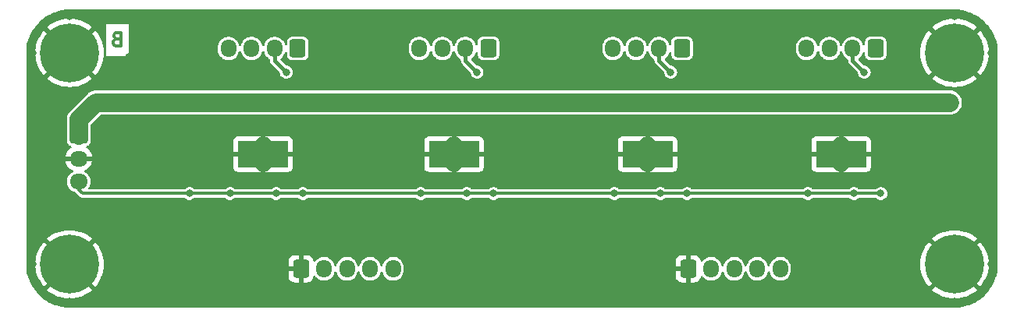
<source format=gbr>
%TF.GenerationSoftware,KiCad,Pcbnew,6.0.11-2627ca5db0~126~ubuntu22.04.1*%
%TF.CreationDate,2023-03-12T12:19:34+01:00*%
%TF.ProjectId,Stepper_Driver_TMC2225-SA-Tx4,53746570-7065-4725-9f44-72697665725f,rev?*%
%TF.SameCoordinates,Original*%
%TF.FileFunction,Copper,L2,Bot*%
%TF.FilePolarity,Positive*%
%FSLAX46Y46*%
G04 Gerber Fmt 4.6, Leading zero omitted, Abs format (unit mm)*
G04 Created by KiCad (PCBNEW 6.0.11-2627ca5db0~126~ubuntu22.04.1) date 2023-03-12 12:19:34*
%MOMM*%
%LPD*%
G01*
G04 APERTURE LIST*
G04 Aperture macros list*
%AMRoundRect*
0 Rectangle with rounded corners*
0 $1 Rounding radius*
0 $2 $3 $4 $5 $6 $7 $8 $9 X,Y pos of 4 corners*
0 Add a 4 corners polygon primitive as box body*
4,1,4,$2,$3,$4,$5,$6,$7,$8,$9,$2,$3,0*
0 Add four circle primitives for the rounded corners*
1,1,$1+$1,$2,$3*
1,1,$1+$1,$4,$5*
1,1,$1+$1,$6,$7*
1,1,$1+$1,$8,$9*
0 Add four rect primitives between the rounded corners*
20,1,$1+$1,$2,$3,$4,$5,0*
20,1,$1+$1,$4,$5,$6,$7,0*
20,1,$1+$1,$6,$7,$8,$9,0*
20,1,$1+$1,$8,$9,$2,$3,0*%
G04 Aperture macros list end*
%ADD10C,0.300000*%
%TA.AperFunction,NonConductor*%
%ADD11C,0.300000*%
%TD*%
%TA.AperFunction,ComponentPad*%
%ADD12C,0.800000*%
%TD*%
%TA.AperFunction,ComponentPad*%
%ADD13C,6.400000*%
%TD*%
%TA.AperFunction,ComponentPad*%
%ADD14RoundRect,0.250000X-0.600000X-0.725000X0.600000X-0.725000X0.600000X0.725000X-0.600000X0.725000X0*%
%TD*%
%TA.AperFunction,ComponentPad*%
%ADD15O,1.700000X1.950000*%
%TD*%
%TA.AperFunction,ComponentPad*%
%ADD16RoundRect,0.250000X-0.725000X0.600000X-0.725000X-0.600000X0.725000X-0.600000X0.725000X0.600000X0*%
%TD*%
%TA.AperFunction,ComponentPad*%
%ADD17O,1.950000X1.700000*%
%TD*%
%TA.AperFunction,ComponentPad*%
%ADD18RoundRect,0.250000X0.600000X0.725000X-0.600000X0.725000X-0.600000X-0.725000X0.600000X-0.725000X0*%
%TD*%
%TA.AperFunction,ComponentPad*%
%ADD19C,0.600000*%
%TD*%
%TA.AperFunction,SMDPad,CuDef*%
%ADD20R,5.400000X2.850000*%
%TD*%
%TA.AperFunction,ViaPad*%
%ADD21C,0.800000*%
%TD*%
%TA.AperFunction,Conductor*%
%ADD22C,2.000000*%
%TD*%
%TA.AperFunction,Conductor*%
%ADD23C,0.300000*%
%TD*%
%TA.AperFunction,Conductor*%
%ADD24C,0.400000*%
%TD*%
G04 APERTURE END LIST*
D10*
D11*
X30092857Y-23492857D02*
X29878571Y-23564285D01*
X29807142Y-23635714D01*
X29735714Y-23778571D01*
X29735714Y-23992857D01*
X29807142Y-24135714D01*
X29878571Y-24207142D01*
X30021428Y-24278571D01*
X30592857Y-24278571D01*
X30592857Y-22778571D01*
X30092857Y-22778571D01*
X29950000Y-22850000D01*
X29878571Y-22921428D01*
X29807142Y-23064285D01*
X29807142Y-23207142D01*
X29878571Y-23350000D01*
X29950000Y-23421428D01*
X30092857Y-23492857D01*
X30592857Y-23492857D01*
D12*
%TO.P,H2,1,1*%
%TO.N,GND*%
X121000000Y-27400000D03*
X123400000Y-25000000D03*
X119302944Y-23302944D03*
X122697056Y-23302944D03*
X122697056Y-26697056D03*
X118600000Y-25000000D03*
X121000000Y-22600000D03*
X119302944Y-26697056D03*
D13*
X121000000Y-25000000D03*
%TD*%
D14*
%TO.P,J2,1,Pin_1*%
%TO.N,GND*%
X92100000Y-48475000D03*
D15*
%TO.P,J2,2,Pin_2*%
%TO.N,STEP_3*%
X94600000Y-48475000D03*
%TO.P,J2,3,Pin_3*%
%TO.N,DIR_3*%
X97100000Y-48475000D03*
%TO.P,J2,4,Pin_4*%
%TO.N,STEP_4*%
X99600000Y-48475000D03*
%TO.P,J2,5,Pin_5*%
%TO.N,DIR_4*%
X102100000Y-48475000D03*
%TD*%
D12*
%TO.P,H4,1,1*%
%TO.N,GND*%
X23302944Y-46302944D03*
X23302944Y-49697056D03*
D13*
X25000000Y-48000000D03*
D12*
X26697056Y-46302944D03*
X27400000Y-48000000D03*
X22600000Y-48000000D03*
X25000000Y-45600000D03*
X25000000Y-50400000D03*
X26697056Y-49697056D03*
%TD*%
D16*
%TO.P,J3,1,Pin_1*%
%TO.N,VCC*%
X26000000Y-34000000D03*
D17*
%TO.P,J3,2,Pin_2*%
%TO.N,GND*%
X26000000Y-36500000D03*
%TO.P,J3,3,Pin_3*%
%TO.N,+3.3V*%
X26000000Y-39000000D03*
%TD*%
D18*
%TO.P,J4,1,Pin_1*%
%TO.N,/TMC2225-1/OA1*%
X49750000Y-24525000D03*
D15*
%TO.P,J4,2,Pin_2*%
%TO.N,/TMC2225-1/OA2*%
X47250000Y-24525000D03*
%TO.P,J4,3,Pin_3*%
%TO.N,/TMC2225-1/OB1*%
X44750000Y-24525000D03*
%TO.P,J4,4,Pin_4*%
%TO.N,/TMC2225-1/OB2*%
X42250000Y-24525000D03*
%TD*%
D19*
%TO.P,U1,29,PAD*%
%TO.N,GND*%
X46800000Y-34875000D03*
X43600000Y-34875000D03*
D20*
X46000000Y-36000000D03*
D19*
X48400000Y-34875000D03*
X48400000Y-37125000D03*
X43600000Y-37125000D03*
X46800000Y-37125000D03*
X45200000Y-34875000D03*
X45200000Y-37125000D03*
%TD*%
%TO.P,U4,29,PAD*%
%TO.N,GND*%
X111100000Y-34875000D03*
D20*
X108700000Y-36000000D03*
D19*
X106300000Y-34875000D03*
X106300000Y-37125000D03*
X109500000Y-37125000D03*
X111100000Y-37125000D03*
X107900000Y-37125000D03*
X107900000Y-34875000D03*
X109500000Y-34875000D03*
%TD*%
D12*
%TO.P,H1,1,1*%
%TO.N,GND*%
X22600000Y-25000000D03*
X26697056Y-23302944D03*
X25000000Y-22600000D03*
X25000000Y-27400000D03*
X23302944Y-26697056D03*
X26697056Y-26697056D03*
D13*
X25000000Y-25000000D03*
D12*
X27400000Y-25000000D03*
X23302944Y-23302944D03*
%TD*%
D14*
%TO.P,J1,1,Pin_1*%
%TO.N,GND*%
X50100000Y-48475000D03*
D15*
%TO.P,J1,2,Pin_2*%
%TO.N,STEP_1*%
X52600000Y-48475000D03*
%TO.P,J1,3,Pin_3*%
%TO.N,DIR_1*%
X55100000Y-48475000D03*
%TO.P,J1,4,Pin_4*%
%TO.N,STEP_2*%
X57600000Y-48475000D03*
%TO.P,J1,5,Pin_5*%
%TO.N,DIR_2*%
X60100000Y-48475000D03*
%TD*%
D18*
%TO.P,J5,1,Pin_1*%
%TO.N,/TMC2225-2/OA1*%
X70450000Y-24525000D03*
D15*
%TO.P,J5,2,Pin_2*%
%TO.N,/TMC2225-2/OA2*%
X67950000Y-24525000D03*
%TO.P,J5,3,Pin_3*%
%TO.N,/TMC2225-2/OB1*%
X65450000Y-24525000D03*
%TO.P,J5,4,Pin_4*%
%TO.N,/TMC2225-2/OB2*%
X62950000Y-24525000D03*
%TD*%
D19*
%TO.P,U2,29,PAD*%
%TO.N,GND*%
X64300000Y-34875000D03*
X67500000Y-37125000D03*
X69100000Y-34875000D03*
X65900000Y-34875000D03*
X65900000Y-37125000D03*
X67500000Y-34875000D03*
X64300000Y-37125000D03*
D20*
X66700000Y-36000000D03*
D19*
X69100000Y-37125000D03*
%TD*%
D18*
%TO.P,J7,1,Pin_1*%
%TO.N,/TMC2225-4/OA1*%
X112450000Y-24525000D03*
D15*
%TO.P,J7,2,Pin_2*%
%TO.N,/TMC2225-4/OA2*%
X109950000Y-24525000D03*
%TO.P,J7,3,Pin_3*%
%TO.N,/TMC2225-4/OB1*%
X107450000Y-24525000D03*
%TO.P,J7,4,Pin_4*%
%TO.N,/TMC2225-4/OB2*%
X104950000Y-24525000D03*
%TD*%
D12*
%TO.P,H3,1,1*%
%TO.N,GND*%
X121000000Y-45600000D03*
X121000000Y-50400000D03*
X123400000Y-48000000D03*
X122697056Y-46302944D03*
D13*
X121000000Y-48000000D03*
D12*
X118600000Y-48000000D03*
X122697056Y-49697056D03*
X119302944Y-46302944D03*
X119302944Y-49697056D03*
%TD*%
D18*
%TO.P,J6,1,Pin_1*%
%TO.N,/TMC2225-3/OA1*%
X91450000Y-24525000D03*
D15*
%TO.P,J6,2,Pin_2*%
%TO.N,/TMC2225-3/OA2*%
X88950000Y-24525000D03*
%TO.P,J6,3,Pin_3*%
%TO.N,/TMC2225-3/OB1*%
X86450000Y-24525000D03*
%TO.P,J6,4,Pin_4*%
%TO.N,/TMC2225-3/OB2*%
X83950000Y-24525000D03*
%TD*%
D19*
%TO.P,U3,29,PAD*%
%TO.N,GND*%
X88500000Y-37125000D03*
X90100000Y-34875000D03*
D20*
X87700000Y-36000000D03*
D19*
X86900000Y-34875000D03*
X88500000Y-34875000D03*
X85300000Y-37125000D03*
X90100000Y-37125000D03*
X85300000Y-34875000D03*
X86900000Y-37125000D03*
%TD*%
D21*
%TO.N,VCC*%
X32600000Y-30400000D03*
X82312500Y-30400000D03*
X74140000Y-30400000D03*
X116100000Y-30400000D03*
X99650000Y-30400000D03*
X102250000Y-30400000D03*
X84539905Y-30421892D03*
X29600000Y-30400000D03*
X75140000Y-30400000D03*
X52440000Y-30400000D03*
X96140000Y-30400000D03*
X60250000Y-30400000D03*
X42800000Y-30400000D03*
X30600000Y-30400000D03*
X61250000Y-30400000D03*
X95140000Y-30400000D03*
X53440000Y-30400000D03*
X36950000Y-30400000D03*
X78650000Y-30400000D03*
X120680000Y-30400000D03*
X115140000Y-30400000D03*
X94140000Y-30400000D03*
X81312500Y-30400000D03*
X105500000Y-30400000D03*
X73140000Y-30400000D03*
X117100000Y-30400000D03*
X28600000Y-30400000D03*
X63500000Y-30400000D03*
X57650000Y-30400000D03*
X31600000Y-30400000D03*
X54440000Y-30400000D03*
X39550000Y-30400000D03*
X40550000Y-30400000D03*
X103250000Y-30400000D03*
%TO.N,+3.3V*%
X105100000Y-40300000D03*
X50300000Y-40300000D03*
X110100000Y-40300000D03*
X42400000Y-40300000D03*
X89100000Y-40300000D03*
X71000000Y-40300000D03*
X113000000Y-40300000D03*
X92000000Y-40300000D03*
X38000000Y-40300000D03*
X84100000Y-40300000D03*
X63100000Y-40300000D03*
X47400000Y-40300000D03*
X68100000Y-40300000D03*
%TO.N,GND*%
X95000000Y-21000000D03*
X85000000Y-52000000D03*
X41000000Y-45200000D03*
X31000000Y-21000000D03*
X59600000Y-41200000D03*
X124500000Y-23000000D03*
X79000000Y-21000000D03*
X113000000Y-52000000D03*
X41000000Y-52000000D03*
X65000000Y-52000000D03*
X118800000Y-28600000D03*
X73000000Y-21000000D03*
X56200000Y-32200000D03*
X59000000Y-52000000D03*
X75600000Y-32200000D03*
X119000000Y-52000000D03*
X39900000Y-28500000D03*
X97000000Y-52000000D03*
X105800000Y-44800000D03*
X21000000Y-27000000D03*
X98300000Y-47000000D03*
X51000000Y-21000000D03*
X89000000Y-52000000D03*
X55000000Y-21000000D03*
X72800000Y-28500000D03*
X21000000Y-48000000D03*
X95000000Y-52000000D03*
X80400000Y-38700000D03*
X93800000Y-28500000D03*
X123000000Y-51500000D03*
X35000000Y-45200000D03*
X63000000Y-52000000D03*
X52100000Y-28500000D03*
X31000000Y-45200000D03*
X32400000Y-32200000D03*
X75000000Y-21000000D03*
X123000000Y-21500000D03*
X21000000Y-32500000D03*
X51300000Y-38900000D03*
X121000000Y-52000000D03*
X115000000Y-21000000D03*
X39000000Y-52000000D03*
X39000000Y-21000000D03*
X125000000Y-48000000D03*
X80200000Y-32200000D03*
X81000000Y-52000000D03*
X23000000Y-21500000D03*
X87000000Y-21000000D03*
X35200000Y-27800000D03*
X25000000Y-52000000D03*
X115000000Y-52000000D03*
X65000000Y-21000000D03*
X37000000Y-21000000D03*
X93300000Y-38900000D03*
X96000000Y-27200000D03*
X77200000Y-32200000D03*
X111000000Y-21000000D03*
X23000000Y-51500000D03*
X98200000Y-28600000D03*
X105000000Y-21000000D03*
X28400000Y-41200000D03*
X73000000Y-41200000D03*
X59400000Y-38700000D03*
X29000000Y-21000000D03*
X61000000Y-21000000D03*
X56300000Y-43200000D03*
X71000000Y-52000000D03*
X21000000Y-25000000D03*
X125000000Y-35000000D03*
X124500000Y-50000000D03*
X39400000Y-45200000D03*
X103000000Y-32300000D03*
X101400000Y-38700000D03*
X21000000Y-41000000D03*
X125000000Y-40000000D03*
X125000000Y-42000000D03*
X75000000Y-52000000D03*
X38400000Y-32200000D03*
X29000000Y-47000000D03*
X79000000Y-52000000D03*
X37000000Y-52000000D03*
X107000000Y-21000000D03*
X119000000Y-21000000D03*
X33000000Y-52000000D03*
X43000000Y-52000000D03*
X35000000Y-21000000D03*
X31000000Y-52000000D03*
X89000000Y-21000000D03*
X21000000Y-44000000D03*
X55000000Y-52000000D03*
X59200000Y-32200000D03*
X121800000Y-29200000D03*
X25000000Y-21000000D03*
X119200000Y-32200000D03*
X57000000Y-21000000D03*
X53000000Y-52000000D03*
X69000000Y-21000000D03*
X77000000Y-52000000D03*
X83000000Y-21000000D03*
X29000000Y-45200000D03*
X101200000Y-32200000D03*
X81600000Y-28500000D03*
X75000000Y-27200000D03*
X47000000Y-21000000D03*
X38400000Y-28600000D03*
X33000000Y-21000000D03*
X56000000Y-38700000D03*
X21000000Y-29000000D03*
X31400000Y-25400000D03*
X67000000Y-52000000D03*
X98000000Y-41200000D03*
X125000000Y-44000000D03*
X121000000Y-21000000D03*
X21000000Y-46000000D03*
X81000000Y-21000000D03*
X119000000Y-38700000D03*
X21000000Y-39000000D03*
X40300000Y-32300000D03*
X101000000Y-28600000D03*
X101000000Y-21000000D03*
X36800000Y-41200000D03*
X99000000Y-52000000D03*
X36600000Y-32200000D03*
X97000000Y-21000000D03*
X61000000Y-32300000D03*
X47000000Y-52000000D03*
X56000000Y-41200000D03*
X109000000Y-21000000D03*
X125000000Y-25000000D03*
X51000000Y-52000000D03*
X80000000Y-28600000D03*
X117000000Y-52000000D03*
X44000000Y-47400000D03*
X98000000Y-38700000D03*
X99000000Y-21000000D03*
X73000000Y-52000000D03*
X91000000Y-21000000D03*
X91000000Y-52000000D03*
X44000000Y-49600000D03*
X52000000Y-41200000D03*
X61000000Y-52000000D03*
X27000000Y-52000000D03*
X102600000Y-28500000D03*
X125000000Y-29000000D03*
X105000000Y-52000000D03*
X21000000Y-36500000D03*
X49000000Y-52000000D03*
X125000000Y-46000000D03*
X101000000Y-52000000D03*
X83000000Y-52000000D03*
X122400000Y-38700000D03*
X59000000Y-21000000D03*
X125000000Y-27000000D03*
X93600000Y-44800000D03*
X80600000Y-41200000D03*
X87000000Y-52000000D03*
X117600000Y-32200000D03*
X98200000Y-32200000D03*
X29000000Y-52000000D03*
X96600000Y-32200000D03*
X111000000Y-52000000D03*
X53000000Y-21000000D03*
X27000000Y-21000000D03*
X59000000Y-28600000D03*
X82000000Y-32300000D03*
X122200000Y-32000000D03*
X114800000Y-28500000D03*
X57000000Y-52000000D03*
X51900000Y-44800000D03*
X98300000Y-43200000D03*
X56200000Y-28600000D03*
X77200000Y-28600000D03*
X93000000Y-21000000D03*
X56300000Y-47000000D03*
X101600000Y-41200000D03*
X60600000Y-28500000D03*
X93000000Y-52000000D03*
X125000000Y-31000000D03*
X63800000Y-44800000D03*
X125000000Y-38000000D03*
X63000000Y-21000000D03*
X33300000Y-27200000D03*
X33000000Y-45200000D03*
X45000000Y-21000000D03*
X114200000Y-38900000D03*
X72100000Y-38900000D03*
X117000000Y-21000000D03*
X125000000Y-33000000D03*
X21500000Y-50000000D03*
X77000000Y-21000000D03*
X41000000Y-21000000D03*
X54600000Y-32200000D03*
X43000000Y-21000000D03*
X103000000Y-52000000D03*
X113000000Y-21000000D03*
X107000000Y-52000000D03*
X54000000Y-27200000D03*
X45000000Y-52000000D03*
X43000000Y-45200000D03*
X77000000Y-41200000D03*
X94000000Y-41200000D03*
X109000000Y-52000000D03*
X67000000Y-21000000D03*
X49000000Y-21000000D03*
X77000000Y-38700000D03*
X71000000Y-21000000D03*
X29000000Y-49600000D03*
X32400000Y-41200000D03*
X21500000Y-23000000D03*
X69000000Y-52000000D03*
X35000000Y-52000000D03*
X21000000Y-34500000D03*
X85000000Y-21000000D03*
X103000000Y-21000000D03*
%TO.N,/TMC2225-1/OA2*%
X48500000Y-27100000D03*
%TO.N,/TMC2225-2/OA2*%
X69200000Y-27100000D03*
%TO.N,/TMC2225-3/OA2*%
X90200000Y-27100000D03*
%TO.N,/TMC2225-4/OA2*%
X111200000Y-27100000D03*
%TD*%
D22*
%TO.N,VCC*%
X57650000Y-30400000D02*
X52440000Y-30400000D01*
X57650000Y-30400000D02*
X73140000Y-30400000D01*
X99650000Y-30400000D02*
X115140000Y-30400000D01*
X115140000Y-30400000D02*
X120500000Y-30400000D01*
X94140000Y-30400000D02*
X99650000Y-30400000D01*
X36950000Y-30400000D02*
X27850000Y-30400000D01*
X78650000Y-30400000D02*
X73140000Y-30400000D01*
X26000000Y-32250000D02*
X26000000Y-34000000D01*
X27850000Y-30400000D02*
X26000000Y-32250000D01*
X78650000Y-30400000D02*
X94140000Y-30400000D01*
X36950000Y-30400000D02*
X52440000Y-30400000D01*
D23*
%TO.N,+3.3V*%
X68100000Y-40300000D02*
X71000000Y-40300000D01*
X26000000Y-39900000D02*
X26000000Y-39000000D01*
X42400000Y-40300000D02*
X26400000Y-40300000D01*
X110100000Y-40300000D02*
X105100000Y-40300000D01*
X89100000Y-40300000D02*
X84100000Y-40300000D01*
X92000000Y-40300000D02*
X105100000Y-40300000D01*
X89100000Y-40300000D02*
X92000000Y-40300000D01*
X26400000Y-40300000D02*
X26000000Y-39900000D01*
X71000000Y-40300000D02*
X84100000Y-40300000D01*
X68100000Y-40300000D02*
X63100000Y-40300000D01*
X47400000Y-40300000D02*
X42400000Y-40300000D01*
X110100000Y-40300000D02*
X113000000Y-40300000D01*
X47400000Y-40300000D02*
X50300000Y-40300000D01*
X50300000Y-40300000D02*
X63100000Y-40300000D01*
D24*
%TO.N,/TMC2225-1/OA2*%
X47250000Y-24525000D02*
X47250000Y-25850000D01*
X47250000Y-25850000D02*
X48500000Y-27100000D01*
%TO.N,/TMC2225-2/OA2*%
X67950000Y-24525000D02*
X67950000Y-25850000D01*
X67950000Y-25850000D02*
X69200000Y-27100000D01*
%TO.N,/TMC2225-3/OA2*%
X88950000Y-25850000D02*
X88950000Y-24525000D01*
X90200000Y-27100000D02*
X88950000Y-25850000D01*
%TO.N,/TMC2225-4/OA2*%
X109950000Y-25850000D02*
X111200000Y-27100000D01*
X109950000Y-24525000D02*
X109950000Y-25850000D01*
%TD*%
%TA.AperFunction,Conductor*%
%TO.N,GND*%
G36*
X120984563Y-20302414D02*
G01*
X121000000Y-20305136D01*
X121010855Y-20303222D01*
X121016550Y-20303222D01*
X121034862Y-20302022D01*
X121404093Y-20318143D01*
X121415042Y-20319101D01*
X121810606Y-20371178D01*
X121821432Y-20373087D01*
X122210951Y-20459442D01*
X122221568Y-20462287D01*
X122396691Y-20517503D01*
X122602081Y-20582262D01*
X122612395Y-20586015D01*
X122981028Y-20738708D01*
X122990972Y-20743346D01*
X123344867Y-20927572D01*
X123354387Y-20933068D01*
X123690877Y-21147436D01*
X123699881Y-21153740D01*
X123980292Y-21368906D01*
X124016421Y-21396629D01*
X124024838Y-21403693D01*
X124246426Y-21606740D01*
X124318992Y-21673235D01*
X124326761Y-21681004D01*
X124509610Y-21880548D01*
X124596305Y-21975159D01*
X124603371Y-21983579D01*
X124846260Y-22300119D01*
X124852564Y-22309123D01*
X125066932Y-22645613D01*
X125072427Y-22655132D01*
X125158391Y-22820265D01*
X125256650Y-23009019D01*
X125261292Y-23018972D01*
X125408177Y-23373584D01*
X125413982Y-23387598D01*
X125417738Y-23397919D01*
X125456349Y-23520377D01*
X125537713Y-23778432D01*
X125540558Y-23789049D01*
X125626913Y-24178568D01*
X125628822Y-24189394D01*
X125680899Y-24584958D01*
X125681857Y-24595908D01*
X125697978Y-24965138D01*
X125696778Y-24983450D01*
X125696778Y-24989145D01*
X125694864Y-25000000D01*
X125696778Y-25010855D01*
X125697586Y-25015437D01*
X125699500Y-25037317D01*
X125699500Y-47962683D01*
X125697586Y-47984563D01*
X125694864Y-48000000D01*
X125696778Y-48010855D01*
X125696778Y-48016550D01*
X125697978Y-48034862D01*
X125681857Y-48404092D01*
X125680899Y-48415042D01*
X125628822Y-48810606D01*
X125626913Y-48821432D01*
X125540558Y-49210951D01*
X125537713Y-49221568D01*
X125518156Y-49283596D01*
X125438033Y-49537716D01*
X125417741Y-49602073D01*
X125413985Y-49612395D01*
X125270831Y-49958000D01*
X125261296Y-49981019D01*
X125256654Y-49990972D01*
X125155618Y-50185061D01*
X125072428Y-50344867D01*
X125066932Y-50354387D01*
X124852564Y-50690877D01*
X124846260Y-50699881D01*
X124603371Y-51016421D01*
X124596305Y-51024841D01*
X124326765Y-51318992D01*
X124318996Y-51326761D01*
X124094786Y-51532212D01*
X124024841Y-51596305D01*
X124016424Y-51603368D01*
X123978505Y-51632465D01*
X123699881Y-51846260D01*
X123690877Y-51852564D01*
X123354387Y-52066932D01*
X123344868Y-52072427D01*
X122990972Y-52256654D01*
X122981028Y-52261292D01*
X122612395Y-52413985D01*
X122602081Y-52417738D01*
X122396691Y-52482497D01*
X122221568Y-52537713D01*
X122210951Y-52540558D01*
X121821432Y-52626913D01*
X121810606Y-52628822D01*
X121415042Y-52680899D01*
X121404093Y-52681857D01*
X121034862Y-52697978D01*
X121016550Y-52696778D01*
X121010855Y-52696778D01*
X121000000Y-52694864D01*
X120989145Y-52696778D01*
X120984563Y-52697586D01*
X120962683Y-52699500D01*
X25037317Y-52699500D01*
X25015437Y-52697586D01*
X25010855Y-52696778D01*
X25000000Y-52694864D01*
X24989145Y-52696778D01*
X24983450Y-52696778D01*
X24965138Y-52697978D01*
X24595907Y-52681857D01*
X24584958Y-52680899D01*
X24189394Y-52628822D01*
X24178568Y-52626913D01*
X23789049Y-52540558D01*
X23778432Y-52537713D01*
X23603309Y-52482497D01*
X23397919Y-52417738D01*
X23387605Y-52413985D01*
X23018972Y-52261292D01*
X23009028Y-52256654D01*
X22655132Y-52072427D01*
X22645613Y-52066932D01*
X22309123Y-51852564D01*
X22300119Y-51846260D01*
X22021495Y-51632465D01*
X21983576Y-51603368D01*
X21975159Y-51596305D01*
X21905214Y-51532212D01*
X21681004Y-51326761D01*
X21673235Y-51318992D01*
X21403695Y-51024841D01*
X21396629Y-51016421D01*
X21228558Y-50797386D01*
X22567759Y-50797386D01*
X22575216Y-50807753D01*
X22814935Y-51001874D01*
X22820272Y-51005751D01*
X23140685Y-51213830D01*
X23146394Y-51217127D01*
X23486811Y-51390578D01*
X23492836Y-51393260D01*
X23849502Y-51530171D01*
X23855784Y-51532212D01*
X24224816Y-51631094D01*
X24231266Y-51632465D01*
X24608629Y-51692234D01*
X24615167Y-51692920D01*
X24996699Y-51712916D01*
X25003301Y-51712916D01*
X25384833Y-51692920D01*
X25391371Y-51692234D01*
X25768734Y-51632465D01*
X25775184Y-51631094D01*
X26144216Y-51532212D01*
X26150498Y-51530171D01*
X26507164Y-51393260D01*
X26513189Y-51390578D01*
X26853606Y-51217127D01*
X26859315Y-51213830D01*
X27179728Y-51005751D01*
X27185065Y-51001874D01*
X27423835Y-50808522D01*
X27431527Y-50797386D01*
X118567759Y-50797386D01*
X118575216Y-50807753D01*
X118814935Y-51001874D01*
X118820272Y-51005751D01*
X119140685Y-51213830D01*
X119146394Y-51217127D01*
X119486811Y-51390578D01*
X119492836Y-51393260D01*
X119849502Y-51530171D01*
X119855784Y-51532212D01*
X120224816Y-51631094D01*
X120231266Y-51632465D01*
X120608629Y-51692234D01*
X120615167Y-51692920D01*
X120996699Y-51712916D01*
X121003301Y-51712916D01*
X121384833Y-51692920D01*
X121391371Y-51692234D01*
X121768734Y-51632465D01*
X121775184Y-51631094D01*
X122144216Y-51532212D01*
X122150498Y-51530171D01*
X122507164Y-51393260D01*
X122513189Y-51390578D01*
X122853606Y-51217127D01*
X122859315Y-51213830D01*
X123179728Y-51005751D01*
X123185065Y-51001874D01*
X123423835Y-50808522D01*
X123432300Y-50796267D01*
X123425966Y-50785176D01*
X121012812Y-48372022D01*
X120998868Y-48364408D01*
X120997035Y-48364539D01*
X120990420Y-48368790D01*
X118574900Y-50784310D01*
X118567759Y-50797386D01*
X27431527Y-50797386D01*
X27432300Y-50796267D01*
X27425966Y-50785176D01*
X25012812Y-48372022D01*
X24998868Y-48364408D01*
X24997035Y-48364539D01*
X24990420Y-48368790D01*
X22574900Y-50784310D01*
X22567759Y-50797386D01*
X21228558Y-50797386D01*
X21153740Y-50699881D01*
X21147436Y-50690877D01*
X20933068Y-50354387D01*
X20927572Y-50344867D01*
X20844382Y-50185061D01*
X20743346Y-49990972D01*
X20738704Y-49981019D01*
X20729170Y-49958000D01*
X20586015Y-49612395D01*
X20582259Y-49602073D01*
X20561968Y-49537716D01*
X20481844Y-49283596D01*
X20462287Y-49221568D01*
X20459442Y-49210951D01*
X20373087Y-48821432D01*
X20371178Y-48810606D01*
X20319101Y-48415042D01*
X20318143Y-48404092D01*
X20302022Y-48034862D01*
X20303222Y-48016550D01*
X20303222Y-48010855D01*
X20304554Y-48003301D01*
X21287084Y-48003301D01*
X21307080Y-48384833D01*
X21307766Y-48391371D01*
X21367535Y-48768734D01*
X21368906Y-48775184D01*
X21467788Y-49144216D01*
X21469829Y-49150498D01*
X21606740Y-49507164D01*
X21609422Y-49513189D01*
X21782872Y-49853603D01*
X21786169Y-49859313D01*
X21994253Y-50179735D01*
X21998123Y-50185061D01*
X22191478Y-50423835D01*
X22203733Y-50432300D01*
X22214824Y-50425966D01*
X24627978Y-48012812D01*
X24634356Y-48001132D01*
X25364408Y-48001132D01*
X25364539Y-48002965D01*
X25368790Y-48009580D01*
X27784310Y-50425100D01*
X27797386Y-50432241D01*
X27807753Y-50424784D01*
X28001877Y-50185061D01*
X28005747Y-50179735D01*
X28213831Y-49859313D01*
X28217128Y-49853603D01*
X28390578Y-49513189D01*
X28393260Y-49507164D01*
X28493091Y-49247095D01*
X48742001Y-49247095D01*
X48742338Y-49253614D01*
X48752257Y-49349206D01*
X48755149Y-49362600D01*
X48806588Y-49516784D01*
X48812761Y-49529962D01*
X48898063Y-49667807D01*
X48907099Y-49679208D01*
X49021829Y-49793739D01*
X49033240Y-49802751D01*
X49171243Y-49887816D01*
X49184424Y-49893963D01*
X49338710Y-49945138D01*
X49352086Y-49948005D01*
X49446438Y-49957672D01*
X49452854Y-49958000D01*
X49827885Y-49958000D01*
X49843124Y-49953525D01*
X49844329Y-49952135D01*
X49846000Y-49944452D01*
X49846000Y-49939884D01*
X50354000Y-49939884D01*
X50358475Y-49955123D01*
X50359865Y-49956328D01*
X50367548Y-49957999D01*
X50747095Y-49957999D01*
X50753614Y-49957662D01*
X50849206Y-49947743D01*
X50862600Y-49944851D01*
X51016784Y-49893412D01*
X51029962Y-49887239D01*
X51167807Y-49801937D01*
X51179208Y-49792901D01*
X51293739Y-49678171D01*
X51302751Y-49666760D01*
X51387816Y-49528757D01*
X51393963Y-49515576D01*
X51445138Y-49361290D01*
X51448007Y-49347907D01*
X51448188Y-49346139D01*
X51448604Y-49345119D01*
X51449447Y-49341189D01*
X51450148Y-49341339D01*
X51475030Y-49280413D01*
X51533146Y-49239632D01*
X51604084Y-49236745D01*
X51665322Y-49272669D01*
X51674486Y-49283592D01*
X51741349Y-49373133D01*
X51896619Y-49516663D01*
X51901502Y-49519744D01*
X51917697Y-49529962D01*
X52075446Y-49629495D01*
X52271840Y-49707848D01*
X52277497Y-49708973D01*
X52277503Y-49708975D01*
X52473558Y-49747972D01*
X52473560Y-49747972D01*
X52479225Y-49749099D01*
X52485000Y-49749175D01*
X52485004Y-49749175D01*
X52591024Y-49750563D01*
X52690654Y-49751867D01*
X52706321Y-49749175D01*
X52893350Y-49717038D01*
X52893351Y-49717038D01*
X52899047Y-49716059D01*
X53097425Y-49642873D01*
X53116316Y-49631634D01*
X53274179Y-49537716D01*
X53274180Y-49537715D01*
X53279144Y-49534762D01*
X53438119Y-49395345D01*
X53569024Y-49229292D01*
X53580049Y-49208338D01*
X53664785Y-49047280D01*
X53667477Y-49042164D01*
X53730180Y-48840227D01*
X53732056Y-48840809D01*
X53761599Y-48786094D01*
X53823751Y-48751776D01*
X53894590Y-48756508D01*
X53951625Y-48798786D01*
X53972382Y-48840568D01*
X54021314Y-49014069D01*
X54023867Y-49019247D01*
X54023869Y-49019251D01*
X54035169Y-49042164D01*
X54114835Y-49203710D01*
X54241349Y-49373133D01*
X54396619Y-49516663D01*
X54401502Y-49519744D01*
X54417697Y-49529962D01*
X54575446Y-49629495D01*
X54771840Y-49707848D01*
X54777497Y-49708973D01*
X54777503Y-49708975D01*
X54973558Y-49747972D01*
X54973560Y-49747972D01*
X54979225Y-49749099D01*
X54985000Y-49749175D01*
X54985004Y-49749175D01*
X55091024Y-49750563D01*
X55190654Y-49751867D01*
X55206321Y-49749175D01*
X55393350Y-49717038D01*
X55393351Y-49717038D01*
X55399047Y-49716059D01*
X55597425Y-49642873D01*
X55616316Y-49631634D01*
X55774179Y-49537716D01*
X55774180Y-49537715D01*
X55779144Y-49534762D01*
X55938119Y-49395345D01*
X56069024Y-49229292D01*
X56080049Y-49208338D01*
X56164785Y-49047280D01*
X56167477Y-49042164D01*
X56230180Y-48840227D01*
X56232056Y-48840809D01*
X56261599Y-48786094D01*
X56323751Y-48751776D01*
X56394590Y-48756508D01*
X56451625Y-48798786D01*
X56472382Y-48840568D01*
X56521314Y-49014069D01*
X56523867Y-49019247D01*
X56523869Y-49019251D01*
X56535169Y-49042164D01*
X56614835Y-49203710D01*
X56741349Y-49373133D01*
X56896619Y-49516663D01*
X56901502Y-49519744D01*
X56917697Y-49529962D01*
X57075446Y-49629495D01*
X57271840Y-49707848D01*
X57277497Y-49708973D01*
X57277503Y-49708975D01*
X57473558Y-49747972D01*
X57473560Y-49747972D01*
X57479225Y-49749099D01*
X57485000Y-49749175D01*
X57485004Y-49749175D01*
X57591024Y-49750563D01*
X57690654Y-49751867D01*
X57706321Y-49749175D01*
X57893350Y-49717038D01*
X57893351Y-49717038D01*
X57899047Y-49716059D01*
X58097425Y-49642873D01*
X58116316Y-49631634D01*
X58274179Y-49537716D01*
X58274180Y-49537715D01*
X58279144Y-49534762D01*
X58438119Y-49395345D01*
X58569024Y-49229292D01*
X58580049Y-49208338D01*
X58664785Y-49047280D01*
X58667477Y-49042164D01*
X58730180Y-48840227D01*
X58732056Y-48840809D01*
X58761599Y-48786094D01*
X58823751Y-48751776D01*
X58894590Y-48756508D01*
X58951625Y-48798786D01*
X58972382Y-48840568D01*
X59021314Y-49014069D01*
X59023867Y-49019247D01*
X59023869Y-49019251D01*
X59035169Y-49042164D01*
X59114835Y-49203710D01*
X59241349Y-49373133D01*
X59396619Y-49516663D01*
X59401502Y-49519744D01*
X59417697Y-49529962D01*
X59575446Y-49629495D01*
X59771840Y-49707848D01*
X59777497Y-49708973D01*
X59777503Y-49708975D01*
X59973558Y-49747972D01*
X59973560Y-49747972D01*
X59979225Y-49749099D01*
X59985000Y-49749175D01*
X59985004Y-49749175D01*
X60091024Y-49750563D01*
X60190654Y-49751867D01*
X60206321Y-49749175D01*
X60393350Y-49717038D01*
X60393351Y-49717038D01*
X60399047Y-49716059D01*
X60597425Y-49642873D01*
X60616316Y-49631634D01*
X60774179Y-49537716D01*
X60774180Y-49537715D01*
X60779144Y-49534762D01*
X60938119Y-49395345D01*
X61054989Y-49247095D01*
X90742001Y-49247095D01*
X90742338Y-49253614D01*
X90752257Y-49349206D01*
X90755149Y-49362600D01*
X90806588Y-49516784D01*
X90812761Y-49529962D01*
X90898063Y-49667807D01*
X90907099Y-49679208D01*
X91021829Y-49793739D01*
X91033240Y-49802751D01*
X91171243Y-49887816D01*
X91184424Y-49893963D01*
X91338710Y-49945138D01*
X91352086Y-49948005D01*
X91446438Y-49957672D01*
X91452854Y-49958000D01*
X91827885Y-49958000D01*
X91843124Y-49953525D01*
X91844329Y-49952135D01*
X91846000Y-49944452D01*
X91846000Y-49939884D01*
X92354000Y-49939884D01*
X92358475Y-49955123D01*
X92359865Y-49956328D01*
X92367548Y-49957999D01*
X92747095Y-49957999D01*
X92753614Y-49957662D01*
X92849206Y-49947743D01*
X92862600Y-49944851D01*
X93016784Y-49893412D01*
X93029962Y-49887239D01*
X93167807Y-49801937D01*
X93179208Y-49792901D01*
X93293739Y-49678171D01*
X93302751Y-49666760D01*
X93387816Y-49528757D01*
X93393963Y-49515576D01*
X93445138Y-49361290D01*
X93448007Y-49347907D01*
X93448188Y-49346139D01*
X93448604Y-49345119D01*
X93449447Y-49341189D01*
X93450148Y-49341339D01*
X93475030Y-49280413D01*
X93533146Y-49239632D01*
X93604084Y-49236745D01*
X93665322Y-49272669D01*
X93674486Y-49283592D01*
X93741349Y-49373133D01*
X93896619Y-49516663D01*
X93901502Y-49519744D01*
X93917697Y-49529962D01*
X94075446Y-49629495D01*
X94271840Y-49707848D01*
X94277497Y-49708973D01*
X94277503Y-49708975D01*
X94473558Y-49747972D01*
X94473560Y-49747972D01*
X94479225Y-49749099D01*
X94485000Y-49749175D01*
X94485004Y-49749175D01*
X94591024Y-49750563D01*
X94690654Y-49751867D01*
X94706321Y-49749175D01*
X94893350Y-49717038D01*
X94893351Y-49717038D01*
X94899047Y-49716059D01*
X95097425Y-49642873D01*
X95116316Y-49631634D01*
X95274179Y-49537716D01*
X95274180Y-49537715D01*
X95279144Y-49534762D01*
X95438119Y-49395345D01*
X95569024Y-49229292D01*
X95580049Y-49208338D01*
X95664785Y-49047280D01*
X95667477Y-49042164D01*
X95730180Y-48840227D01*
X95732056Y-48840809D01*
X95761599Y-48786094D01*
X95823751Y-48751776D01*
X95894590Y-48756508D01*
X95951625Y-48798786D01*
X95972382Y-48840568D01*
X96021314Y-49014069D01*
X96023867Y-49019247D01*
X96023869Y-49019251D01*
X96035169Y-49042164D01*
X96114835Y-49203710D01*
X96241349Y-49373133D01*
X96396619Y-49516663D01*
X96401502Y-49519744D01*
X96417697Y-49529962D01*
X96575446Y-49629495D01*
X96771840Y-49707848D01*
X96777497Y-49708973D01*
X96777503Y-49708975D01*
X96973558Y-49747972D01*
X96973560Y-49747972D01*
X96979225Y-49749099D01*
X96985000Y-49749175D01*
X96985004Y-49749175D01*
X97091024Y-49750563D01*
X97190654Y-49751867D01*
X97206321Y-49749175D01*
X97393350Y-49717038D01*
X97393351Y-49717038D01*
X97399047Y-49716059D01*
X97597425Y-49642873D01*
X97616316Y-49631634D01*
X97774179Y-49537716D01*
X97774180Y-49537715D01*
X97779144Y-49534762D01*
X97938119Y-49395345D01*
X98069024Y-49229292D01*
X98080049Y-49208338D01*
X98164785Y-49047280D01*
X98167477Y-49042164D01*
X98230180Y-48840227D01*
X98232056Y-48840809D01*
X98261599Y-48786094D01*
X98323751Y-48751776D01*
X98394590Y-48756508D01*
X98451625Y-48798786D01*
X98472382Y-48840568D01*
X98521314Y-49014069D01*
X98523867Y-49019247D01*
X98523869Y-49019251D01*
X98535169Y-49042164D01*
X98614835Y-49203710D01*
X98741349Y-49373133D01*
X98896619Y-49516663D01*
X98901502Y-49519744D01*
X98917697Y-49529962D01*
X99075446Y-49629495D01*
X99271840Y-49707848D01*
X99277497Y-49708973D01*
X99277503Y-49708975D01*
X99473558Y-49747972D01*
X99473560Y-49747972D01*
X99479225Y-49749099D01*
X99485000Y-49749175D01*
X99485004Y-49749175D01*
X99591024Y-49750563D01*
X99690654Y-49751867D01*
X99706321Y-49749175D01*
X99893350Y-49717038D01*
X99893351Y-49717038D01*
X99899047Y-49716059D01*
X100097425Y-49642873D01*
X100116316Y-49631634D01*
X100274179Y-49537716D01*
X100274180Y-49537715D01*
X100279144Y-49534762D01*
X100438119Y-49395345D01*
X100569024Y-49229292D01*
X100580049Y-49208338D01*
X100664785Y-49047280D01*
X100667477Y-49042164D01*
X100730180Y-48840227D01*
X100732056Y-48840809D01*
X100761599Y-48786094D01*
X100823751Y-48751776D01*
X100894590Y-48756508D01*
X100951625Y-48798786D01*
X100972382Y-48840568D01*
X101021314Y-49014069D01*
X101023867Y-49019247D01*
X101023869Y-49019251D01*
X101035169Y-49042164D01*
X101114835Y-49203710D01*
X101241349Y-49373133D01*
X101396619Y-49516663D01*
X101401502Y-49519744D01*
X101417697Y-49529962D01*
X101575446Y-49629495D01*
X101771840Y-49707848D01*
X101777497Y-49708973D01*
X101777503Y-49708975D01*
X101973558Y-49747972D01*
X101973560Y-49747972D01*
X101979225Y-49749099D01*
X101985000Y-49749175D01*
X101985004Y-49749175D01*
X102091024Y-49750563D01*
X102190654Y-49751867D01*
X102206321Y-49749175D01*
X102393350Y-49717038D01*
X102393351Y-49717038D01*
X102399047Y-49716059D01*
X102597425Y-49642873D01*
X102616316Y-49631634D01*
X102774179Y-49537716D01*
X102774180Y-49537715D01*
X102779144Y-49534762D01*
X102938119Y-49395345D01*
X103069024Y-49229292D01*
X103080049Y-49208338D01*
X103164785Y-49047280D01*
X103167477Y-49042164D01*
X103230180Y-48840227D01*
X103236587Y-48786094D01*
X103250064Y-48672232D01*
X103250064Y-48672225D01*
X103250500Y-48668545D01*
X103250500Y-48296359D01*
X103236081Y-48139440D01*
X103197686Y-48003301D01*
X117287084Y-48003301D01*
X117307080Y-48384833D01*
X117307766Y-48391371D01*
X117367535Y-48768734D01*
X117368906Y-48775184D01*
X117467788Y-49144216D01*
X117469829Y-49150498D01*
X117606740Y-49507164D01*
X117609422Y-49513189D01*
X117782872Y-49853603D01*
X117786169Y-49859313D01*
X117994253Y-50179735D01*
X117998123Y-50185061D01*
X118191478Y-50423835D01*
X118203733Y-50432300D01*
X118214824Y-50425966D01*
X120627978Y-48012812D01*
X120634356Y-48001132D01*
X121364408Y-48001132D01*
X121364539Y-48002965D01*
X121368790Y-48009580D01*
X123784310Y-50425100D01*
X123797386Y-50432241D01*
X123807753Y-50424784D01*
X124001877Y-50185061D01*
X124005747Y-50179735D01*
X124213831Y-49859313D01*
X124217128Y-49853603D01*
X124390578Y-49513189D01*
X124393260Y-49507164D01*
X124530171Y-49150498D01*
X124532212Y-49144216D01*
X124631094Y-48775184D01*
X124632465Y-48768734D01*
X124692234Y-48391371D01*
X124692920Y-48384833D01*
X124712916Y-48003301D01*
X124712916Y-47996699D01*
X124692920Y-47615167D01*
X124692234Y-47608629D01*
X124632465Y-47231266D01*
X124631094Y-47224816D01*
X124532212Y-46855784D01*
X124530171Y-46849502D01*
X124393260Y-46492836D01*
X124390578Y-46486811D01*
X124217128Y-46146397D01*
X124213831Y-46140687D01*
X124005747Y-45820265D01*
X124001877Y-45814939D01*
X123808522Y-45576165D01*
X123796267Y-45567700D01*
X123785176Y-45574034D01*
X121372022Y-47987188D01*
X121364408Y-48001132D01*
X120634356Y-48001132D01*
X120635592Y-47998868D01*
X120635461Y-47997035D01*
X120631210Y-47990420D01*
X118215690Y-45574900D01*
X118202614Y-45567759D01*
X118192247Y-45575216D01*
X117998123Y-45814939D01*
X117994253Y-45820265D01*
X117786169Y-46140687D01*
X117782872Y-46146397D01*
X117609422Y-46486811D01*
X117606740Y-46492836D01*
X117469829Y-46849502D01*
X117467788Y-46855784D01*
X117368906Y-47224816D01*
X117367535Y-47231266D01*
X117307766Y-47608629D01*
X117307080Y-47615167D01*
X117287084Y-47996699D01*
X117287084Y-48003301D01*
X103197686Y-48003301D01*
X103178686Y-47935931D01*
X103167553Y-47913354D01*
X103087719Y-47751469D01*
X103085165Y-47746290D01*
X102987251Y-47615167D01*
X102962104Y-47581491D01*
X102962103Y-47581490D01*
X102958651Y-47576867D01*
X102803381Y-47433337D01*
X102784213Y-47421243D01*
X102629434Y-47323584D01*
X102629433Y-47323584D01*
X102624554Y-47320505D01*
X102428160Y-47242152D01*
X102422503Y-47241027D01*
X102422497Y-47241025D01*
X102226442Y-47202028D01*
X102226440Y-47202028D01*
X102220775Y-47200901D01*
X102215000Y-47200825D01*
X102214996Y-47200825D01*
X102108976Y-47199437D01*
X102009346Y-47198133D01*
X102003649Y-47199112D01*
X102003648Y-47199112D01*
X101806650Y-47232962D01*
X101806649Y-47232962D01*
X101800953Y-47233941D01*
X101602575Y-47307127D01*
X101597614Y-47310079D01*
X101597613Y-47310079D01*
X101580089Y-47320505D01*
X101420856Y-47415238D01*
X101261881Y-47554655D01*
X101130976Y-47720708D01*
X101128287Y-47725819D01*
X101128285Y-47725822D01*
X101114792Y-47751469D01*
X101032523Y-47907836D01*
X100969820Y-48109773D01*
X100967944Y-48109191D01*
X100938401Y-48163906D01*
X100876249Y-48198224D01*
X100805410Y-48193492D01*
X100748375Y-48151214D01*
X100727618Y-48109432D01*
X100706587Y-48034862D01*
X100678686Y-47935931D01*
X100667553Y-47913354D01*
X100587719Y-47751469D01*
X100585165Y-47746290D01*
X100487251Y-47615167D01*
X100462104Y-47581491D01*
X100462103Y-47581490D01*
X100458651Y-47576867D01*
X100303381Y-47433337D01*
X100284213Y-47421243D01*
X100129434Y-47323584D01*
X100129433Y-47323584D01*
X100124554Y-47320505D01*
X99928160Y-47242152D01*
X99922503Y-47241027D01*
X99922497Y-47241025D01*
X99726442Y-47202028D01*
X99726440Y-47202028D01*
X99720775Y-47200901D01*
X99715000Y-47200825D01*
X99714996Y-47200825D01*
X99608976Y-47199437D01*
X99509346Y-47198133D01*
X99503649Y-47199112D01*
X99503648Y-47199112D01*
X99306650Y-47232962D01*
X99306649Y-47232962D01*
X99300953Y-47233941D01*
X99102575Y-47307127D01*
X99097614Y-47310079D01*
X99097613Y-47310079D01*
X99080089Y-47320505D01*
X98920856Y-47415238D01*
X98761881Y-47554655D01*
X98630976Y-47720708D01*
X98628287Y-47725819D01*
X98628285Y-47725822D01*
X98614792Y-47751469D01*
X98532523Y-47907836D01*
X98469820Y-48109773D01*
X98467944Y-48109191D01*
X98438401Y-48163906D01*
X98376249Y-48198224D01*
X98305410Y-48193492D01*
X98248375Y-48151214D01*
X98227618Y-48109432D01*
X98206587Y-48034862D01*
X98178686Y-47935931D01*
X98167553Y-47913354D01*
X98087719Y-47751469D01*
X98085165Y-47746290D01*
X97987251Y-47615167D01*
X97962104Y-47581491D01*
X97962103Y-47581490D01*
X97958651Y-47576867D01*
X97803381Y-47433337D01*
X97784213Y-47421243D01*
X97629434Y-47323584D01*
X97629433Y-47323584D01*
X97624554Y-47320505D01*
X97428160Y-47242152D01*
X97422503Y-47241027D01*
X97422497Y-47241025D01*
X97226442Y-47202028D01*
X97226440Y-47202028D01*
X97220775Y-47200901D01*
X97215000Y-47200825D01*
X97214996Y-47200825D01*
X97108976Y-47199437D01*
X97009346Y-47198133D01*
X97003649Y-47199112D01*
X97003648Y-47199112D01*
X96806650Y-47232962D01*
X96806649Y-47232962D01*
X96800953Y-47233941D01*
X96602575Y-47307127D01*
X96597614Y-47310079D01*
X96597613Y-47310079D01*
X96580089Y-47320505D01*
X96420856Y-47415238D01*
X96261881Y-47554655D01*
X96130976Y-47720708D01*
X96128287Y-47725819D01*
X96128285Y-47725822D01*
X96114792Y-47751469D01*
X96032523Y-47907836D01*
X95969820Y-48109773D01*
X95967944Y-48109191D01*
X95938401Y-48163906D01*
X95876249Y-48198224D01*
X95805410Y-48193492D01*
X95748375Y-48151214D01*
X95727618Y-48109432D01*
X95706587Y-48034862D01*
X95678686Y-47935931D01*
X95667553Y-47913354D01*
X95587719Y-47751469D01*
X95585165Y-47746290D01*
X95487251Y-47615167D01*
X95462104Y-47581491D01*
X95462103Y-47581490D01*
X95458651Y-47576867D01*
X95303381Y-47433337D01*
X95284213Y-47421243D01*
X95129434Y-47323584D01*
X95129433Y-47323584D01*
X95124554Y-47320505D01*
X94928160Y-47242152D01*
X94922503Y-47241027D01*
X94922497Y-47241025D01*
X94726442Y-47202028D01*
X94726440Y-47202028D01*
X94720775Y-47200901D01*
X94715000Y-47200825D01*
X94714996Y-47200825D01*
X94608976Y-47199437D01*
X94509346Y-47198133D01*
X94503649Y-47199112D01*
X94503648Y-47199112D01*
X94306650Y-47232962D01*
X94306649Y-47232962D01*
X94300953Y-47233941D01*
X94102575Y-47307127D01*
X94097614Y-47310079D01*
X94097613Y-47310079D01*
X94080089Y-47320505D01*
X93920856Y-47415238D01*
X93761881Y-47554655D01*
X93758314Y-47559180D01*
X93758309Y-47559185D01*
X93672281Y-47668312D01*
X93614400Y-47709425D01*
X93543480Y-47712719D01*
X93482037Y-47677147D01*
X93449580Y-47614004D01*
X93448003Y-47603304D01*
X93447742Y-47600787D01*
X93444851Y-47587400D01*
X93393412Y-47433216D01*
X93387239Y-47420038D01*
X93301937Y-47282193D01*
X93292901Y-47270792D01*
X93178171Y-47156261D01*
X93166760Y-47147249D01*
X93028757Y-47062184D01*
X93015576Y-47056037D01*
X92861290Y-47004862D01*
X92847914Y-47001995D01*
X92753562Y-46992328D01*
X92747145Y-46992000D01*
X92372115Y-46992000D01*
X92356876Y-46996475D01*
X92355671Y-46997865D01*
X92354000Y-47005548D01*
X92354000Y-49939884D01*
X91846000Y-49939884D01*
X91846000Y-48747115D01*
X91841525Y-48731876D01*
X91840135Y-48730671D01*
X91832452Y-48729000D01*
X90760116Y-48729000D01*
X90744877Y-48733475D01*
X90743672Y-48734865D01*
X90742001Y-48742548D01*
X90742001Y-49247095D01*
X61054989Y-49247095D01*
X61069024Y-49229292D01*
X61080049Y-49208338D01*
X61164785Y-49047280D01*
X61167477Y-49042164D01*
X61230180Y-48840227D01*
X61236587Y-48786094D01*
X61250064Y-48672232D01*
X61250064Y-48672225D01*
X61250500Y-48668545D01*
X61250500Y-48296359D01*
X61241911Y-48202885D01*
X90742000Y-48202885D01*
X90746475Y-48218124D01*
X90747865Y-48219329D01*
X90755548Y-48221000D01*
X91827885Y-48221000D01*
X91843124Y-48216525D01*
X91844329Y-48215135D01*
X91846000Y-48207452D01*
X91846000Y-47010116D01*
X91841525Y-46994877D01*
X91840135Y-46993672D01*
X91832452Y-46992001D01*
X91452905Y-46992001D01*
X91446386Y-46992338D01*
X91350794Y-47002257D01*
X91337400Y-47005149D01*
X91183216Y-47056588D01*
X91170038Y-47062761D01*
X91032193Y-47148063D01*
X91020792Y-47157099D01*
X90906261Y-47271829D01*
X90897249Y-47283240D01*
X90812184Y-47421243D01*
X90806037Y-47434424D01*
X90754862Y-47588710D01*
X90751995Y-47602086D01*
X90742328Y-47696438D01*
X90742000Y-47702855D01*
X90742000Y-48202885D01*
X61241911Y-48202885D01*
X61236081Y-48139440D01*
X61178686Y-47935931D01*
X61167553Y-47913354D01*
X61087719Y-47751469D01*
X61085165Y-47746290D01*
X60987251Y-47615167D01*
X60962104Y-47581491D01*
X60962103Y-47581490D01*
X60958651Y-47576867D01*
X60803381Y-47433337D01*
X60784213Y-47421243D01*
X60629434Y-47323584D01*
X60629433Y-47323584D01*
X60624554Y-47320505D01*
X60428160Y-47242152D01*
X60422503Y-47241027D01*
X60422497Y-47241025D01*
X60226442Y-47202028D01*
X60226440Y-47202028D01*
X60220775Y-47200901D01*
X60215000Y-47200825D01*
X60214996Y-47200825D01*
X60108976Y-47199437D01*
X60009346Y-47198133D01*
X60003649Y-47199112D01*
X60003648Y-47199112D01*
X59806650Y-47232962D01*
X59806649Y-47232962D01*
X59800953Y-47233941D01*
X59602575Y-47307127D01*
X59597614Y-47310079D01*
X59597613Y-47310079D01*
X59580089Y-47320505D01*
X59420856Y-47415238D01*
X59261881Y-47554655D01*
X59130976Y-47720708D01*
X59128287Y-47725819D01*
X59128285Y-47725822D01*
X59114792Y-47751469D01*
X59032523Y-47907836D01*
X58969820Y-48109773D01*
X58967944Y-48109191D01*
X58938401Y-48163906D01*
X58876249Y-48198224D01*
X58805410Y-48193492D01*
X58748375Y-48151214D01*
X58727618Y-48109432D01*
X58706587Y-48034862D01*
X58678686Y-47935931D01*
X58667553Y-47913354D01*
X58587719Y-47751469D01*
X58585165Y-47746290D01*
X58487251Y-47615167D01*
X58462104Y-47581491D01*
X58462103Y-47581490D01*
X58458651Y-47576867D01*
X58303381Y-47433337D01*
X58284213Y-47421243D01*
X58129434Y-47323584D01*
X58129433Y-47323584D01*
X58124554Y-47320505D01*
X57928160Y-47242152D01*
X57922503Y-47241027D01*
X57922497Y-47241025D01*
X57726442Y-47202028D01*
X57726440Y-47202028D01*
X57720775Y-47200901D01*
X57715000Y-47200825D01*
X57714996Y-47200825D01*
X57608976Y-47199437D01*
X57509346Y-47198133D01*
X57503649Y-47199112D01*
X57503648Y-47199112D01*
X57306650Y-47232962D01*
X57306649Y-47232962D01*
X57300953Y-47233941D01*
X57102575Y-47307127D01*
X57097614Y-47310079D01*
X57097613Y-47310079D01*
X57080089Y-47320505D01*
X56920856Y-47415238D01*
X56761881Y-47554655D01*
X56630976Y-47720708D01*
X56628287Y-47725819D01*
X56628285Y-47725822D01*
X56614792Y-47751469D01*
X56532523Y-47907836D01*
X56469820Y-48109773D01*
X56467944Y-48109191D01*
X56438401Y-48163906D01*
X56376249Y-48198224D01*
X56305410Y-48193492D01*
X56248375Y-48151214D01*
X56227618Y-48109432D01*
X56206587Y-48034862D01*
X56178686Y-47935931D01*
X56167553Y-47913354D01*
X56087719Y-47751469D01*
X56085165Y-47746290D01*
X55987251Y-47615167D01*
X55962104Y-47581491D01*
X55962103Y-47581490D01*
X55958651Y-47576867D01*
X55803381Y-47433337D01*
X55784213Y-47421243D01*
X55629434Y-47323584D01*
X55629433Y-47323584D01*
X55624554Y-47320505D01*
X55428160Y-47242152D01*
X55422503Y-47241027D01*
X55422497Y-47241025D01*
X55226442Y-47202028D01*
X55226440Y-47202028D01*
X55220775Y-47200901D01*
X55215000Y-47200825D01*
X55214996Y-47200825D01*
X55108976Y-47199437D01*
X55009346Y-47198133D01*
X55003649Y-47199112D01*
X55003648Y-47199112D01*
X54806650Y-47232962D01*
X54806649Y-47232962D01*
X54800953Y-47233941D01*
X54602575Y-47307127D01*
X54597614Y-47310079D01*
X54597613Y-47310079D01*
X54580089Y-47320505D01*
X54420856Y-47415238D01*
X54261881Y-47554655D01*
X54130976Y-47720708D01*
X54128287Y-47725819D01*
X54128285Y-47725822D01*
X54114792Y-47751469D01*
X54032523Y-47907836D01*
X53969820Y-48109773D01*
X53967944Y-48109191D01*
X53938401Y-48163906D01*
X53876249Y-48198224D01*
X53805410Y-48193492D01*
X53748375Y-48151214D01*
X53727618Y-48109432D01*
X53706587Y-48034862D01*
X53678686Y-47935931D01*
X53667553Y-47913354D01*
X53587719Y-47751469D01*
X53585165Y-47746290D01*
X53487251Y-47615167D01*
X53462104Y-47581491D01*
X53462103Y-47581490D01*
X53458651Y-47576867D01*
X53303381Y-47433337D01*
X53284213Y-47421243D01*
X53129434Y-47323584D01*
X53129433Y-47323584D01*
X53124554Y-47320505D01*
X52928160Y-47242152D01*
X52922503Y-47241027D01*
X52922497Y-47241025D01*
X52726442Y-47202028D01*
X52726440Y-47202028D01*
X52720775Y-47200901D01*
X52715000Y-47200825D01*
X52714996Y-47200825D01*
X52608976Y-47199437D01*
X52509346Y-47198133D01*
X52503649Y-47199112D01*
X52503648Y-47199112D01*
X52306650Y-47232962D01*
X52306649Y-47232962D01*
X52300953Y-47233941D01*
X52102575Y-47307127D01*
X52097614Y-47310079D01*
X52097613Y-47310079D01*
X52080089Y-47320505D01*
X51920856Y-47415238D01*
X51761881Y-47554655D01*
X51758314Y-47559180D01*
X51758309Y-47559185D01*
X51672281Y-47668312D01*
X51614400Y-47709425D01*
X51543480Y-47712719D01*
X51482037Y-47677147D01*
X51449580Y-47614004D01*
X51448003Y-47603304D01*
X51447742Y-47600787D01*
X51444851Y-47587400D01*
X51393412Y-47433216D01*
X51387239Y-47420038D01*
X51301937Y-47282193D01*
X51292901Y-47270792D01*
X51178171Y-47156261D01*
X51166760Y-47147249D01*
X51028757Y-47062184D01*
X51015576Y-47056037D01*
X50861290Y-47004862D01*
X50847914Y-47001995D01*
X50753562Y-46992328D01*
X50747145Y-46992000D01*
X50372115Y-46992000D01*
X50356876Y-46996475D01*
X50355671Y-46997865D01*
X50354000Y-47005548D01*
X50354000Y-49939884D01*
X49846000Y-49939884D01*
X49846000Y-48747115D01*
X49841525Y-48731876D01*
X49840135Y-48730671D01*
X49832452Y-48729000D01*
X48760116Y-48729000D01*
X48744877Y-48733475D01*
X48743672Y-48734865D01*
X48742001Y-48742548D01*
X48742001Y-49247095D01*
X28493091Y-49247095D01*
X28530171Y-49150498D01*
X28532212Y-49144216D01*
X28631094Y-48775184D01*
X28632465Y-48768734D01*
X28692234Y-48391371D01*
X28692920Y-48384833D01*
X28702456Y-48202885D01*
X48742000Y-48202885D01*
X48746475Y-48218124D01*
X48747865Y-48219329D01*
X48755548Y-48221000D01*
X49827885Y-48221000D01*
X49843124Y-48216525D01*
X49844329Y-48215135D01*
X49846000Y-48207452D01*
X49846000Y-47010116D01*
X49841525Y-46994877D01*
X49840135Y-46993672D01*
X49832452Y-46992001D01*
X49452905Y-46992001D01*
X49446386Y-46992338D01*
X49350794Y-47002257D01*
X49337400Y-47005149D01*
X49183216Y-47056588D01*
X49170038Y-47062761D01*
X49032193Y-47148063D01*
X49020792Y-47157099D01*
X48906261Y-47271829D01*
X48897249Y-47283240D01*
X48812184Y-47421243D01*
X48806037Y-47434424D01*
X48754862Y-47588710D01*
X48751995Y-47602086D01*
X48742328Y-47696438D01*
X48742000Y-47702855D01*
X48742000Y-48202885D01*
X28702456Y-48202885D01*
X28712916Y-48003301D01*
X28712916Y-47996699D01*
X28692920Y-47615167D01*
X28692234Y-47608629D01*
X28632465Y-47231266D01*
X28631094Y-47224816D01*
X28532212Y-46855784D01*
X28530171Y-46849502D01*
X28393260Y-46492836D01*
X28390578Y-46486811D01*
X28217128Y-46146397D01*
X28213831Y-46140687D01*
X28005747Y-45820265D01*
X28001877Y-45814939D01*
X27808522Y-45576165D01*
X27796267Y-45567700D01*
X27785176Y-45574034D01*
X25372022Y-47987188D01*
X25364408Y-48001132D01*
X24634356Y-48001132D01*
X24635592Y-47998868D01*
X24635461Y-47997035D01*
X24631210Y-47990420D01*
X22215690Y-45574900D01*
X22202614Y-45567759D01*
X22192247Y-45575216D01*
X21998123Y-45814939D01*
X21994253Y-45820265D01*
X21786169Y-46140687D01*
X21782872Y-46146397D01*
X21609422Y-46486811D01*
X21606740Y-46492836D01*
X21469829Y-46849502D01*
X21467788Y-46855784D01*
X21368906Y-47224816D01*
X21367535Y-47231266D01*
X21307766Y-47608629D01*
X21307080Y-47615167D01*
X21287084Y-47996699D01*
X21287084Y-48003301D01*
X20304554Y-48003301D01*
X20305136Y-48000000D01*
X20302414Y-47984563D01*
X20300500Y-47962683D01*
X20300500Y-45203733D01*
X22567700Y-45203733D01*
X22574034Y-45214824D01*
X24987188Y-47627978D01*
X25001132Y-47635592D01*
X25002965Y-47635461D01*
X25009580Y-47631210D01*
X27425100Y-45215690D01*
X27431630Y-45203733D01*
X118567700Y-45203733D01*
X118574034Y-45214824D01*
X120987188Y-47627978D01*
X121001132Y-47635592D01*
X121002965Y-47635461D01*
X121009580Y-47631210D01*
X123425100Y-45215690D01*
X123432241Y-45202614D01*
X123424784Y-45192247D01*
X123185065Y-44998126D01*
X123179728Y-44994249D01*
X122859315Y-44786170D01*
X122853606Y-44782873D01*
X122513189Y-44609422D01*
X122507164Y-44606740D01*
X122150498Y-44469829D01*
X122144216Y-44467788D01*
X121775184Y-44368906D01*
X121768734Y-44367535D01*
X121391371Y-44307766D01*
X121384833Y-44307080D01*
X121003301Y-44287084D01*
X120996699Y-44287084D01*
X120615167Y-44307080D01*
X120608629Y-44307766D01*
X120231266Y-44367535D01*
X120224816Y-44368906D01*
X119855784Y-44467788D01*
X119849502Y-44469829D01*
X119492836Y-44606740D01*
X119486811Y-44609422D01*
X119146397Y-44782872D01*
X119140687Y-44786169D01*
X118820265Y-44994253D01*
X118814939Y-44998123D01*
X118576165Y-45191478D01*
X118567700Y-45203733D01*
X27431630Y-45203733D01*
X27432241Y-45202614D01*
X27424784Y-45192247D01*
X27185065Y-44998126D01*
X27179728Y-44994249D01*
X26859315Y-44786170D01*
X26853606Y-44782873D01*
X26513189Y-44609422D01*
X26507164Y-44606740D01*
X26150498Y-44469829D01*
X26144216Y-44467788D01*
X25775184Y-44368906D01*
X25768734Y-44367535D01*
X25391371Y-44307766D01*
X25384833Y-44307080D01*
X25003301Y-44287084D01*
X24996699Y-44287084D01*
X24615167Y-44307080D01*
X24608629Y-44307766D01*
X24231266Y-44367535D01*
X24224816Y-44368906D01*
X23855784Y-44467788D01*
X23849502Y-44469829D01*
X23492836Y-44606740D01*
X23486811Y-44609422D01*
X23146397Y-44782872D01*
X23140687Y-44786169D01*
X22820265Y-44994253D01*
X22814939Y-44998123D01*
X22576165Y-45191478D01*
X22567700Y-45203733D01*
X20300500Y-45203733D01*
X20300500Y-36768580D01*
X24543752Y-36768580D01*
X24568477Y-36886421D01*
X24571537Y-36896617D01*
X24652263Y-37101029D01*
X24656994Y-37110561D01*
X24771016Y-37298462D01*
X24777280Y-37307052D01*
X24921327Y-37473052D01*
X24928958Y-37480472D01*
X25098911Y-37619826D01*
X25107678Y-37625850D01*
X25298682Y-37734576D01*
X25308349Y-37739043D01*
X25331464Y-37747433D01*
X25388673Y-37789477D01*
X25414069Y-37855776D01*
X25399590Y-37925280D01*
X25344203Y-37978878D01*
X25271290Y-38014835D01*
X25101867Y-38141349D01*
X24958337Y-38296619D01*
X24955256Y-38301502D01*
X24943045Y-38320856D01*
X24845505Y-38475446D01*
X24767152Y-38671840D01*
X24766027Y-38677497D01*
X24766025Y-38677503D01*
X24727028Y-38873558D01*
X24725901Y-38879225D01*
X24725825Y-38885000D01*
X24725825Y-38885004D01*
X24725431Y-38915128D01*
X24723133Y-39090654D01*
X24758941Y-39299047D01*
X24832127Y-39497425D01*
X24940238Y-39679144D01*
X25079655Y-39838119D01*
X25245708Y-39969024D01*
X25250819Y-39971713D01*
X25250822Y-39971715D01*
X25345638Y-40021600D01*
X25432836Y-40067477D01*
X25532827Y-40098525D01*
X25557384Y-40106150D01*
X25616509Y-40145453D01*
X25620863Y-40151231D01*
X25623191Y-40156079D01*
X25628080Y-40161367D01*
X25628107Y-40161408D01*
X25631421Y-40167788D01*
X25635725Y-40172828D01*
X25672952Y-40210055D01*
X25676381Y-40213620D01*
X25715146Y-40255556D01*
X25721505Y-40259249D01*
X25727663Y-40264766D01*
X26057247Y-40594350D01*
X26067101Y-40605439D01*
X26082293Y-40624709D01*
X26088128Y-40632110D01*
X26095875Y-40637465D01*
X26095877Y-40637466D01*
X26136375Y-40665455D01*
X26139587Y-40667750D01*
X26186816Y-40702634D01*
X26193632Y-40705027D01*
X26199569Y-40709131D01*
X26208549Y-40711971D01*
X26208551Y-40711972D01*
X26228717Y-40718350D01*
X26255519Y-40726826D01*
X26259250Y-40728071D01*
X26305737Y-40744396D01*
X26305739Y-40744396D01*
X26314631Y-40747519D01*
X26321819Y-40747801D01*
X26321878Y-40747812D01*
X26328730Y-40749980D01*
X26335337Y-40750500D01*
X26388016Y-40750500D01*
X26392962Y-40750597D01*
X26449994Y-40752838D01*
X26457100Y-40750954D01*
X26465344Y-40750500D01*
X37405454Y-40750500D01*
X37473575Y-40770502D01*
X37490254Y-40783307D01*
X37585612Y-40870077D01*
X37585616Y-40870080D01*
X37591233Y-40875191D01*
X37597906Y-40878814D01*
X37597910Y-40878817D01*
X37733558Y-40952467D01*
X37733560Y-40952468D01*
X37740235Y-40956092D01*
X37747584Y-40958020D01*
X37896883Y-40997188D01*
X37896885Y-40997188D01*
X37904233Y-40999116D01*
X37990609Y-41000473D01*
X38066161Y-41001660D01*
X38066164Y-41001660D01*
X38073760Y-41001779D01*
X38081165Y-41000083D01*
X38081166Y-41000083D01*
X38141586Y-40986245D01*
X38239029Y-40963928D01*
X38390498Y-40887747D01*
X38515846Y-40780689D01*
X38580636Y-40751658D01*
X38597677Y-40750500D01*
X41805454Y-40750500D01*
X41873575Y-40770502D01*
X41890254Y-40783307D01*
X41985612Y-40870077D01*
X41985616Y-40870080D01*
X41991233Y-40875191D01*
X41997906Y-40878814D01*
X41997910Y-40878817D01*
X42133558Y-40952467D01*
X42133560Y-40952468D01*
X42140235Y-40956092D01*
X42147584Y-40958020D01*
X42296883Y-40997188D01*
X42296885Y-40997188D01*
X42304233Y-40999116D01*
X42390609Y-41000473D01*
X42466161Y-41001660D01*
X42466164Y-41001660D01*
X42473760Y-41001779D01*
X42481165Y-41000083D01*
X42481166Y-41000083D01*
X42541586Y-40986245D01*
X42639029Y-40963928D01*
X42790498Y-40887747D01*
X42915846Y-40780689D01*
X42980636Y-40751658D01*
X42997677Y-40750500D01*
X46805454Y-40750500D01*
X46873575Y-40770502D01*
X46890254Y-40783307D01*
X46985612Y-40870077D01*
X46985616Y-40870080D01*
X46991233Y-40875191D01*
X46997906Y-40878814D01*
X46997910Y-40878817D01*
X47133558Y-40952467D01*
X47133560Y-40952468D01*
X47140235Y-40956092D01*
X47147584Y-40958020D01*
X47296883Y-40997188D01*
X47296885Y-40997188D01*
X47304233Y-40999116D01*
X47390609Y-41000473D01*
X47466161Y-41001660D01*
X47466164Y-41001660D01*
X47473760Y-41001779D01*
X47481165Y-41000083D01*
X47481166Y-41000083D01*
X47541586Y-40986245D01*
X47639029Y-40963928D01*
X47790498Y-40887747D01*
X47915846Y-40780689D01*
X47980636Y-40751658D01*
X47997677Y-40750500D01*
X49705454Y-40750500D01*
X49773575Y-40770502D01*
X49790254Y-40783307D01*
X49885612Y-40870077D01*
X49885616Y-40870080D01*
X49891233Y-40875191D01*
X49897906Y-40878814D01*
X49897910Y-40878817D01*
X50033558Y-40952467D01*
X50033560Y-40952468D01*
X50040235Y-40956092D01*
X50047584Y-40958020D01*
X50196883Y-40997188D01*
X50196885Y-40997188D01*
X50204233Y-40999116D01*
X50290609Y-41000473D01*
X50366161Y-41001660D01*
X50366164Y-41001660D01*
X50373760Y-41001779D01*
X50381165Y-41000083D01*
X50381166Y-41000083D01*
X50441586Y-40986245D01*
X50539029Y-40963928D01*
X50690498Y-40887747D01*
X50815846Y-40780689D01*
X50880636Y-40751658D01*
X50897677Y-40750500D01*
X62505454Y-40750500D01*
X62573575Y-40770502D01*
X62590254Y-40783307D01*
X62685612Y-40870077D01*
X62685616Y-40870080D01*
X62691233Y-40875191D01*
X62697906Y-40878814D01*
X62697910Y-40878817D01*
X62833558Y-40952467D01*
X62833560Y-40952468D01*
X62840235Y-40956092D01*
X62847584Y-40958020D01*
X62996883Y-40997188D01*
X62996885Y-40997188D01*
X63004233Y-40999116D01*
X63090609Y-41000473D01*
X63166161Y-41001660D01*
X63166164Y-41001660D01*
X63173760Y-41001779D01*
X63181165Y-41000083D01*
X63181166Y-41000083D01*
X63241586Y-40986245D01*
X63339029Y-40963928D01*
X63490498Y-40887747D01*
X63615846Y-40780689D01*
X63680636Y-40751658D01*
X63697677Y-40750500D01*
X67505454Y-40750500D01*
X67573575Y-40770502D01*
X67590254Y-40783307D01*
X67685612Y-40870077D01*
X67685616Y-40870080D01*
X67691233Y-40875191D01*
X67697906Y-40878814D01*
X67697910Y-40878817D01*
X67833558Y-40952467D01*
X67833560Y-40952468D01*
X67840235Y-40956092D01*
X67847584Y-40958020D01*
X67996883Y-40997188D01*
X67996885Y-40997188D01*
X68004233Y-40999116D01*
X68090609Y-41000473D01*
X68166161Y-41001660D01*
X68166164Y-41001660D01*
X68173760Y-41001779D01*
X68181165Y-41000083D01*
X68181166Y-41000083D01*
X68241586Y-40986245D01*
X68339029Y-40963928D01*
X68490498Y-40887747D01*
X68615846Y-40780689D01*
X68680636Y-40751658D01*
X68697677Y-40750500D01*
X70405454Y-40750500D01*
X70473575Y-40770502D01*
X70490254Y-40783307D01*
X70585612Y-40870077D01*
X70585616Y-40870080D01*
X70591233Y-40875191D01*
X70597906Y-40878814D01*
X70597910Y-40878817D01*
X70733558Y-40952467D01*
X70733560Y-40952468D01*
X70740235Y-40956092D01*
X70747584Y-40958020D01*
X70896883Y-40997188D01*
X70896885Y-40997188D01*
X70904233Y-40999116D01*
X70990609Y-41000473D01*
X71066161Y-41001660D01*
X71066164Y-41001660D01*
X71073760Y-41001779D01*
X71081165Y-41000083D01*
X71081166Y-41000083D01*
X71141586Y-40986245D01*
X71239029Y-40963928D01*
X71390498Y-40887747D01*
X71515846Y-40780689D01*
X71580636Y-40751658D01*
X71597677Y-40750500D01*
X83505454Y-40750500D01*
X83573575Y-40770502D01*
X83590254Y-40783307D01*
X83685612Y-40870077D01*
X83685616Y-40870080D01*
X83691233Y-40875191D01*
X83697906Y-40878814D01*
X83697910Y-40878817D01*
X83833558Y-40952467D01*
X83833560Y-40952468D01*
X83840235Y-40956092D01*
X83847584Y-40958020D01*
X83996883Y-40997188D01*
X83996885Y-40997188D01*
X84004233Y-40999116D01*
X84090609Y-41000473D01*
X84166161Y-41001660D01*
X84166164Y-41001660D01*
X84173760Y-41001779D01*
X84181165Y-41000083D01*
X84181166Y-41000083D01*
X84241586Y-40986245D01*
X84339029Y-40963928D01*
X84490498Y-40887747D01*
X84615846Y-40780689D01*
X84680636Y-40751658D01*
X84697677Y-40750500D01*
X88505454Y-40750500D01*
X88573575Y-40770502D01*
X88590254Y-40783307D01*
X88685612Y-40870077D01*
X88685616Y-40870080D01*
X88691233Y-40875191D01*
X88697906Y-40878814D01*
X88697910Y-40878817D01*
X88833558Y-40952467D01*
X88833560Y-40952468D01*
X88840235Y-40956092D01*
X88847584Y-40958020D01*
X88996883Y-40997188D01*
X88996885Y-40997188D01*
X89004233Y-40999116D01*
X89090609Y-41000473D01*
X89166161Y-41001660D01*
X89166164Y-41001660D01*
X89173760Y-41001779D01*
X89181165Y-41000083D01*
X89181166Y-41000083D01*
X89241586Y-40986245D01*
X89339029Y-40963928D01*
X89490498Y-40887747D01*
X89615846Y-40780689D01*
X89680636Y-40751658D01*
X89697677Y-40750500D01*
X91405454Y-40750500D01*
X91473575Y-40770502D01*
X91490254Y-40783307D01*
X91585612Y-40870077D01*
X91585616Y-40870080D01*
X91591233Y-40875191D01*
X91597906Y-40878814D01*
X91597910Y-40878817D01*
X91733558Y-40952467D01*
X91733560Y-40952468D01*
X91740235Y-40956092D01*
X91747584Y-40958020D01*
X91896883Y-40997188D01*
X91896885Y-40997188D01*
X91904233Y-40999116D01*
X91990609Y-41000473D01*
X92066161Y-41001660D01*
X92066164Y-41001660D01*
X92073760Y-41001779D01*
X92081165Y-41000083D01*
X92081166Y-41000083D01*
X92141586Y-40986245D01*
X92239029Y-40963928D01*
X92390498Y-40887747D01*
X92515846Y-40780689D01*
X92580636Y-40751658D01*
X92597677Y-40750500D01*
X104505454Y-40750500D01*
X104573575Y-40770502D01*
X104590254Y-40783307D01*
X104685612Y-40870077D01*
X104685616Y-40870080D01*
X104691233Y-40875191D01*
X104697906Y-40878814D01*
X104697910Y-40878817D01*
X104833558Y-40952467D01*
X104833560Y-40952468D01*
X104840235Y-40956092D01*
X104847584Y-40958020D01*
X104996883Y-40997188D01*
X104996885Y-40997188D01*
X105004233Y-40999116D01*
X105090609Y-41000473D01*
X105166161Y-41001660D01*
X105166164Y-41001660D01*
X105173760Y-41001779D01*
X105181165Y-41000083D01*
X105181166Y-41000083D01*
X105241586Y-40986245D01*
X105339029Y-40963928D01*
X105490498Y-40887747D01*
X105615846Y-40780689D01*
X105680636Y-40751658D01*
X105697677Y-40750500D01*
X109505454Y-40750500D01*
X109573575Y-40770502D01*
X109590254Y-40783307D01*
X109685612Y-40870077D01*
X109685616Y-40870080D01*
X109691233Y-40875191D01*
X109697906Y-40878814D01*
X109697910Y-40878817D01*
X109833558Y-40952467D01*
X109833560Y-40952468D01*
X109840235Y-40956092D01*
X109847584Y-40958020D01*
X109996883Y-40997188D01*
X109996885Y-40997188D01*
X110004233Y-40999116D01*
X110090609Y-41000473D01*
X110166161Y-41001660D01*
X110166164Y-41001660D01*
X110173760Y-41001779D01*
X110181165Y-41000083D01*
X110181166Y-41000083D01*
X110241586Y-40986245D01*
X110339029Y-40963928D01*
X110490498Y-40887747D01*
X110615846Y-40780689D01*
X110680636Y-40751658D01*
X110697677Y-40750500D01*
X112405454Y-40750500D01*
X112473575Y-40770502D01*
X112490254Y-40783307D01*
X112585612Y-40870077D01*
X112585616Y-40870080D01*
X112591233Y-40875191D01*
X112597906Y-40878814D01*
X112597910Y-40878817D01*
X112733558Y-40952467D01*
X112733560Y-40952468D01*
X112740235Y-40956092D01*
X112747584Y-40958020D01*
X112896883Y-40997188D01*
X112896885Y-40997188D01*
X112904233Y-40999116D01*
X112990609Y-41000473D01*
X113066161Y-41001660D01*
X113066164Y-41001660D01*
X113073760Y-41001779D01*
X113081165Y-41000083D01*
X113081166Y-41000083D01*
X113141586Y-40986245D01*
X113239029Y-40963928D01*
X113390498Y-40887747D01*
X113519423Y-40777634D01*
X113618361Y-40639947D01*
X113621194Y-40632900D01*
X113678766Y-40489687D01*
X113678767Y-40489685D01*
X113681601Y-40482634D01*
X113705490Y-40314778D01*
X113705645Y-40300000D01*
X113685276Y-40131680D01*
X113625345Y-39973077D01*
X113620101Y-39965447D01*
X113533614Y-39839608D01*
X113533613Y-39839607D01*
X113529312Y-39833349D01*
X113464768Y-39775842D01*
X113408392Y-39725612D01*
X113408388Y-39725610D01*
X113402721Y-39720560D01*
X113370276Y-39703381D01*
X113315122Y-39674179D01*
X113252881Y-39641224D01*
X113088441Y-39599919D01*
X113080843Y-39599879D01*
X113080841Y-39599879D01*
X113003668Y-39599475D01*
X112918895Y-39599031D01*
X112911508Y-39600805D01*
X112911504Y-39600805D01*
X112768162Y-39635220D01*
X112754032Y-39638612D01*
X112747288Y-39642093D01*
X112747285Y-39642094D01*
X112667086Y-39683488D01*
X112603369Y-39716375D01*
X112597647Y-39721367D01*
X112597645Y-39721368D01*
X112486359Y-39818449D01*
X112421877Y-39848157D01*
X112403530Y-39849500D01*
X110695428Y-39849500D01*
X110627307Y-39829498D01*
X110611609Y-39817576D01*
X110508392Y-39725613D01*
X110508391Y-39725612D01*
X110502721Y-39720560D01*
X110470276Y-39703381D01*
X110415122Y-39674179D01*
X110352881Y-39641224D01*
X110188441Y-39599919D01*
X110180843Y-39599879D01*
X110180841Y-39599879D01*
X110103668Y-39599475D01*
X110018895Y-39599031D01*
X110011508Y-39600805D01*
X110011504Y-39600805D01*
X109868162Y-39635220D01*
X109854032Y-39638612D01*
X109847288Y-39642093D01*
X109847285Y-39642094D01*
X109767086Y-39683488D01*
X109703369Y-39716375D01*
X109697647Y-39721367D01*
X109697645Y-39721368D01*
X109586359Y-39818449D01*
X109521877Y-39848157D01*
X109503530Y-39849500D01*
X105695428Y-39849500D01*
X105627307Y-39829498D01*
X105611609Y-39817576D01*
X105508392Y-39725613D01*
X105508391Y-39725612D01*
X105502721Y-39720560D01*
X105470276Y-39703381D01*
X105415122Y-39674179D01*
X105352881Y-39641224D01*
X105188441Y-39599919D01*
X105180843Y-39599879D01*
X105180841Y-39599879D01*
X105103668Y-39599475D01*
X105018895Y-39599031D01*
X105011508Y-39600805D01*
X105011504Y-39600805D01*
X104868162Y-39635220D01*
X104854032Y-39638612D01*
X104847288Y-39642093D01*
X104847285Y-39642094D01*
X104767086Y-39683488D01*
X104703369Y-39716375D01*
X104697647Y-39721367D01*
X104697645Y-39721368D01*
X104586359Y-39818449D01*
X104521877Y-39848157D01*
X104503530Y-39849500D01*
X92595428Y-39849500D01*
X92527307Y-39829498D01*
X92511609Y-39817576D01*
X92408392Y-39725613D01*
X92408391Y-39725612D01*
X92402721Y-39720560D01*
X92370276Y-39703381D01*
X92315122Y-39674179D01*
X92252881Y-39641224D01*
X92088441Y-39599919D01*
X92080843Y-39599879D01*
X92080841Y-39599879D01*
X92003668Y-39599475D01*
X91918895Y-39599031D01*
X91911508Y-39600805D01*
X91911504Y-39600805D01*
X91768162Y-39635220D01*
X91754032Y-39638612D01*
X91747288Y-39642093D01*
X91747285Y-39642094D01*
X91667086Y-39683488D01*
X91603369Y-39716375D01*
X91597647Y-39721367D01*
X91597645Y-39721368D01*
X91486359Y-39818449D01*
X91421877Y-39848157D01*
X91403530Y-39849500D01*
X89695428Y-39849500D01*
X89627307Y-39829498D01*
X89611609Y-39817576D01*
X89508392Y-39725613D01*
X89508391Y-39725612D01*
X89502721Y-39720560D01*
X89470276Y-39703381D01*
X89415122Y-39674179D01*
X89352881Y-39641224D01*
X89188441Y-39599919D01*
X89180843Y-39599879D01*
X89180841Y-39599879D01*
X89103668Y-39599475D01*
X89018895Y-39599031D01*
X89011508Y-39600805D01*
X89011504Y-39600805D01*
X88868162Y-39635220D01*
X88854032Y-39638612D01*
X88847288Y-39642093D01*
X88847285Y-39642094D01*
X88767086Y-39683488D01*
X88703369Y-39716375D01*
X88697647Y-39721367D01*
X88697645Y-39721368D01*
X88586359Y-39818449D01*
X88521877Y-39848157D01*
X88503530Y-39849500D01*
X84695428Y-39849500D01*
X84627307Y-39829498D01*
X84611609Y-39817576D01*
X84508392Y-39725613D01*
X84508391Y-39725612D01*
X84502721Y-39720560D01*
X84470276Y-39703381D01*
X84415122Y-39674179D01*
X84352881Y-39641224D01*
X84188441Y-39599919D01*
X84180843Y-39599879D01*
X84180841Y-39599879D01*
X84103668Y-39599475D01*
X84018895Y-39599031D01*
X84011508Y-39600805D01*
X84011504Y-39600805D01*
X83868162Y-39635220D01*
X83854032Y-39638612D01*
X83847288Y-39642093D01*
X83847285Y-39642094D01*
X83767086Y-39683488D01*
X83703369Y-39716375D01*
X83697647Y-39721367D01*
X83697645Y-39721368D01*
X83586359Y-39818449D01*
X83521877Y-39848157D01*
X83503530Y-39849500D01*
X71595428Y-39849500D01*
X71527307Y-39829498D01*
X71511609Y-39817576D01*
X71408392Y-39725613D01*
X71408391Y-39725612D01*
X71402721Y-39720560D01*
X71370276Y-39703381D01*
X71315122Y-39674179D01*
X71252881Y-39641224D01*
X71088441Y-39599919D01*
X71080843Y-39599879D01*
X71080841Y-39599879D01*
X71003668Y-39599475D01*
X70918895Y-39599031D01*
X70911508Y-39600805D01*
X70911504Y-39600805D01*
X70768162Y-39635220D01*
X70754032Y-39638612D01*
X70747288Y-39642093D01*
X70747285Y-39642094D01*
X70667086Y-39683488D01*
X70603369Y-39716375D01*
X70597647Y-39721367D01*
X70597645Y-39721368D01*
X70486359Y-39818449D01*
X70421877Y-39848157D01*
X70403530Y-39849500D01*
X68695428Y-39849500D01*
X68627307Y-39829498D01*
X68611609Y-39817576D01*
X68508392Y-39725613D01*
X68508391Y-39725612D01*
X68502721Y-39720560D01*
X68470276Y-39703381D01*
X68415122Y-39674179D01*
X68352881Y-39641224D01*
X68188441Y-39599919D01*
X68180843Y-39599879D01*
X68180841Y-39599879D01*
X68103668Y-39599475D01*
X68018895Y-39599031D01*
X68011508Y-39600805D01*
X68011504Y-39600805D01*
X67868162Y-39635220D01*
X67854032Y-39638612D01*
X67847288Y-39642093D01*
X67847285Y-39642094D01*
X67767086Y-39683488D01*
X67703369Y-39716375D01*
X67697647Y-39721367D01*
X67697645Y-39721368D01*
X67586359Y-39818449D01*
X67521877Y-39848157D01*
X67503530Y-39849500D01*
X63695428Y-39849500D01*
X63627307Y-39829498D01*
X63611609Y-39817576D01*
X63508392Y-39725613D01*
X63508391Y-39725612D01*
X63502721Y-39720560D01*
X63470276Y-39703381D01*
X63415122Y-39674179D01*
X63352881Y-39641224D01*
X63188441Y-39599919D01*
X63180843Y-39599879D01*
X63180841Y-39599879D01*
X63103668Y-39599475D01*
X63018895Y-39599031D01*
X63011508Y-39600805D01*
X63011504Y-39600805D01*
X62868162Y-39635220D01*
X62854032Y-39638612D01*
X62847288Y-39642093D01*
X62847285Y-39642094D01*
X62767086Y-39683488D01*
X62703369Y-39716375D01*
X62697647Y-39721367D01*
X62697645Y-39721368D01*
X62586359Y-39818449D01*
X62521877Y-39848157D01*
X62503530Y-39849500D01*
X50895428Y-39849500D01*
X50827307Y-39829498D01*
X50811609Y-39817576D01*
X50708392Y-39725613D01*
X50708391Y-39725612D01*
X50702721Y-39720560D01*
X50670276Y-39703381D01*
X50615122Y-39674179D01*
X50552881Y-39641224D01*
X50388441Y-39599919D01*
X50380843Y-39599879D01*
X50380841Y-39599879D01*
X50303668Y-39599475D01*
X50218895Y-39599031D01*
X50211508Y-39600805D01*
X50211504Y-39600805D01*
X50068162Y-39635220D01*
X50054032Y-39638612D01*
X50047288Y-39642093D01*
X50047285Y-39642094D01*
X49967086Y-39683488D01*
X49903369Y-39716375D01*
X49897647Y-39721367D01*
X49897645Y-39721368D01*
X49786359Y-39818449D01*
X49721877Y-39848157D01*
X49703530Y-39849500D01*
X47995428Y-39849500D01*
X47927307Y-39829498D01*
X47911609Y-39817576D01*
X47808392Y-39725613D01*
X47808391Y-39725612D01*
X47802721Y-39720560D01*
X47770276Y-39703381D01*
X47715122Y-39674179D01*
X47652881Y-39641224D01*
X47488441Y-39599919D01*
X47480843Y-39599879D01*
X47480841Y-39599879D01*
X47403668Y-39599475D01*
X47318895Y-39599031D01*
X47311508Y-39600805D01*
X47311504Y-39600805D01*
X47168162Y-39635220D01*
X47154032Y-39638612D01*
X47147288Y-39642093D01*
X47147285Y-39642094D01*
X47067086Y-39683488D01*
X47003369Y-39716375D01*
X46997647Y-39721367D01*
X46997645Y-39721368D01*
X46886359Y-39818449D01*
X46821877Y-39848157D01*
X46803530Y-39849500D01*
X42995428Y-39849500D01*
X42927307Y-39829498D01*
X42911609Y-39817576D01*
X42808392Y-39725613D01*
X42808391Y-39725612D01*
X42802721Y-39720560D01*
X42770276Y-39703381D01*
X42715122Y-39674179D01*
X42652881Y-39641224D01*
X42488441Y-39599919D01*
X42480843Y-39599879D01*
X42480841Y-39599879D01*
X42403668Y-39599475D01*
X42318895Y-39599031D01*
X42311508Y-39600805D01*
X42311504Y-39600805D01*
X42168162Y-39635220D01*
X42154032Y-39638612D01*
X42147288Y-39642093D01*
X42147285Y-39642094D01*
X42067086Y-39683488D01*
X42003369Y-39716375D01*
X41997647Y-39721367D01*
X41997645Y-39721368D01*
X41886359Y-39818449D01*
X41821877Y-39848157D01*
X41803530Y-39849500D01*
X38595428Y-39849500D01*
X38527307Y-39829498D01*
X38511609Y-39817576D01*
X38408392Y-39725613D01*
X38408391Y-39725612D01*
X38402721Y-39720560D01*
X38370276Y-39703381D01*
X38315122Y-39674179D01*
X38252881Y-39641224D01*
X38088441Y-39599919D01*
X38080843Y-39599879D01*
X38080841Y-39599879D01*
X38003668Y-39599475D01*
X37918895Y-39599031D01*
X37911508Y-39600805D01*
X37911504Y-39600805D01*
X37768162Y-39635220D01*
X37754032Y-39638612D01*
X37747288Y-39642093D01*
X37747285Y-39642094D01*
X37667086Y-39683488D01*
X37603369Y-39716375D01*
X37597647Y-39721367D01*
X37597645Y-39721368D01*
X37486359Y-39818449D01*
X37421877Y-39848157D01*
X37403530Y-39849500D01*
X27177954Y-39849500D01*
X27109833Y-39829498D01*
X27063340Y-39775842D01*
X27053236Y-39705568D01*
X27071392Y-39656264D01*
X27151416Y-39529434D01*
X27151416Y-39529433D01*
X27154495Y-39524554D01*
X27232848Y-39328160D01*
X27233973Y-39322503D01*
X27233975Y-39322497D01*
X27272972Y-39126442D01*
X27272972Y-39126440D01*
X27274099Y-39120775D01*
X27274494Y-39090654D01*
X27276791Y-38915128D01*
X27276867Y-38909346D01*
X27241059Y-38700953D01*
X27167873Y-38502575D01*
X27059762Y-38320856D01*
X26920345Y-38161881D01*
X26754292Y-38030976D01*
X26650133Y-37976175D01*
X26599162Y-37926757D01*
X26582999Y-37857625D01*
X26606778Y-37790729D01*
X26657051Y-37749786D01*
X26782970Y-37693063D01*
X26792256Y-37687894D01*
X26974575Y-37565150D01*
X26982870Y-37558481D01*
X27141900Y-37406772D01*
X27148941Y-37398814D01*
X27280141Y-37222475D01*
X27285745Y-37213438D01*
X27332916Y-37120660D01*
X42787654Y-37120660D01*
X42791400Y-37158869D01*
X42792001Y-37171164D01*
X42792001Y-37469669D01*
X42792371Y-37476490D01*
X42797895Y-37527352D01*
X42801521Y-37542604D01*
X42846676Y-37663054D01*
X42855214Y-37678649D01*
X42931715Y-37780724D01*
X42944276Y-37793285D01*
X43046351Y-37869786D01*
X43061946Y-37878324D01*
X43182394Y-37923478D01*
X43197649Y-37927105D01*
X43248514Y-37932631D01*
X43255328Y-37933000D01*
X43537618Y-37933000D01*
X43554283Y-37934107D01*
X43575991Y-37937004D01*
X43589986Y-37937297D01*
X43631493Y-37933519D01*
X43642913Y-37933000D01*
X45137617Y-37933000D01*
X45154280Y-37934107D01*
X45175989Y-37937003D01*
X45189986Y-37937297D01*
X45231496Y-37933519D01*
X45242915Y-37933000D01*
X45727885Y-37933000D01*
X45743124Y-37928525D01*
X45744329Y-37927135D01*
X45746000Y-37919452D01*
X45746000Y-37914884D01*
X46254000Y-37914884D01*
X46258475Y-37930123D01*
X46259865Y-37931328D01*
X46267548Y-37932999D01*
X46737611Y-37932999D01*
X46754277Y-37934106D01*
X46775991Y-37937004D01*
X46789986Y-37937297D01*
X46831500Y-37933518D01*
X46842921Y-37932999D01*
X48337610Y-37932999D01*
X48354275Y-37934106D01*
X48375990Y-37937004D01*
X48389986Y-37937297D01*
X48431503Y-37933518D01*
X48442923Y-37932999D01*
X48744669Y-37932999D01*
X48751490Y-37932629D01*
X48802352Y-37927105D01*
X48817604Y-37923479D01*
X48938054Y-37878324D01*
X48953649Y-37869786D01*
X49055724Y-37793285D01*
X49068285Y-37780724D01*
X49144786Y-37678649D01*
X49153324Y-37663054D01*
X49198478Y-37542606D01*
X49202105Y-37527351D01*
X49207631Y-37476486D01*
X49208000Y-37469672D01*
X49208000Y-37190641D01*
X49209226Y-37173106D01*
X49212244Y-37151628D01*
X49212851Y-37143741D01*
X49213058Y-37128962D01*
X49212671Y-37121061D01*
X49212626Y-37120660D01*
X63487654Y-37120660D01*
X63491400Y-37158869D01*
X63492001Y-37171164D01*
X63492001Y-37469669D01*
X63492371Y-37476490D01*
X63497895Y-37527352D01*
X63501521Y-37542604D01*
X63546676Y-37663054D01*
X63555214Y-37678649D01*
X63631715Y-37780724D01*
X63644276Y-37793285D01*
X63746351Y-37869786D01*
X63761946Y-37878324D01*
X63882394Y-37923478D01*
X63897649Y-37927105D01*
X63948514Y-37932631D01*
X63955328Y-37933000D01*
X64237618Y-37933000D01*
X64254283Y-37934107D01*
X64275991Y-37937004D01*
X64289986Y-37937297D01*
X64331493Y-37933519D01*
X64342913Y-37933000D01*
X65837617Y-37933000D01*
X65854280Y-37934107D01*
X65875989Y-37937003D01*
X65889986Y-37937297D01*
X65931496Y-37933519D01*
X65942915Y-37933000D01*
X66427885Y-37933000D01*
X66443124Y-37928525D01*
X66444329Y-37927135D01*
X66446000Y-37919452D01*
X66446000Y-37914884D01*
X66954000Y-37914884D01*
X66958475Y-37930123D01*
X66959865Y-37931328D01*
X66967548Y-37932999D01*
X67437611Y-37932999D01*
X67454277Y-37934106D01*
X67475991Y-37937004D01*
X67489986Y-37937297D01*
X67531500Y-37933518D01*
X67542921Y-37932999D01*
X69037610Y-37932999D01*
X69054275Y-37934106D01*
X69075990Y-37937004D01*
X69089986Y-37937297D01*
X69131503Y-37933518D01*
X69142923Y-37932999D01*
X69444669Y-37932999D01*
X69451490Y-37932629D01*
X69502352Y-37927105D01*
X69517604Y-37923479D01*
X69638054Y-37878324D01*
X69653649Y-37869786D01*
X69755724Y-37793285D01*
X69768285Y-37780724D01*
X69844786Y-37678649D01*
X69853324Y-37663054D01*
X69898478Y-37542606D01*
X69902105Y-37527351D01*
X69907631Y-37476486D01*
X69908000Y-37469672D01*
X69908000Y-37190641D01*
X69909226Y-37173106D01*
X69912244Y-37151628D01*
X69912851Y-37143741D01*
X69913058Y-37128962D01*
X69912671Y-37121061D01*
X69912626Y-37120660D01*
X84487654Y-37120660D01*
X84491400Y-37158869D01*
X84492001Y-37171164D01*
X84492001Y-37469669D01*
X84492371Y-37476490D01*
X84497895Y-37527352D01*
X84501521Y-37542604D01*
X84546676Y-37663054D01*
X84555214Y-37678649D01*
X84631715Y-37780724D01*
X84644276Y-37793285D01*
X84746351Y-37869786D01*
X84761946Y-37878324D01*
X84882394Y-37923478D01*
X84897649Y-37927105D01*
X84948514Y-37932631D01*
X84955328Y-37933000D01*
X85237618Y-37933000D01*
X85254283Y-37934107D01*
X85275991Y-37937004D01*
X85289986Y-37937297D01*
X85331493Y-37933519D01*
X85342913Y-37933000D01*
X86837617Y-37933000D01*
X86854280Y-37934107D01*
X86875989Y-37937003D01*
X86889986Y-37937297D01*
X86931496Y-37933519D01*
X86942915Y-37933000D01*
X87427885Y-37933000D01*
X87443124Y-37928525D01*
X87444329Y-37927135D01*
X87446000Y-37919452D01*
X87446000Y-37914884D01*
X87954000Y-37914884D01*
X87958475Y-37930123D01*
X87959865Y-37931328D01*
X87967548Y-37932999D01*
X88437611Y-37932999D01*
X88454277Y-37934106D01*
X88475991Y-37937004D01*
X88489986Y-37937297D01*
X88531500Y-37933518D01*
X88542921Y-37932999D01*
X90037610Y-37932999D01*
X90054275Y-37934106D01*
X90075990Y-37937004D01*
X90089986Y-37937297D01*
X90131503Y-37933518D01*
X90142923Y-37932999D01*
X90444669Y-37932999D01*
X90451490Y-37932629D01*
X90502352Y-37927105D01*
X90517604Y-37923479D01*
X90638054Y-37878324D01*
X90653649Y-37869786D01*
X90755724Y-37793285D01*
X90768285Y-37780724D01*
X90844786Y-37678649D01*
X90853324Y-37663054D01*
X90898478Y-37542606D01*
X90902105Y-37527351D01*
X90907631Y-37476486D01*
X90908000Y-37469672D01*
X90908000Y-37190641D01*
X90909226Y-37173106D01*
X90912244Y-37151628D01*
X90912851Y-37143741D01*
X90913058Y-37128962D01*
X90912671Y-37121061D01*
X90912626Y-37120660D01*
X105487654Y-37120660D01*
X105491400Y-37158869D01*
X105492001Y-37171164D01*
X105492001Y-37469669D01*
X105492371Y-37476490D01*
X105497895Y-37527352D01*
X105501521Y-37542604D01*
X105546676Y-37663054D01*
X105555214Y-37678649D01*
X105631715Y-37780724D01*
X105644276Y-37793285D01*
X105746351Y-37869786D01*
X105761946Y-37878324D01*
X105882394Y-37923478D01*
X105897649Y-37927105D01*
X105948514Y-37932631D01*
X105955328Y-37933000D01*
X106237618Y-37933000D01*
X106254283Y-37934107D01*
X106275991Y-37937004D01*
X106289986Y-37937297D01*
X106331493Y-37933519D01*
X106342913Y-37933000D01*
X107837617Y-37933000D01*
X107854280Y-37934107D01*
X107875989Y-37937003D01*
X107889986Y-37937297D01*
X107931496Y-37933519D01*
X107942915Y-37933000D01*
X108427885Y-37933000D01*
X108443124Y-37928525D01*
X108444329Y-37927135D01*
X108446000Y-37919452D01*
X108446000Y-37914884D01*
X108954000Y-37914884D01*
X108958475Y-37930123D01*
X108959865Y-37931328D01*
X108967548Y-37932999D01*
X109437611Y-37932999D01*
X109454277Y-37934106D01*
X109475991Y-37937004D01*
X109489986Y-37937297D01*
X109531500Y-37933518D01*
X109542921Y-37932999D01*
X111037610Y-37932999D01*
X111054275Y-37934106D01*
X111075990Y-37937004D01*
X111089986Y-37937297D01*
X111131503Y-37933518D01*
X111142923Y-37932999D01*
X111444669Y-37932999D01*
X111451490Y-37932629D01*
X111502352Y-37927105D01*
X111517604Y-37923479D01*
X111638054Y-37878324D01*
X111653649Y-37869786D01*
X111755724Y-37793285D01*
X111768285Y-37780724D01*
X111844786Y-37678649D01*
X111853324Y-37663054D01*
X111898478Y-37542606D01*
X111902105Y-37527351D01*
X111907631Y-37476486D01*
X111908000Y-37469672D01*
X111908000Y-37190641D01*
X111909226Y-37173106D01*
X111912244Y-37151628D01*
X111912851Y-37143741D01*
X111913058Y-37128962D01*
X111912671Y-37121061D01*
X111908785Y-37086414D01*
X111908000Y-37072369D01*
X111908000Y-36272115D01*
X111903525Y-36256876D01*
X111902135Y-36255671D01*
X111894452Y-36254000D01*
X108972115Y-36254000D01*
X108956876Y-36258475D01*
X108955671Y-36259865D01*
X108954000Y-36267548D01*
X108954000Y-36453631D01*
X108957237Y-36464656D01*
X108964328Y-36461418D01*
X108990885Y-36434862D01*
X109053197Y-36400838D01*
X109124013Y-36405904D01*
X109169074Y-36434864D01*
X109770115Y-37035905D01*
X109804141Y-37098217D01*
X109799076Y-37169032D01*
X109770115Y-37214095D01*
X109500000Y-37484210D01*
X109169074Y-37815137D01*
X109106762Y-37849163D01*
X109035947Y-37844098D01*
X108990884Y-37815137D01*
X108966810Y-37791063D01*
X108956724Y-37785556D01*
X108954000Y-37792860D01*
X108954000Y-37914884D01*
X108446000Y-37914884D01*
X108446000Y-37796369D01*
X108442763Y-37785344D01*
X108435672Y-37788582D01*
X108409115Y-37815138D01*
X108346803Y-37849162D01*
X108275987Y-37844096D01*
X108230926Y-37815136D01*
X107629885Y-37214095D01*
X107595859Y-37151783D01*
X107597694Y-37126130D01*
X108264408Y-37126130D01*
X108264539Y-37127966D01*
X108268789Y-37134579D01*
X108433192Y-37298981D01*
X108443276Y-37304487D01*
X108446000Y-37297183D01*
X108446000Y-37293674D01*
X108954000Y-37293674D01*
X108957237Y-37304699D01*
X108964328Y-37301461D01*
X109127981Y-37137808D01*
X109135592Y-37123870D01*
X109135461Y-37122034D01*
X109131211Y-37115421D01*
X108966808Y-36951019D01*
X108956724Y-36945513D01*
X108954000Y-36952817D01*
X108954000Y-37293674D01*
X108446000Y-37293674D01*
X108446000Y-36956326D01*
X108442763Y-36945301D01*
X108435672Y-36948539D01*
X108272019Y-37112192D01*
X108264408Y-37126130D01*
X107597694Y-37126130D01*
X107600924Y-37080968D01*
X107629885Y-37035905D01*
X107900000Y-36765790D01*
X108230926Y-36434863D01*
X108293238Y-36400837D01*
X108364053Y-36405902D01*
X108409116Y-36434863D01*
X108433190Y-36458937D01*
X108443276Y-36464444D01*
X108446000Y-36457140D01*
X108446000Y-36272115D01*
X108441525Y-36256876D01*
X108440135Y-36255671D01*
X108432452Y-36254000D01*
X105510116Y-36254000D01*
X105494877Y-36258475D01*
X105493672Y-36259865D01*
X105492001Y-36267548D01*
X105492001Y-37065868D01*
X105491007Y-37081661D01*
X105487850Y-37106653D01*
X105487654Y-37120660D01*
X90912626Y-37120660D01*
X90908785Y-37086414D01*
X90908000Y-37072369D01*
X90908000Y-36272115D01*
X90903525Y-36256876D01*
X90902135Y-36255671D01*
X90894452Y-36254000D01*
X87972115Y-36254000D01*
X87956876Y-36258475D01*
X87955671Y-36259865D01*
X87954000Y-36267548D01*
X87954000Y-36453631D01*
X87957237Y-36464656D01*
X87964328Y-36461418D01*
X87990885Y-36434862D01*
X88053197Y-36400838D01*
X88124013Y-36405904D01*
X88169074Y-36434864D01*
X88770115Y-37035905D01*
X88804141Y-37098217D01*
X88799076Y-37169032D01*
X88770115Y-37214095D01*
X88500000Y-37484210D01*
X88169074Y-37815137D01*
X88106762Y-37849163D01*
X88035947Y-37844098D01*
X87990884Y-37815137D01*
X87966810Y-37791063D01*
X87956724Y-37785556D01*
X87954000Y-37792860D01*
X87954000Y-37914884D01*
X87446000Y-37914884D01*
X87446000Y-37796369D01*
X87442763Y-37785344D01*
X87435672Y-37788582D01*
X87409115Y-37815138D01*
X87346803Y-37849162D01*
X87275987Y-37844096D01*
X87230926Y-37815136D01*
X86629885Y-37214095D01*
X86595859Y-37151783D01*
X86597694Y-37126130D01*
X87264408Y-37126130D01*
X87264539Y-37127966D01*
X87268789Y-37134579D01*
X87433192Y-37298981D01*
X87443276Y-37304487D01*
X87446000Y-37297183D01*
X87446000Y-37293674D01*
X87954000Y-37293674D01*
X87957237Y-37304699D01*
X87964328Y-37301461D01*
X88127981Y-37137808D01*
X88135592Y-37123870D01*
X88135461Y-37122034D01*
X88131211Y-37115421D01*
X87966808Y-36951019D01*
X87956724Y-36945513D01*
X87954000Y-36952817D01*
X87954000Y-37293674D01*
X87446000Y-37293674D01*
X87446000Y-36956326D01*
X87442763Y-36945301D01*
X87435672Y-36948539D01*
X87272019Y-37112192D01*
X87264408Y-37126130D01*
X86597694Y-37126130D01*
X86600924Y-37080968D01*
X86629885Y-37035905D01*
X86900000Y-36765790D01*
X87230926Y-36434863D01*
X87293238Y-36400837D01*
X87364053Y-36405902D01*
X87409116Y-36434863D01*
X87433190Y-36458937D01*
X87443276Y-36464444D01*
X87446000Y-36457140D01*
X87446000Y-36272115D01*
X87441525Y-36256876D01*
X87440135Y-36255671D01*
X87432452Y-36254000D01*
X84510116Y-36254000D01*
X84494877Y-36258475D01*
X84493672Y-36259865D01*
X84492001Y-36267548D01*
X84492001Y-37065868D01*
X84491007Y-37081661D01*
X84487850Y-37106653D01*
X84487654Y-37120660D01*
X69912626Y-37120660D01*
X69908785Y-37086414D01*
X69908000Y-37072369D01*
X69908000Y-36272115D01*
X69903525Y-36256876D01*
X69902135Y-36255671D01*
X69894452Y-36254000D01*
X66972115Y-36254000D01*
X66956876Y-36258475D01*
X66955671Y-36259865D01*
X66954000Y-36267548D01*
X66954000Y-36453631D01*
X66957237Y-36464656D01*
X66964328Y-36461418D01*
X66990885Y-36434862D01*
X67053197Y-36400838D01*
X67124013Y-36405904D01*
X67169074Y-36434864D01*
X67770115Y-37035905D01*
X67804141Y-37098217D01*
X67799076Y-37169032D01*
X67770115Y-37214095D01*
X67500000Y-37484210D01*
X67169074Y-37815137D01*
X67106762Y-37849163D01*
X67035947Y-37844098D01*
X66990884Y-37815137D01*
X66966810Y-37791063D01*
X66956724Y-37785556D01*
X66954000Y-37792860D01*
X66954000Y-37914884D01*
X66446000Y-37914884D01*
X66446000Y-37796369D01*
X66442763Y-37785344D01*
X66435672Y-37788582D01*
X66409115Y-37815138D01*
X66346803Y-37849162D01*
X66275987Y-37844096D01*
X66230926Y-37815136D01*
X65629885Y-37214095D01*
X65595859Y-37151783D01*
X65597694Y-37126130D01*
X66264408Y-37126130D01*
X66264539Y-37127966D01*
X66268789Y-37134579D01*
X66433192Y-37298981D01*
X66443276Y-37304487D01*
X66446000Y-37297183D01*
X66446000Y-37293674D01*
X66954000Y-37293674D01*
X66957237Y-37304699D01*
X66964328Y-37301461D01*
X67127981Y-37137808D01*
X67135592Y-37123870D01*
X67135461Y-37122034D01*
X67131211Y-37115421D01*
X66966808Y-36951019D01*
X66956724Y-36945513D01*
X66954000Y-36952817D01*
X66954000Y-37293674D01*
X66446000Y-37293674D01*
X66446000Y-36956326D01*
X66442763Y-36945301D01*
X66435672Y-36948539D01*
X66272019Y-37112192D01*
X66264408Y-37126130D01*
X65597694Y-37126130D01*
X65600924Y-37080968D01*
X65629885Y-37035905D01*
X65900000Y-36765790D01*
X66230926Y-36434863D01*
X66293238Y-36400837D01*
X66364053Y-36405902D01*
X66409116Y-36434863D01*
X66433190Y-36458937D01*
X66443276Y-36464444D01*
X66446000Y-36457140D01*
X66446000Y-36272115D01*
X66441525Y-36256876D01*
X66440135Y-36255671D01*
X66432452Y-36254000D01*
X63510116Y-36254000D01*
X63494877Y-36258475D01*
X63493672Y-36259865D01*
X63492001Y-36267548D01*
X63492001Y-37065868D01*
X63491007Y-37081661D01*
X63487850Y-37106653D01*
X63487654Y-37120660D01*
X49212626Y-37120660D01*
X49208785Y-37086414D01*
X49208000Y-37072369D01*
X49208000Y-36272115D01*
X49203525Y-36256876D01*
X49202135Y-36255671D01*
X49194452Y-36254000D01*
X46272115Y-36254000D01*
X46256876Y-36258475D01*
X46255671Y-36259865D01*
X46254000Y-36267548D01*
X46254000Y-36453631D01*
X46257237Y-36464656D01*
X46264328Y-36461418D01*
X46290885Y-36434862D01*
X46353197Y-36400838D01*
X46424013Y-36405904D01*
X46469074Y-36434864D01*
X47070115Y-37035905D01*
X47104141Y-37098217D01*
X47099076Y-37169032D01*
X47070115Y-37214095D01*
X46800000Y-37484210D01*
X46469074Y-37815137D01*
X46406762Y-37849163D01*
X46335947Y-37844098D01*
X46290884Y-37815137D01*
X46266810Y-37791063D01*
X46256724Y-37785556D01*
X46254000Y-37792860D01*
X46254000Y-37914884D01*
X45746000Y-37914884D01*
X45746000Y-37796369D01*
X45742763Y-37785344D01*
X45735672Y-37788582D01*
X45709115Y-37815138D01*
X45646803Y-37849162D01*
X45575987Y-37844096D01*
X45530926Y-37815136D01*
X44929885Y-37214095D01*
X44895859Y-37151783D01*
X44897694Y-37126130D01*
X45564408Y-37126130D01*
X45564539Y-37127966D01*
X45568789Y-37134579D01*
X45733192Y-37298981D01*
X45743276Y-37304487D01*
X45746000Y-37297183D01*
X45746000Y-37293674D01*
X46254000Y-37293674D01*
X46257237Y-37304699D01*
X46264328Y-37301461D01*
X46427981Y-37137808D01*
X46435592Y-37123870D01*
X46435461Y-37122034D01*
X46431211Y-37115421D01*
X46266808Y-36951019D01*
X46256724Y-36945513D01*
X46254000Y-36952817D01*
X46254000Y-37293674D01*
X45746000Y-37293674D01*
X45746000Y-36956326D01*
X45742763Y-36945301D01*
X45735672Y-36948539D01*
X45572019Y-37112192D01*
X45564408Y-37126130D01*
X44897694Y-37126130D01*
X44900924Y-37080968D01*
X44929885Y-37035905D01*
X45200000Y-36765790D01*
X45530926Y-36434863D01*
X45593238Y-36400837D01*
X45664053Y-36405902D01*
X45709116Y-36434863D01*
X45733190Y-36458937D01*
X45743276Y-36464444D01*
X45746000Y-36457140D01*
X45746000Y-36272115D01*
X45741525Y-36256876D01*
X45740135Y-36255671D01*
X45732452Y-36254000D01*
X42810116Y-36254000D01*
X42794877Y-36258475D01*
X42793672Y-36259865D01*
X42792001Y-36267548D01*
X42792001Y-37065868D01*
X42791007Y-37081661D01*
X42787850Y-37106653D01*
X42787654Y-37120660D01*
X27332916Y-37120660D01*
X27385357Y-37017516D01*
X27389357Y-37007665D01*
X27454534Y-36797760D01*
X27456817Y-36787376D01*
X27458861Y-36771957D01*
X27456665Y-36757793D01*
X27443478Y-36754000D01*
X24558808Y-36754000D01*
X24545277Y-36757973D01*
X24543752Y-36768580D01*
X20300500Y-36768580D01*
X20300500Y-36228043D01*
X24541139Y-36228043D01*
X24543335Y-36242207D01*
X24556522Y-36246000D01*
X27441192Y-36246000D01*
X27454723Y-36242027D01*
X27456248Y-36231420D01*
X27431523Y-36113579D01*
X27428463Y-36103383D01*
X27347737Y-35898971D01*
X27343006Y-35889439D01*
X27228984Y-35701538D01*
X27222720Y-35692948D01*
X27078673Y-35526948D01*
X27071042Y-35519528D01*
X26901089Y-35380174D01*
X26892327Y-35374152D01*
X26863372Y-35357671D01*
X26814065Y-35306589D01*
X26800203Y-35236959D01*
X26826185Y-35170888D01*
X26879319Y-35131016D01*
X26897025Y-35124006D01*
X26997783Y-35084113D01*
X27117922Y-34992922D01*
X27209113Y-34872783D01*
X27209954Y-34870660D01*
X42787654Y-34870660D01*
X42791399Y-34908860D01*
X42792000Y-34921155D01*
X42792000Y-35727885D01*
X42796475Y-35743124D01*
X42797865Y-35744329D01*
X42805548Y-35746000D01*
X45727885Y-35746000D01*
X45743124Y-35741525D01*
X45744329Y-35740135D01*
X45746000Y-35732452D01*
X45746000Y-35727885D01*
X46254000Y-35727885D01*
X46258475Y-35743124D01*
X46259865Y-35744329D01*
X46267548Y-35746000D01*
X49189884Y-35746000D01*
X49205123Y-35741525D01*
X49206328Y-35740135D01*
X49207999Y-35732452D01*
X49207999Y-34940648D01*
X49209225Y-34923112D01*
X49212245Y-34901626D01*
X49212851Y-34893742D01*
X49213058Y-34878962D01*
X49212671Y-34871061D01*
X49212626Y-34870660D01*
X63487654Y-34870660D01*
X63491399Y-34908860D01*
X63492000Y-34921155D01*
X63492000Y-35727885D01*
X63496475Y-35743124D01*
X63497865Y-35744329D01*
X63505548Y-35746000D01*
X66427885Y-35746000D01*
X66443124Y-35741525D01*
X66444329Y-35740135D01*
X66446000Y-35732452D01*
X66446000Y-35727885D01*
X66954000Y-35727885D01*
X66958475Y-35743124D01*
X66959865Y-35744329D01*
X66967548Y-35746000D01*
X69889884Y-35746000D01*
X69905123Y-35741525D01*
X69906328Y-35740135D01*
X69907999Y-35732452D01*
X69907999Y-34940648D01*
X69909225Y-34923112D01*
X69912245Y-34901626D01*
X69912851Y-34893742D01*
X69913058Y-34878962D01*
X69912671Y-34871061D01*
X69912626Y-34870660D01*
X84487654Y-34870660D01*
X84491399Y-34908860D01*
X84492000Y-34921155D01*
X84492000Y-35727885D01*
X84496475Y-35743124D01*
X84497865Y-35744329D01*
X84505548Y-35746000D01*
X87427885Y-35746000D01*
X87443124Y-35741525D01*
X87444329Y-35740135D01*
X87446000Y-35732452D01*
X87446000Y-35727885D01*
X87954000Y-35727885D01*
X87958475Y-35743124D01*
X87959865Y-35744329D01*
X87967548Y-35746000D01*
X90889884Y-35746000D01*
X90905123Y-35741525D01*
X90906328Y-35740135D01*
X90907999Y-35732452D01*
X90907999Y-34940648D01*
X90909225Y-34923112D01*
X90912245Y-34901626D01*
X90912851Y-34893742D01*
X90913058Y-34878962D01*
X90912671Y-34871061D01*
X90912626Y-34870660D01*
X105487654Y-34870660D01*
X105491399Y-34908860D01*
X105492000Y-34921155D01*
X105492000Y-35727885D01*
X105496475Y-35743124D01*
X105497865Y-35744329D01*
X105505548Y-35746000D01*
X108427885Y-35746000D01*
X108443124Y-35741525D01*
X108444329Y-35740135D01*
X108446000Y-35732452D01*
X108446000Y-35727885D01*
X108954000Y-35727885D01*
X108958475Y-35743124D01*
X108959865Y-35744329D01*
X108967548Y-35746000D01*
X111889884Y-35746000D01*
X111905123Y-35741525D01*
X111906328Y-35740135D01*
X111907999Y-35732452D01*
X111907999Y-34940648D01*
X111909225Y-34923112D01*
X111912245Y-34901626D01*
X111912851Y-34893742D01*
X111913058Y-34878962D01*
X111912671Y-34871061D01*
X111908784Y-34836406D01*
X111907999Y-34822361D01*
X111907999Y-34530331D01*
X111907629Y-34523510D01*
X111902105Y-34472648D01*
X111898479Y-34457396D01*
X111853324Y-34336946D01*
X111844786Y-34321351D01*
X111768285Y-34219276D01*
X111755724Y-34206715D01*
X111653649Y-34130214D01*
X111638054Y-34121676D01*
X111517606Y-34076522D01*
X111502351Y-34072895D01*
X111451486Y-34067369D01*
X111444672Y-34067000D01*
X111155877Y-34067000D01*
X111140959Y-34066114D01*
X111112670Y-34062741D01*
X111098673Y-34062643D01*
X111063784Y-34066310D01*
X111050614Y-34067000D01*
X109555879Y-34067000D01*
X109540961Y-34066114D01*
X109512670Y-34062741D01*
X109498672Y-34062643D01*
X109463781Y-34066310D01*
X109450612Y-34067000D01*
X108972115Y-34067000D01*
X108956876Y-34071475D01*
X108955671Y-34072865D01*
X108954000Y-34080548D01*
X108954000Y-34203631D01*
X108957237Y-34214656D01*
X108964328Y-34211418D01*
X108990885Y-34184862D01*
X109053197Y-34150838D01*
X109124013Y-34155904D01*
X109169074Y-34184864D01*
X109770115Y-34785905D01*
X109804141Y-34848217D01*
X109799076Y-34919032D01*
X109770115Y-34964095D01*
X109500000Y-35234210D01*
X109169074Y-35565137D01*
X109106762Y-35599163D01*
X109035947Y-35594098D01*
X108990884Y-35565137D01*
X108966810Y-35541063D01*
X108956724Y-35535556D01*
X108954000Y-35542860D01*
X108954000Y-35727885D01*
X108446000Y-35727885D01*
X108446000Y-35546369D01*
X108442763Y-35535344D01*
X108435672Y-35538582D01*
X108409115Y-35565138D01*
X108346803Y-35599162D01*
X108275987Y-35594096D01*
X108230926Y-35565136D01*
X107629885Y-34964095D01*
X107595859Y-34901783D01*
X107597694Y-34876130D01*
X108264408Y-34876130D01*
X108264539Y-34877966D01*
X108268789Y-34884579D01*
X108433192Y-35048981D01*
X108443276Y-35054487D01*
X108446000Y-35047183D01*
X108446000Y-35043674D01*
X108954000Y-35043674D01*
X108957237Y-35054699D01*
X108964328Y-35051461D01*
X109127981Y-34887808D01*
X109135592Y-34873870D01*
X109135461Y-34872034D01*
X109131211Y-34865421D01*
X108966808Y-34701019D01*
X108956724Y-34695513D01*
X108954000Y-34702817D01*
X108954000Y-35043674D01*
X108446000Y-35043674D01*
X108446000Y-34706326D01*
X108442763Y-34695301D01*
X108435672Y-34698539D01*
X108272019Y-34862192D01*
X108264408Y-34876130D01*
X107597694Y-34876130D01*
X107600924Y-34830968D01*
X107629885Y-34785905D01*
X107900000Y-34515790D01*
X108230926Y-34184863D01*
X108293238Y-34150837D01*
X108364053Y-34155902D01*
X108409116Y-34184863D01*
X108433190Y-34208937D01*
X108443276Y-34214444D01*
X108446000Y-34207140D01*
X108446000Y-34085116D01*
X108441525Y-34069877D01*
X108440135Y-34068672D01*
X108432452Y-34067001D01*
X107955884Y-34067001D01*
X107940964Y-34066115D01*
X107912669Y-34062741D01*
X107898673Y-34062643D01*
X107863778Y-34066311D01*
X107850607Y-34067001D01*
X106355886Y-34067001D01*
X106340967Y-34066115D01*
X106312670Y-34062741D01*
X106298673Y-34062643D01*
X106263776Y-34066311D01*
X106250605Y-34067001D01*
X105955331Y-34067001D01*
X105948510Y-34067371D01*
X105897648Y-34072895D01*
X105882396Y-34076521D01*
X105761946Y-34121676D01*
X105746351Y-34130214D01*
X105644276Y-34206715D01*
X105631715Y-34219276D01*
X105555214Y-34321351D01*
X105546676Y-34336946D01*
X105501522Y-34457394D01*
X105497895Y-34472649D01*
X105492369Y-34523514D01*
X105492000Y-34530328D01*
X105492000Y-34815875D01*
X105491006Y-34831667D01*
X105487850Y-34856653D01*
X105487654Y-34870660D01*
X90912626Y-34870660D01*
X90908784Y-34836406D01*
X90907999Y-34822361D01*
X90907999Y-34530331D01*
X90907629Y-34523510D01*
X90902105Y-34472648D01*
X90898479Y-34457396D01*
X90853324Y-34336946D01*
X90844786Y-34321351D01*
X90768285Y-34219276D01*
X90755724Y-34206715D01*
X90653649Y-34130214D01*
X90638054Y-34121676D01*
X90517606Y-34076522D01*
X90502351Y-34072895D01*
X90451486Y-34067369D01*
X90444672Y-34067000D01*
X90155877Y-34067000D01*
X90140959Y-34066114D01*
X90112670Y-34062741D01*
X90098673Y-34062643D01*
X90063784Y-34066310D01*
X90050614Y-34067000D01*
X88555879Y-34067000D01*
X88540961Y-34066114D01*
X88512670Y-34062741D01*
X88498672Y-34062643D01*
X88463781Y-34066310D01*
X88450612Y-34067000D01*
X87972115Y-34067000D01*
X87956876Y-34071475D01*
X87955671Y-34072865D01*
X87954000Y-34080548D01*
X87954000Y-34203631D01*
X87957237Y-34214656D01*
X87964328Y-34211418D01*
X87990885Y-34184862D01*
X88053197Y-34150838D01*
X88124013Y-34155904D01*
X88169074Y-34184864D01*
X88770115Y-34785905D01*
X88804141Y-34848217D01*
X88799076Y-34919032D01*
X88770115Y-34964095D01*
X88500000Y-35234210D01*
X88169074Y-35565137D01*
X88106762Y-35599163D01*
X88035947Y-35594098D01*
X87990884Y-35565137D01*
X87966810Y-35541063D01*
X87956724Y-35535556D01*
X87954000Y-35542860D01*
X87954000Y-35727885D01*
X87446000Y-35727885D01*
X87446000Y-35546369D01*
X87442763Y-35535344D01*
X87435672Y-35538582D01*
X87409115Y-35565138D01*
X87346803Y-35599162D01*
X87275987Y-35594096D01*
X87230926Y-35565136D01*
X86629885Y-34964095D01*
X86595859Y-34901783D01*
X86597694Y-34876130D01*
X87264408Y-34876130D01*
X87264539Y-34877966D01*
X87268789Y-34884579D01*
X87433192Y-35048981D01*
X87443276Y-35054487D01*
X87446000Y-35047183D01*
X87446000Y-35043674D01*
X87954000Y-35043674D01*
X87957237Y-35054699D01*
X87964328Y-35051461D01*
X88127981Y-34887808D01*
X88135592Y-34873870D01*
X88135461Y-34872034D01*
X88131211Y-34865421D01*
X87966808Y-34701019D01*
X87956724Y-34695513D01*
X87954000Y-34702817D01*
X87954000Y-35043674D01*
X87446000Y-35043674D01*
X87446000Y-34706326D01*
X87442763Y-34695301D01*
X87435672Y-34698539D01*
X87272019Y-34862192D01*
X87264408Y-34876130D01*
X86597694Y-34876130D01*
X86600924Y-34830968D01*
X86629885Y-34785905D01*
X86900000Y-34515790D01*
X87230926Y-34184863D01*
X87293238Y-34150837D01*
X87364053Y-34155902D01*
X87409116Y-34184863D01*
X87433190Y-34208937D01*
X87443276Y-34214444D01*
X87446000Y-34207140D01*
X87446000Y-34085116D01*
X87441525Y-34069877D01*
X87440135Y-34068672D01*
X87432452Y-34067001D01*
X86955884Y-34067001D01*
X86940964Y-34066115D01*
X86912669Y-34062741D01*
X86898673Y-34062643D01*
X86863778Y-34066311D01*
X86850607Y-34067001D01*
X85355886Y-34067001D01*
X85340967Y-34066115D01*
X85312670Y-34062741D01*
X85298673Y-34062643D01*
X85263776Y-34066311D01*
X85250605Y-34067001D01*
X84955331Y-34067001D01*
X84948510Y-34067371D01*
X84897648Y-34072895D01*
X84882396Y-34076521D01*
X84761946Y-34121676D01*
X84746351Y-34130214D01*
X84644276Y-34206715D01*
X84631715Y-34219276D01*
X84555214Y-34321351D01*
X84546676Y-34336946D01*
X84501522Y-34457394D01*
X84497895Y-34472649D01*
X84492369Y-34523514D01*
X84492000Y-34530328D01*
X84492000Y-34815875D01*
X84491006Y-34831667D01*
X84487850Y-34856653D01*
X84487654Y-34870660D01*
X69912626Y-34870660D01*
X69908784Y-34836406D01*
X69907999Y-34822361D01*
X69907999Y-34530331D01*
X69907629Y-34523510D01*
X69902105Y-34472648D01*
X69898479Y-34457396D01*
X69853324Y-34336946D01*
X69844786Y-34321351D01*
X69768285Y-34219276D01*
X69755724Y-34206715D01*
X69653649Y-34130214D01*
X69638054Y-34121676D01*
X69517606Y-34076522D01*
X69502351Y-34072895D01*
X69451486Y-34067369D01*
X69444672Y-34067000D01*
X69155877Y-34067000D01*
X69140959Y-34066114D01*
X69112670Y-34062741D01*
X69098673Y-34062643D01*
X69063784Y-34066310D01*
X69050614Y-34067000D01*
X67555879Y-34067000D01*
X67540961Y-34066114D01*
X67512670Y-34062741D01*
X67498672Y-34062643D01*
X67463781Y-34066310D01*
X67450612Y-34067000D01*
X66972115Y-34067000D01*
X66956876Y-34071475D01*
X66955671Y-34072865D01*
X66954000Y-34080548D01*
X66954000Y-34203631D01*
X66957237Y-34214656D01*
X66964328Y-34211418D01*
X66990885Y-34184862D01*
X67053197Y-34150838D01*
X67124013Y-34155904D01*
X67169074Y-34184864D01*
X67770115Y-34785905D01*
X67804141Y-34848217D01*
X67799076Y-34919032D01*
X67770115Y-34964095D01*
X67500000Y-35234210D01*
X67169074Y-35565137D01*
X67106762Y-35599163D01*
X67035947Y-35594098D01*
X66990884Y-35565137D01*
X66966810Y-35541063D01*
X66956724Y-35535556D01*
X66954000Y-35542860D01*
X66954000Y-35727885D01*
X66446000Y-35727885D01*
X66446000Y-35546369D01*
X66442763Y-35535344D01*
X66435672Y-35538582D01*
X66409115Y-35565138D01*
X66346803Y-35599162D01*
X66275987Y-35594096D01*
X66230926Y-35565136D01*
X65629885Y-34964095D01*
X65595859Y-34901783D01*
X65597694Y-34876130D01*
X66264408Y-34876130D01*
X66264539Y-34877966D01*
X66268789Y-34884579D01*
X66433192Y-35048981D01*
X66443276Y-35054487D01*
X66446000Y-35047183D01*
X66446000Y-35043674D01*
X66954000Y-35043674D01*
X66957237Y-35054699D01*
X66964328Y-35051461D01*
X67127981Y-34887808D01*
X67135592Y-34873870D01*
X67135461Y-34872034D01*
X67131211Y-34865421D01*
X66966808Y-34701019D01*
X66956724Y-34695513D01*
X66954000Y-34702817D01*
X66954000Y-35043674D01*
X66446000Y-35043674D01*
X66446000Y-34706326D01*
X66442763Y-34695301D01*
X66435672Y-34698539D01*
X66272019Y-34862192D01*
X66264408Y-34876130D01*
X65597694Y-34876130D01*
X65600924Y-34830968D01*
X65629885Y-34785905D01*
X65900000Y-34515790D01*
X66230926Y-34184863D01*
X66293238Y-34150837D01*
X66364053Y-34155902D01*
X66409116Y-34184863D01*
X66433190Y-34208937D01*
X66443276Y-34214444D01*
X66446000Y-34207140D01*
X66446000Y-34085116D01*
X66441525Y-34069877D01*
X66440135Y-34068672D01*
X66432452Y-34067001D01*
X65955884Y-34067001D01*
X65940964Y-34066115D01*
X65912669Y-34062741D01*
X65898673Y-34062643D01*
X65863778Y-34066311D01*
X65850607Y-34067001D01*
X64355886Y-34067001D01*
X64340967Y-34066115D01*
X64312670Y-34062741D01*
X64298673Y-34062643D01*
X64263776Y-34066311D01*
X64250605Y-34067001D01*
X63955331Y-34067001D01*
X63948510Y-34067371D01*
X63897648Y-34072895D01*
X63882396Y-34076521D01*
X63761946Y-34121676D01*
X63746351Y-34130214D01*
X63644276Y-34206715D01*
X63631715Y-34219276D01*
X63555214Y-34321351D01*
X63546676Y-34336946D01*
X63501522Y-34457394D01*
X63497895Y-34472649D01*
X63492369Y-34523514D01*
X63492000Y-34530328D01*
X63492000Y-34815875D01*
X63491006Y-34831667D01*
X63487850Y-34856653D01*
X63487654Y-34870660D01*
X49212626Y-34870660D01*
X49208784Y-34836406D01*
X49207999Y-34822361D01*
X49207999Y-34530331D01*
X49207629Y-34523510D01*
X49202105Y-34472648D01*
X49198479Y-34457396D01*
X49153324Y-34336946D01*
X49144786Y-34321351D01*
X49068285Y-34219276D01*
X49055724Y-34206715D01*
X48953649Y-34130214D01*
X48938054Y-34121676D01*
X48817606Y-34076522D01*
X48802351Y-34072895D01*
X48751486Y-34067369D01*
X48744672Y-34067000D01*
X48455877Y-34067000D01*
X48440959Y-34066114D01*
X48412670Y-34062741D01*
X48398673Y-34062643D01*
X48363784Y-34066310D01*
X48350614Y-34067000D01*
X46855879Y-34067000D01*
X46840961Y-34066114D01*
X46812670Y-34062741D01*
X46798672Y-34062643D01*
X46763781Y-34066310D01*
X46750612Y-34067000D01*
X46272115Y-34067000D01*
X46256876Y-34071475D01*
X46255671Y-34072865D01*
X46254000Y-34080548D01*
X46254000Y-34203631D01*
X46257237Y-34214656D01*
X46264328Y-34211418D01*
X46290885Y-34184862D01*
X46353197Y-34150838D01*
X46424013Y-34155904D01*
X46469074Y-34184864D01*
X47070115Y-34785905D01*
X47104141Y-34848217D01*
X47099076Y-34919032D01*
X47070115Y-34964095D01*
X46800000Y-35234210D01*
X46469074Y-35565137D01*
X46406762Y-35599163D01*
X46335947Y-35594098D01*
X46290884Y-35565137D01*
X46266810Y-35541063D01*
X46256724Y-35535556D01*
X46254000Y-35542860D01*
X46254000Y-35727885D01*
X45746000Y-35727885D01*
X45746000Y-35546369D01*
X45742763Y-35535344D01*
X45735672Y-35538582D01*
X45709115Y-35565138D01*
X45646803Y-35599162D01*
X45575987Y-35594096D01*
X45530926Y-35565136D01*
X44929885Y-34964095D01*
X44895859Y-34901783D01*
X44897694Y-34876130D01*
X45564408Y-34876130D01*
X45564539Y-34877966D01*
X45568789Y-34884579D01*
X45733192Y-35048981D01*
X45743276Y-35054487D01*
X45746000Y-35047183D01*
X45746000Y-35043674D01*
X46254000Y-35043674D01*
X46257237Y-35054699D01*
X46264328Y-35051461D01*
X46427981Y-34887808D01*
X46435592Y-34873870D01*
X46435461Y-34872034D01*
X46431211Y-34865421D01*
X46266808Y-34701019D01*
X46256724Y-34695513D01*
X46254000Y-34702817D01*
X46254000Y-35043674D01*
X45746000Y-35043674D01*
X45746000Y-34706326D01*
X45742763Y-34695301D01*
X45735672Y-34698539D01*
X45572019Y-34862192D01*
X45564408Y-34876130D01*
X44897694Y-34876130D01*
X44900924Y-34830968D01*
X44929885Y-34785905D01*
X45200000Y-34515790D01*
X45530926Y-34184863D01*
X45593238Y-34150837D01*
X45664053Y-34155902D01*
X45709116Y-34184863D01*
X45733190Y-34208937D01*
X45743276Y-34214444D01*
X45746000Y-34207140D01*
X45746000Y-34085116D01*
X45741525Y-34069877D01*
X45740135Y-34068672D01*
X45732452Y-34067001D01*
X45255884Y-34067001D01*
X45240964Y-34066115D01*
X45212669Y-34062741D01*
X45198673Y-34062643D01*
X45163778Y-34066311D01*
X45150607Y-34067001D01*
X43655886Y-34067001D01*
X43640967Y-34066115D01*
X43612670Y-34062741D01*
X43598673Y-34062643D01*
X43563776Y-34066311D01*
X43550605Y-34067001D01*
X43255331Y-34067001D01*
X43248510Y-34067371D01*
X43197648Y-34072895D01*
X43182396Y-34076521D01*
X43061946Y-34121676D01*
X43046351Y-34130214D01*
X42944276Y-34206715D01*
X42931715Y-34219276D01*
X42855214Y-34321351D01*
X42846676Y-34336946D01*
X42801522Y-34457394D01*
X42797895Y-34472649D01*
X42792369Y-34523514D01*
X42792000Y-34530328D01*
X42792000Y-34815875D01*
X42791006Y-34831667D01*
X42787850Y-34856653D01*
X42787654Y-34870660D01*
X27209954Y-34870660D01*
X27264636Y-34732547D01*
X27275500Y-34642772D01*
X27275500Y-34281106D01*
X27279793Y-34248495D01*
X27284211Y-34232007D01*
X27284211Y-34232006D01*
X27285635Y-34226692D01*
X27298773Y-34076521D01*
X27300262Y-34059508D01*
X27300262Y-34059501D01*
X27300500Y-34056784D01*
X27300500Y-32840875D01*
X27320502Y-32772754D01*
X27337405Y-32751780D01*
X28351780Y-31737405D01*
X28414092Y-31703379D01*
X28440875Y-31700500D01*
X120556784Y-31700500D01*
X120559501Y-31700262D01*
X120559508Y-31700262D01*
X120627698Y-31694296D01*
X120726692Y-31685635D01*
X120732005Y-31684211D01*
X120732007Y-31684211D01*
X120941186Y-31628162D01*
X120941188Y-31628161D01*
X120946496Y-31626739D01*
X121009701Y-31597266D01*
X121147753Y-31532891D01*
X121147756Y-31532889D01*
X121152734Y-31530568D01*
X121339139Y-31400047D01*
X121500047Y-31239139D01*
X121630568Y-31052734D01*
X121726739Y-30846496D01*
X121785635Y-30626692D01*
X121805468Y-30400000D01*
X121785635Y-30173308D01*
X121726739Y-29953504D01*
X121630568Y-29747266D01*
X121500047Y-29560861D01*
X121339139Y-29399953D01*
X121152734Y-29269432D01*
X121147756Y-29267111D01*
X121147753Y-29267109D01*
X120951478Y-29175584D01*
X120951476Y-29175583D01*
X120946496Y-29173261D01*
X120941188Y-29171839D01*
X120941186Y-29171838D01*
X120732007Y-29115789D01*
X120732005Y-29115789D01*
X120726692Y-29114365D01*
X120627698Y-29105704D01*
X120559508Y-29099738D01*
X120559501Y-29099738D01*
X120556784Y-29099500D01*
X27963783Y-29099500D01*
X27963779Y-29099499D01*
X27736221Y-29099499D01*
X27724720Y-29101527D01*
X27685501Y-29108442D01*
X27674604Y-29109876D01*
X27628798Y-29113884D01*
X27628790Y-29113885D01*
X27623308Y-29114365D01*
X27573567Y-29127693D01*
X27562835Y-29130072D01*
X27512120Y-29139015D01*
X27506955Y-29140895D01*
X27506947Y-29140897D01*
X27463733Y-29156626D01*
X27453248Y-29159932D01*
X27408820Y-29171836D01*
X27408814Y-29171838D01*
X27403504Y-29173261D01*
X27356829Y-29195026D01*
X27346673Y-29199232D01*
X27303461Y-29214960D01*
X27298285Y-29216844D01*
X27293519Y-29219596D01*
X27293516Y-29219597D01*
X27253677Y-29242598D01*
X27243946Y-29247664D01*
X27197266Y-29269432D01*
X27155076Y-29298973D01*
X27145830Y-29304864D01*
X27101214Y-29330623D01*
X27061770Y-29363721D01*
X27053053Y-29370411D01*
X27010861Y-29399953D01*
X26849953Y-29560861D01*
X26849951Y-29560864D01*
X25160864Y-31249951D01*
X25160861Y-31249953D01*
X24999953Y-31410861D01*
X24996800Y-31415364D01*
X24970414Y-31453048D01*
X24963725Y-31461765D01*
X24930623Y-31501214D01*
X24904864Y-31545830D01*
X24898973Y-31555076D01*
X24869432Y-31597266D01*
X24847664Y-31643946D01*
X24842599Y-31653675D01*
X24816844Y-31698285D01*
X24814960Y-31703460D01*
X24814960Y-31703461D01*
X24799232Y-31746673D01*
X24795027Y-31756826D01*
X24773261Y-31803504D01*
X24771838Y-31808814D01*
X24771836Y-31808820D01*
X24759932Y-31853248D01*
X24756626Y-31863733D01*
X24740897Y-31906947D01*
X24740895Y-31906955D01*
X24739015Y-31912120D01*
X24738060Y-31917537D01*
X24730072Y-31962836D01*
X24727694Y-31973564D01*
X24714365Y-32023308D01*
X24713885Y-32028790D01*
X24713884Y-32028798D01*
X24709876Y-32074604D01*
X24708442Y-32085501D01*
X24701527Y-32124720D01*
X24699499Y-32136221D01*
X24699499Y-32363779D01*
X24699500Y-32363785D01*
X24699500Y-34056784D01*
X24699738Y-34059501D01*
X24699738Y-34059508D01*
X24701227Y-34076521D01*
X24714365Y-34226692D01*
X24715789Y-34232006D01*
X24715789Y-34232007D01*
X24720207Y-34248495D01*
X24724500Y-34281106D01*
X24724500Y-34642772D01*
X24735364Y-34732547D01*
X24790887Y-34872783D01*
X24882078Y-34992922D01*
X25002217Y-35084113D01*
X25097808Y-35121960D01*
X25122444Y-35131714D01*
X25178418Y-35175388D01*
X25201895Y-35242391D01*
X25185419Y-35311450D01*
X25146428Y-35353386D01*
X25025425Y-35434850D01*
X25017130Y-35441519D01*
X24858100Y-35593228D01*
X24851059Y-35601186D01*
X24719859Y-35777525D01*
X24714255Y-35786562D01*
X24614643Y-35982484D01*
X24610643Y-35992335D01*
X24545466Y-36202240D01*
X24543183Y-36212624D01*
X24541139Y-36228043D01*
X20300500Y-36228043D01*
X20300500Y-27797386D01*
X22567759Y-27797386D01*
X22575216Y-27807753D01*
X22814935Y-28001874D01*
X22820272Y-28005751D01*
X23140685Y-28213830D01*
X23146394Y-28217127D01*
X23486811Y-28390578D01*
X23492836Y-28393260D01*
X23849502Y-28530171D01*
X23855784Y-28532212D01*
X24224816Y-28631094D01*
X24231266Y-28632465D01*
X24608629Y-28692234D01*
X24615167Y-28692920D01*
X24996699Y-28712916D01*
X25003301Y-28712916D01*
X25384833Y-28692920D01*
X25391371Y-28692234D01*
X25768734Y-28632465D01*
X25775184Y-28631094D01*
X26144216Y-28532212D01*
X26150498Y-28530171D01*
X26507164Y-28393260D01*
X26513189Y-28390578D01*
X26853606Y-28217127D01*
X26859315Y-28213830D01*
X27179728Y-28005751D01*
X27185065Y-28001874D01*
X27423835Y-27808522D01*
X27432300Y-27796267D01*
X27425966Y-27785176D01*
X25012812Y-25372022D01*
X24998868Y-25364408D01*
X24997035Y-25364539D01*
X24990420Y-25368790D01*
X22574900Y-27784310D01*
X22567759Y-27797386D01*
X20300500Y-27797386D01*
X20300500Y-25037317D01*
X20302414Y-25015437D01*
X20303222Y-25010855D01*
X20304554Y-25003301D01*
X21287084Y-25003301D01*
X21307080Y-25384833D01*
X21307766Y-25391371D01*
X21367535Y-25768734D01*
X21368906Y-25775184D01*
X21467788Y-26144216D01*
X21469829Y-26150498D01*
X21606740Y-26507164D01*
X21609422Y-26513189D01*
X21782872Y-26853603D01*
X21786169Y-26859313D01*
X21994253Y-27179735D01*
X21998123Y-27185061D01*
X22191478Y-27423835D01*
X22203733Y-27432300D01*
X22214824Y-27425966D01*
X24627978Y-25012812D01*
X24634356Y-25001132D01*
X25364408Y-25001132D01*
X25364539Y-25002965D01*
X25368790Y-25009580D01*
X27784310Y-27425100D01*
X27797386Y-27432241D01*
X27807753Y-27424784D01*
X28001877Y-27185061D01*
X28005747Y-27179735D01*
X28213831Y-26859313D01*
X28217128Y-26853603D01*
X28390578Y-26513189D01*
X28393260Y-26507164D01*
X28530171Y-26150498D01*
X28532212Y-26144216D01*
X28631094Y-25775184D01*
X28632465Y-25768734D01*
X28692234Y-25391371D01*
X28692920Y-25384833D01*
X28695637Y-25333000D01*
X28999500Y-25333000D01*
X31400500Y-25333000D01*
X31400500Y-24703641D01*
X41099500Y-24703641D01*
X41113919Y-24860560D01*
X41171314Y-25064069D01*
X41173867Y-25069247D01*
X41173869Y-25069251D01*
X41185169Y-25092164D01*
X41264835Y-25253710D01*
X41313927Y-25319452D01*
X41355038Y-25374506D01*
X41391349Y-25423133D01*
X41546619Y-25566663D01*
X41551502Y-25569744D01*
X41685721Y-25654430D01*
X41725446Y-25679495D01*
X41921840Y-25757848D01*
X41927497Y-25758973D01*
X41927503Y-25758975D01*
X42123558Y-25797972D01*
X42123560Y-25797972D01*
X42129225Y-25799099D01*
X42135000Y-25799175D01*
X42135004Y-25799175D01*
X42241024Y-25800563D01*
X42340654Y-25801867D01*
X42348610Y-25800500D01*
X42543350Y-25767038D01*
X42543351Y-25767038D01*
X42549047Y-25766059D01*
X42747425Y-25692873D01*
X42766316Y-25681634D01*
X42924179Y-25587716D01*
X42924180Y-25587715D01*
X42929144Y-25584762D01*
X43088119Y-25445345D01*
X43219024Y-25279292D01*
X43230049Y-25258338D01*
X43314785Y-25097280D01*
X43317477Y-25092164D01*
X43380180Y-24890227D01*
X43382056Y-24890809D01*
X43411599Y-24836094D01*
X43473751Y-24801776D01*
X43544590Y-24806508D01*
X43601625Y-24848786D01*
X43622382Y-24890568D01*
X43671314Y-25064069D01*
X43673867Y-25069247D01*
X43673869Y-25069251D01*
X43685169Y-25092164D01*
X43764835Y-25253710D01*
X43813927Y-25319452D01*
X43855038Y-25374506D01*
X43891349Y-25423133D01*
X44046619Y-25566663D01*
X44051502Y-25569744D01*
X44185721Y-25654430D01*
X44225446Y-25679495D01*
X44421840Y-25757848D01*
X44427497Y-25758973D01*
X44427503Y-25758975D01*
X44623558Y-25797972D01*
X44623560Y-25797972D01*
X44629225Y-25799099D01*
X44635000Y-25799175D01*
X44635004Y-25799175D01*
X44741024Y-25800563D01*
X44840654Y-25801867D01*
X44848610Y-25800500D01*
X45043350Y-25767038D01*
X45043351Y-25767038D01*
X45049047Y-25766059D01*
X45247425Y-25692873D01*
X45266316Y-25681634D01*
X45424179Y-25587716D01*
X45424180Y-25587715D01*
X45429144Y-25584762D01*
X45588119Y-25445345D01*
X45719024Y-25279292D01*
X45730049Y-25258338D01*
X45814785Y-25097280D01*
X45817477Y-25092164D01*
X45880180Y-24890227D01*
X45882056Y-24890809D01*
X45911599Y-24836094D01*
X45973751Y-24801776D01*
X46044590Y-24806508D01*
X46101625Y-24848786D01*
X46122382Y-24890568D01*
X46171314Y-25064069D01*
X46173867Y-25069247D01*
X46173869Y-25069251D01*
X46185169Y-25092164D01*
X46264835Y-25253710D01*
X46313927Y-25319452D01*
X46355038Y-25374506D01*
X46391349Y-25423133D01*
X46546619Y-25566663D01*
X46551497Y-25569741D01*
X46551509Y-25569750D01*
X46690736Y-25657596D01*
X46737674Y-25710862D01*
X46749500Y-25764157D01*
X46749500Y-25779819D01*
X46748172Y-25791704D01*
X46748682Y-25791745D01*
X46747962Y-25800691D01*
X46745981Y-25809447D01*
X46746537Y-25818407D01*
X46749258Y-25862264D01*
X46749500Y-25870067D01*
X46749500Y-25885940D01*
X46750135Y-25890374D01*
X46750948Y-25896050D01*
X46751978Y-25906106D01*
X46754859Y-25952538D01*
X46757907Y-25960982D01*
X46758676Y-25964694D01*
X46762343Y-25979399D01*
X46763404Y-25983027D01*
X46764677Y-25991918D01*
X46783939Y-26034282D01*
X46787746Y-26043637D01*
X46800491Y-26078943D01*
X46800493Y-26078947D01*
X46803540Y-26087387D01*
X46808835Y-26094635D01*
X46810611Y-26097975D01*
X46818274Y-26111089D01*
X46820303Y-26114261D01*
X46824016Y-26122428D01*
X46829871Y-26129223D01*
X46829873Y-26129226D01*
X46854387Y-26157675D01*
X46860675Y-26165595D01*
X46868522Y-26176336D01*
X46879265Y-26187079D01*
X46885623Y-26193925D01*
X46917600Y-26231037D01*
X46925134Y-26235920D01*
X46931896Y-26241819D01*
X46931892Y-26241824D01*
X46942983Y-26250797D01*
X47764297Y-27072110D01*
X47798322Y-27134423D01*
X47800440Y-27147372D01*
X47812999Y-27261135D01*
X47871266Y-27420356D01*
X47875502Y-27426659D01*
X47875502Y-27426660D01*
X47888574Y-27446113D01*
X47965830Y-27561083D01*
X47971442Y-27566190D01*
X47971445Y-27566193D01*
X48085612Y-27670077D01*
X48085616Y-27670080D01*
X48091233Y-27675191D01*
X48097906Y-27678814D01*
X48097910Y-27678817D01*
X48233558Y-27752467D01*
X48233560Y-27752468D01*
X48240235Y-27756092D01*
X48247584Y-27758020D01*
X48396883Y-27797188D01*
X48396885Y-27797188D01*
X48404233Y-27799116D01*
X48490609Y-27800473D01*
X48566161Y-27801660D01*
X48566164Y-27801660D01*
X48573760Y-27801779D01*
X48581165Y-27800083D01*
X48581166Y-27800083D01*
X48650035Y-27784310D01*
X48739029Y-27763928D01*
X48890498Y-27687747D01*
X49019423Y-27577634D01*
X49118361Y-27439947D01*
X49126237Y-27420356D01*
X49178766Y-27289687D01*
X49178767Y-27289685D01*
X49181601Y-27282634D01*
X49188877Y-27231511D01*
X49204909Y-27118862D01*
X49204909Y-27118859D01*
X49205490Y-27114778D01*
X49205645Y-27100000D01*
X49185276Y-26931680D01*
X49125345Y-26773077D01*
X49029312Y-26633349D01*
X49023641Y-26628296D01*
X48908392Y-26525612D01*
X48908388Y-26525610D01*
X48902721Y-26520560D01*
X48877421Y-26507164D01*
X48835080Y-26484746D01*
X48752881Y-26441224D01*
X48588441Y-26399919D01*
X48580843Y-26399879D01*
X48580841Y-26399879D01*
X48559109Y-26399765D01*
X48491095Y-26379406D01*
X48470676Y-26362862D01*
X47895371Y-25787557D01*
X47861345Y-25725245D01*
X47866410Y-25654430D01*
X47908957Y-25597594D01*
X47920042Y-25590177D01*
X47924184Y-25587713D01*
X47924185Y-25587712D01*
X47929144Y-25584762D01*
X48088119Y-25445345D01*
X48219024Y-25279292D01*
X48230049Y-25258338D01*
X48314785Y-25097280D01*
X48317477Y-25092164D01*
X48353167Y-24977223D01*
X48392470Y-24918098D01*
X48457500Y-24889607D01*
X48527609Y-24900797D01*
X48580539Y-24948114D01*
X48599500Y-25014587D01*
X48599500Y-25292772D01*
X48610364Y-25382547D01*
X48613344Y-25390075D01*
X48613345Y-25390077D01*
X48624602Y-25418509D01*
X48665887Y-25522783D01*
X48757078Y-25642922D01*
X48877217Y-25734113D01*
X48931760Y-25755708D01*
X49009923Y-25786655D01*
X49009925Y-25786656D01*
X49017453Y-25789636D01*
X49107228Y-25800500D01*
X50392772Y-25800500D01*
X50482547Y-25789636D01*
X50490075Y-25786656D01*
X50490077Y-25786655D01*
X50568240Y-25755708D01*
X50622783Y-25734113D01*
X50742922Y-25642922D01*
X50834113Y-25522783D01*
X50875398Y-25418509D01*
X50886655Y-25390077D01*
X50886656Y-25390075D01*
X50889636Y-25382547D01*
X50900500Y-25292772D01*
X50900500Y-24703641D01*
X61799500Y-24703641D01*
X61813919Y-24860560D01*
X61871314Y-25064069D01*
X61873867Y-25069247D01*
X61873869Y-25069251D01*
X61885169Y-25092164D01*
X61964835Y-25253710D01*
X62013927Y-25319452D01*
X62055038Y-25374506D01*
X62091349Y-25423133D01*
X62246619Y-25566663D01*
X62251502Y-25569744D01*
X62385721Y-25654430D01*
X62425446Y-25679495D01*
X62621840Y-25757848D01*
X62627497Y-25758973D01*
X62627503Y-25758975D01*
X62823558Y-25797972D01*
X62823560Y-25797972D01*
X62829225Y-25799099D01*
X62835000Y-25799175D01*
X62835004Y-25799175D01*
X62941024Y-25800563D01*
X63040654Y-25801867D01*
X63048610Y-25800500D01*
X63243350Y-25767038D01*
X63243351Y-25767038D01*
X63249047Y-25766059D01*
X63447425Y-25692873D01*
X63466316Y-25681634D01*
X63624179Y-25587716D01*
X63624180Y-25587715D01*
X63629144Y-25584762D01*
X63788119Y-25445345D01*
X63919024Y-25279292D01*
X63930049Y-25258338D01*
X64014785Y-25097280D01*
X64017477Y-25092164D01*
X64080180Y-24890227D01*
X64082056Y-24890809D01*
X64111599Y-24836094D01*
X64173751Y-24801776D01*
X64244590Y-24806508D01*
X64301625Y-24848786D01*
X64322382Y-24890568D01*
X64371314Y-25064069D01*
X64373867Y-25069247D01*
X64373869Y-25069251D01*
X64385169Y-25092164D01*
X64464835Y-25253710D01*
X64513927Y-25319452D01*
X64555038Y-25374506D01*
X64591349Y-25423133D01*
X64746619Y-25566663D01*
X64751502Y-25569744D01*
X64885721Y-25654430D01*
X64925446Y-25679495D01*
X65121840Y-25757848D01*
X65127497Y-25758973D01*
X65127503Y-25758975D01*
X65323558Y-25797972D01*
X65323560Y-25797972D01*
X65329225Y-25799099D01*
X65335000Y-25799175D01*
X65335004Y-25799175D01*
X65441024Y-25800563D01*
X65540654Y-25801867D01*
X65548610Y-25800500D01*
X65743350Y-25767038D01*
X65743351Y-25767038D01*
X65749047Y-25766059D01*
X65947425Y-25692873D01*
X65966316Y-25681634D01*
X66124179Y-25587716D01*
X66124180Y-25587715D01*
X66129144Y-25584762D01*
X66288119Y-25445345D01*
X66419024Y-25279292D01*
X66430049Y-25258338D01*
X66514785Y-25097280D01*
X66517477Y-25092164D01*
X66580180Y-24890227D01*
X66582056Y-24890809D01*
X66611599Y-24836094D01*
X66673751Y-24801776D01*
X66744590Y-24806508D01*
X66801625Y-24848786D01*
X66822382Y-24890568D01*
X66871314Y-25064069D01*
X66873867Y-25069247D01*
X66873869Y-25069251D01*
X66885169Y-25092164D01*
X66964835Y-25253710D01*
X67013927Y-25319452D01*
X67055038Y-25374506D01*
X67091349Y-25423133D01*
X67246619Y-25566663D01*
X67251497Y-25569741D01*
X67251509Y-25569750D01*
X67390736Y-25657596D01*
X67437674Y-25710862D01*
X67449500Y-25764157D01*
X67449500Y-25779819D01*
X67448172Y-25791704D01*
X67448682Y-25791745D01*
X67447962Y-25800691D01*
X67445981Y-25809447D01*
X67446537Y-25818407D01*
X67449258Y-25862264D01*
X67449500Y-25870067D01*
X67449500Y-25885940D01*
X67450135Y-25890374D01*
X67450948Y-25896050D01*
X67451978Y-25906106D01*
X67454859Y-25952538D01*
X67457907Y-25960982D01*
X67458676Y-25964694D01*
X67462343Y-25979399D01*
X67463404Y-25983027D01*
X67464677Y-25991918D01*
X67483939Y-26034282D01*
X67487746Y-26043637D01*
X67500491Y-26078943D01*
X67500493Y-26078947D01*
X67503540Y-26087387D01*
X67508835Y-26094635D01*
X67510611Y-26097975D01*
X67518274Y-26111089D01*
X67520303Y-26114261D01*
X67524016Y-26122428D01*
X67529871Y-26129223D01*
X67529873Y-26129226D01*
X67554387Y-26157675D01*
X67560675Y-26165595D01*
X67568522Y-26176336D01*
X67579265Y-26187079D01*
X67585623Y-26193925D01*
X67617600Y-26231037D01*
X67625134Y-26235920D01*
X67631896Y-26241819D01*
X67631892Y-26241824D01*
X67642983Y-26250797D01*
X68464297Y-27072110D01*
X68498322Y-27134423D01*
X68500440Y-27147372D01*
X68512999Y-27261135D01*
X68571266Y-27420356D01*
X68575502Y-27426659D01*
X68575502Y-27426660D01*
X68588574Y-27446113D01*
X68665830Y-27561083D01*
X68671442Y-27566190D01*
X68671445Y-27566193D01*
X68785612Y-27670077D01*
X68785616Y-27670080D01*
X68791233Y-27675191D01*
X68797906Y-27678814D01*
X68797910Y-27678817D01*
X68933558Y-27752467D01*
X68933560Y-27752468D01*
X68940235Y-27756092D01*
X68947584Y-27758020D01*
X69096883Y-27797188D01*
X69096885Y-27797188D01*
X69104233Y-27799116D01*
X69190609Y-27800473D01*
X69266161Y-27801660D01*
X69266164Y-27801660D01*
X69273760Y-27801779D01*
X69281165Y-27800083D01*
X69281166Y-27800083D01*
X69350035Y-27784310D01*
X69439029Y-27763928D01*
X69590498Y-27687747D01*
X69719423Y-27577634D01*
X69818361Y-27439947D01*
X69826237Y-27420356D01*
X69878766Y-27289687D01*
X69878767Y-27289685D01*
X69881601Y-27282634D01*
X69888877Y-27231511D01*
X69904909Y-27118862D01*
X69904909Y-27118859D01*
X69905490Y-27114778D01*
X69905645Y-27100000D01*
X69885276Y-26931680D01*
X69825345Y-26773077D01*
X69729312Y-26633349D01*
X69723641Y-26628296D01*
X69608392Y-26525612D01*
X69608388Y-26525610D01*
X69602721Y-26520560D01*
X69577421Y-26507164D01*
X69535080Y-26484746D01*
X69452881Y-26441224D01*
X69288441Y-26399919D01*
X69280843Y-26399879D01*
X69280841Y-26399879D01*
X69259109Y-26399765D01*
X69191095Y-26379406D01*
X69170676Y-26362862D01*
X68595371Y-25787557D01*
X68561345Y-25725245D01*
X68566410Y-25654430D01*
X68608957Y-25597594D01*
X68620042Y-25590177D01*
X68624184Y-25587713D01*
X68624185Y-25587712D01*
X68629144Y-25584762D01*
X68788119Y-25445345D01*
X68919024Y-25279292D01*
X68930049Y-25258338D01*
X69014785Y-25097280D01*
X69017477Y-25092164D01*
X69053167Y-24977223D01*
X69092470Y-24918098D01*
X69157500Y-24889607D01*
X69227609Y-24900797D01*
X69280539Y-24948114D01*
X69299500Y-25014587D01*
X69299500Y-25292772D01*
X69310364Y-25382547D01*
X69313344Y-25390075D01*
X69313345Y-25390077D01*
X69324602Y-25418509D01*
X69365887Y-25522783D01*
X69457078Y-25642922D01*
X69577217Y-25734113D01*
X69631760Y-25755708D01*
X69709923Y-25786655D01*
X69709925Y-25786656D01*
X69717453Y-25789636D01*
X69807228Y-25800500D01*
X71092772Y-25800500D01*
X71182547Y-25789636D01*
X71190075Y-25786656D01*
X71190077Y-25786655D01*
X71268240Y-25755708D01*
X71322783Y-25734113D01*
X71442922Y-25642922D01*
X71534113Y-25522783D01*
X71575398Y-25418509D01*
X71586655Y-25390077D01*
X71586656Y-25390075D01*
X71589636Y-25382547D01*
X71600500Y-25292772D01*
X71600500Y-24703641D01*
X82799500Y-24703641D01*
X82813919Y-24860560D01*
X82871314Y-25064069D01*
X82873867Y-25069247D01*
X82873869Y-25069251D01*
X82885169Y-25092164D01*
X82964835Y-25253710D01*
X83013927Y-25319452D01*
X83055038Y-25374506D01*
X83091349Y-25423133D01*
X83246619Y-25566663D01*
X83251502Y-25569744D01*
X83385721Y-25654430D01*
X83425446Y-25679495D01*
X83621840Y-25757848D01*
X83627497Y-25758973D01*
X83627503Y-25758975D01*
X83823558Y-25797972D01*
X83823560Y-25797972D01*
X83829225Y-25799099D01*
X83835000Y-25799175D01*
X83835004Y-25799175D01*
X83941024Y-25800563D01*
X84040654Y-25801867D01*
X84048610Y-25800500D01*
X84243350Y-25767038D01*
X84243351Y-25767038D01*
X84249047Y-25766059D01*
X84447425Y-25692873D01*
X84466316Y-25681634D01*
X84624179Y-25587716D01*
X84624180Y-25587715D01*
X84629144Y-25584762D01*
X84788119Y-25445345D01*
X84919024Y-25279292D01*
X84930049Y-25258338D01*
X85014785Y-25097280D01*
X85017477Y-25092164D01*
X85080180Y-24890227D01*
X85082056Y-24890809D01*
X85111599Y-24836094D01*
X85173751Y-24801776D01*
X85244590Y-24806508D01*
X85301625Y-24848786D01*
X85322382Y-24890568D01*
X85371314Y-25064069D01*
X85373867Y-25069247D01*
X85373869Y-25069251D01*
X85385169Y-25092164D01*
X85464835Y-25253710D01*
X85513927Y-25319452D01*
X85555038Y-25374506D01*
X85591349Y-25423133D01*
X85746619Y-25566663D01*
X85751502Y-25569744D01*
X85885721Y-25654430D01*
X85925446Y-25679495D01*
X86121840Y-25757848D01*
X86127497Y-25758973D01*
X86127503Y-25758975D01*
X86323558Y-25797972D01*
X86323560Y-25797972D01*
X86329225Y-25799099D01*
X86335000Y-25799175D01*
X86335004Y-25799175D01*
X86441024Y-25800563D01*
X86540654Y-25801867D01*
X86548610Y-25800500D01*
X86743350Y-25767038D01*
X86743351Y-25767038D01*
X86749047Y-25766059D01*
X86947425Y-25692873D01*
X86966316Y-25681634D01*
X87124179Y-25587716D01*
X87124180Y-25587715D01*
X87129144Y-25584762D01*
X87288119Y-25445345D01*
X87419024Y-25279292D01*
X87430049Y-25258338D01*
X87514785Y-25097280D01*
X87517477Y-25092164D01*
X87580180Y-24890227D01*
X87582056Y-24890809D01*
X87611599Y-24836094D01*
X87673751Y-24801776D01*
X87744590Y-24806508D01*
X87801625Y-24848786D01*
X87822382Y-24890568D01*
X87871314Y-25064069D01*
X87873867Y-25069247D01*
X87873869Y-25069251D01*
X87885169Y-25092164D01*
X87964835Y-25253710D01*
X88013927Y-25319452D01*
X88055038Y-25374506D01*
X88091349Y-25423133D01*
X88246619Y-25566663D01*
X88251497Y-25569741D01*
X88251509Y-25569750D01*
X88390736Y-25657596D01*
X88437674Y-25710862D01*
X88449500Y-25764157D01*
X88449500Y-25779819D01*
X88448172Y-25791704D01*
X88448682Y-25791745D01*
X88447962Y-25800691D01*
X88445981Y-25809447D01*
X88446537Y-25818407D01*
X88449258Y-25862264D01*
X88449500Y-25870067D01*
X88449500Y-25885940D01*
X88450135Y-25890374D01*
X88450948Y-25896050D01*
X88451978Y-25906106D01*
X88454859Y-25952538D01*
X88457907Y-25960982D01*
X88458676Y-25964694D01*
X88462343Y-25979399D01*
X88463404Y-25983027D01*
X88464677Y-25991918D01*
X88483939Y-26034282D01*
X88487746Y-26043637D01*
X88500491Y-26078943D01*
X88500493Y-26078947D01*
X88503540Y-26087387D01*
X88508835Y-26094635D01*
X88510611Y-26097975D01*
X88518274Y-26111089D01*
X88520303Y-26114261D01*
X88524016Y-26122428D01*
X88529871Y-26129223D01*
X88529873Y-26129226D01*
X88554387Y-26157675D01*
X88560675Y-26165595D01*
X88568522Y-26176336D01*
X88579265Y-26187079D01*
X88585623Y-26193925D01*
X88617600Y-26231037D01*
X88625134Y-26235920D01*
X88631896Y-26241819D01*
X88631892Y-26241824D01*
X88642983Y-26250797D01*
X89464297Y-27072110D01*
X89498322Y-27134423D01*
X89500440Y-27147372D01*
X89512999Y-27261135D01*
X89571266Y-27420356D01*
X89575502Y-27426659D01*
X89575502Y-27426660D01*
X89588574Y-27446113D01*
X89665830Y-27561083D01*
X89671442Y-27566190D01*
X89671445Y-27566193D01*
X89785612Y-27670077D01*
X89785616Y-27670080D01*
X89791233Y-27675191D01*
X89797906Y-27678814D01*
X89797910Y-27678817D01*
X89933558Y-27752467D01*
X89933560Y-27752468D01*
X89940235Y-27756092D01*
X89947584Y-27758020D01*
X90096883Y-27797188D01*
X90096885Y-27797188D01*
X90104233Y-27799116D01*
X90190609Y-27800473D01*
X90266161Y-27801660D01*
X90266164Y-27801660D01*
X90273760Y-27801779D01*
X90281165Y-27800083D01*
X90281166Y-27800083D01*
X90350035Y-27784310D01*
X90439029Y-27763928D01*
X90590498Y-27687747D01*
X90719423Y-27577634D01*
X90818361Y-27439947D01*
X90826237Y-27420356D01*
X90878766Y-27289687D01*
X90878767Y-27289685D01*
X90881601Y-27282634D01*
X90888877Y-27231511D01*
X90904909Y-27118862D01*
X90904909Y-27118859D01*
X90905490Y-27114778D01*
X90905645Y-27100000D01*
X90885276Y-26931680D01*
X90825345Y-26773077D01*
X90729312Y-26633349D01*
X90723641Y-26628296D01*
X90608392Y-26525612D01*
X90608388Y-26525610D01*
X90602721Y-26520560D01*
X90577421Y-26507164D01*
X90535080Y-26484746D01*
X90452881Y-26441224D01*
X90288441Y-26399919D01*
X90280843Y-26399879D01*
X90280841Y-26399879D01*
X90259109Y-26399765D01*
X90191095Y-26379406D01*
X90170676Y-26362862D01*
X89595371Y-25787557D01*
X89561345Y-25725245D01*
X89566410Y-25654430D01*
X89608957Y-25597594D01*
X89620042Y-25590177D01*
X89624184Y-25587713D01*
X89624185Y-25587712D01*
X89629144Y-25584762D01*
X89788119Y-25445345D01*
X89919024Y-25279292D01*
X89930049Y-25258338D01*
X90014785Y-25097280D01*
X90017477Y-25092164D01*
X90053167Y-24977223D01*
X90092470Y-24918098D01*
X90157500Y-24889607D01*
X90227609Y-24900797D01*
X90280539Y-24948114D01*
X90299500Y-25014587D01*
X90299500Y-25292772D01*
X90310364Y-25382547D01*
X90313344Y-25390075D01*
X90313345Y-25390077D01*
X90324602Y-25418509D01*
X90365887Y-25522783D01*
X90457078Y-25642922D01*
X90577217Y-25734113D01*
X90631760Y-25755708D01*
X90709923Y-25786655D01*
X90709925Y-25786656D01*
X90717453Y-25789636D01*
X90807228Y-25800500D01*
X92092772Y-25800500D01*
X92182547Y-25789636D01*
X92190075Y-25786656D01*
X92190077Y-25786655D01*
X92268240Y-25755708D01*
X92322783Y-25734113D01*
X92442922Y-25642922D01*
X92534113Y-25522783D01*
X92575398Y-25418509D01*
X92586655Y-25390077D01*
X92586656Y-25390075D01*
X92589636Y-25382547D01*
X92600500Y-25292772D01*
X92600500Y-24703641D01*
X103799500Y-24703641D01*
X103813919Y-24860560D01*
X103871314Y-25064069D01*
X103873867Y-25069247D01*
X103873869Y-25069251D01*
X103885169Y-25092164D01*
X103964835Y-25253710D01*
X104013927Y-25319452D01*
X104055038Y-25374506D01*
X104091349Y-25423133D01*
X104246619Y-25566663D01*
X104251502Y-25569744D01*
X104385721Y-25654430D01*
X104425446Y-25679495D01*
X104621840Y-25757848D01*
X104627497Y-25758973D01*
X104627503Y-25758975D01*
X104823558Y-25797972D01*
X104823560Y-25797972D01*
X104829225Y-25799099D01*
X104835000Y-25799175D01*
X104835004Y-25799175D01*
X104941024Y-25800563D01*
X105040654Y-25801867D01*
X105048610Y-25800500D01*
X105243350Y-25767038D01*
X105243351Y-25767038D01*
X105249047Y-25766059D01*
X105447425Y-25692873D01*
X105466316Y-25681634D01*
X105624179Y-25587716D01*
X105624180Y-25587715D01*
X105629144Y-25584762D01*
X105788119Y-25445345D01*
X105919024Y-25279292D01*
X105930049Y-25258338D01*
X106014785Y-25097280D01*
X106017477Y-25092164D01*
X106080180Y-24890227D01*
X106082056Y-24890809D01*
X106111599Y-24836094D01*
X106173751Y-24801776D01*
X106244590Y-24806508D01*
X106301625Y-24848786D01*
X106322382Y-24890568D01*
X106371314Y-25064069D01*
X106373867Y-25069247D01*
X106373869Y-25069251D01*
X106385169Y-25092164D01*
X106464835Y-25253710D01*
X106513927Y-25319452D01*
X106555038Y-25374506D01*
X106591349Y-25423133D01*
X106746619Y-25566663D01*
X106751502Y-25569744D01*
X106885721Y-25654430D01*
X106925446Y-25679495D01*
X107121840Y-25757848D01*
X107127497Y-25758973D01*
X107127503Y-25758975D01*
X107323558Y-25797972D01*
X107323560Y-25797972D01*
X107329225Y-25799099D01*
X107335000Y-25799175D01*
X107335004Y-25799175D01*
X107441024Y-25800563D01*
X107540654Y-25801867D01*
X107548610Y-25800500D01*
X107743350Y-25767038D01*
X107743351Y-25767038D01*
X107749047Y-25766059D01*
X107947425Y-25692873D01*
X107966316Y-25681634D01*
X108124179Y-25587716D01*
X108124180Y-25587715D01*
X108129144Y-25584762D01*
X108288119Y-25445345D01*
X108419024Y-25279292D01*
X108430049Y-25258338D01*
X108514785Y-25097280D01*
X108517477Y-25092164D01*
X108580180Y-24890227D01*
X108582056Y-24890809D01*
X108611599Y-24836094D01*
X108673751Y-24801776D01*
X108744590Y-24806508D01*
X108801625Y-24848786D01*
X108822382Y-24890568D01*
X108871314Y-25064069D01*
X108873867Y-25069247D01*
X108873869Y-25069251D01*
X108885169Y-25092164D01*
X108964835Y-25253710D01*
X109013927Y-25319452D01*
X109055038Y-25374506D01*
X109091349Y-25423133D01*
X109246619Y-25566663D01*
X109251497Y-25569741D01*
X109251509Y-25569750D01*
X109390736Y-25657596D01*
X109437674Y-25710862D01*
X109449500Y-25764157D01*
X109449500Y-25779819D01*
X109448172Y-25791704D01*
X109448682Y-25791745D01*
X109447962Y-25800691D01*
X109445981Y-25809447D01*
X109446537Y-25818407D01*
X109449258Y-25862264D01*
X109449500Y-25870067D01*
X109449500Y-25885940D01*
X109450135Y-25890374D01*
X109450948Y-25896050D01*
X109451978Y-25906106D01*
X109454859Y-25952538D01*
X109457907Y-25960982D01*
X109458676Y-25964694D01*
X109462343Y-25979399D01*
X109463404Y-25983027D01*
X109464677Y-25991918D01*
X109483939Y-26034282D01*
X109487746Y-26043637D01*
X109500491Y-26078943D01*
X109500493Y-26078947D01*
X109503540Y-26087387D01*
X109508835Y-26094635D01*
X109510611Y-26097975D01*
X109518274Y-26111089D01*
X109520303Y-26114261D01*
X109524016Y-26122428D01*
X109529871Y-26129223D01*
X109529873Y-26129226D01*
X109554387Y-26157675D01*
X109560675Y-26165595D01*
X109568522Y-26176336D01*
X109579265Y-26187079D01*
X109585623Y-26193925D01*
X109617600Y-26231037D01*
X109625134Y-26235920D01*
X109631896Y-26241819D01*
X109631892Y-26241824D01*
X109642983Y-26250797D01*
X110464297Y-27072110D01*
X110498322Y-27134423D01*
X110500440Y-27147372D01*
X110512999Y-27261135D01*
X110571266Y-27420356D01*
X110575502Y-27426659D01*
X110575502Y-27426660D01*
X110588574Y-27446113D01*
X110665830Y-27561083D01*
X110671442Y-27566190D01*
X110671445Y-27566193D01*
X110785612Y-27670077D01*
X110785616Y-27670080D01*
X110791233Y-27675191D01*
X110797906Y-27678814D01*
X110797910Y-27678817D01*
X110933558Y-27752467D01*
X110933560Y-27752468D01*
X110940235Y-27756092D01*
X110947584Y-27758020D01*
X111096883Y-27797188D01*
X111096885Y-27797188D01*
X111104233Y-27799116D01*
X111190609Y-27800473D01*
X111266161Y-27801660D01*
X111266164Y-27801660D01*
X111273760Y-27801779D01*
X111281165Y-27800083D01*
X111281166Y-27800083D01*
X111292942Y-27797386D01*
X118567759Y-27797386D01*
X118575216Y-27807753D01*
X118814935Y-28001874D01*
X118820272Y-28005751D01*
X119140685Y-28213830D01*
X119146394Y-28217127D01*
X119486811Y-28390578D01*
X119492836Y-28393260D01*
X119849502Y-28530171D01*
X119855784Y-28532212D01*
X120224816Y-28631094D01*
X120231266Y-28632465D01*
X120608629Y-28692234D01*
X120615167Y-28692920D01*
X120996699Y-28712916D01*
X121003301Y-28712916D01*
X121384833Y-28692920D01*
X121391371Y-28692234D01*
X121768734Y-28632465D01*
X121775184Y-28631094D01*
X122144216Y-28532212D01*
X122150498Y-28530171D01*
X122507164Y-28393260D01*
X122513189Y-28390578D01*
X122853606Y-28217127D01*
X122859315Y-28213830D01*
X123179728Y-28005751D01*
X123185065Y-28001874D01*
X123423835Y-27808522D01*
X123432300Y-27796267D01*
X123425966Y-27785176D01*
X121012812Y-25372022D01*
X120998868Y-25364408D01*
X120997035Y-25364539D01*
X120990420Y-25368790D01*
X118574900Y-27784310D01*
X118567759Y-27797386D01*
X111292942Y-27797386D01*
X111350035Y-27784310D01*
X111439029Y-27763928D01*
X111590498Y-27687747D01*
X111719423Y-27577634D01*
X111818361Y-27439947D01*
X111826237Y-27420356D01*
X111878766Y-27289687D01*
X111878767Y-27289685D01*
X111881601Y-27282634D01*
X111888877Y-27231511D01*
X111904909Y-27118862D01*
X111904909Y-27118859D01*
X111905490Y-27114778D01*
X111905645Y-27100000D01*
X111885276Y-26931680D01*
X111825345Y-26773077D01*
X111729312Y-26633349D01*
X111723641Y-26628296D01*
X111608392Y-26525612D01*
X111608388Y-26525610D01*
X111602721Y-26520560D01*
X111577421Y-26507164D01*
X111535080Y-26484746D01*
X111452881Y-26441224D01*
X111288441Y-26399919D01*
X111280843Y-26399879D01*
X111280841Y-26399879D01*
X111259109Y-26399765D01*
X111191095Y-26379406D01*
X111170676Y-26362862D01*
X110595371Y-25787557D01*
X110561345Y-25725245D01*
X110566410Y-25654430D01*
X110608957Y-25597594D01*
X110620042Y-25590177D01*
X110624184Y-25587713D01*
X110624185Y-25587712D01*
X110629144Y-25584762D01*
X110788119Y-25445345D01*
X110919024Y-25279292D01*
X110930049Y-25258338D01*
X111014785Y-25097280D01*
X111017477Y-25092164D01*
X111053167Y-24977223D01*
X111092470Y-24918098D01*
X111157500Y-24889607D01*
X111227609Y-24900797D01*
X111280539Y-24948114D01*
X111299500Y-25014587D01*
X111299500Y-25292772D01*
X111310364Y-25382547D01*
X111313344Y-25390075D01*
X111313345Y-25390077D01*
X111324602Y-25418509D01*
X111365887Y-25522783D01*
X111457078Y-25642922D01*
X111577217Y-25734113D01*
X111631760Y-25755708D01*
X111709923Y-25786655D01*
X111709925Y-25786656D01*
X111717453Y-25789636D01*
X111807228Y-25800500D01*
X113092772Y-25800500D01*
X113182547Y-25789636D01*
X113190075Y-25786656D01*
X113190077Y-25786655D01*
X113268240Y-25755708D01*
X113322783Y-25734113D01*
X113442922Y-25642922D01*
X113534113Y-25522783D01*
X113575398Y-25418509D01*
X113586655Y-25390077D01*
X113586656Y-25390075D01*
X113589636Y-25382547D01*
X113600500Y-25292772D01*
X113600500Y-25003301D01*
X117287084Y-25003301D01*
X117307080Y-25384833D01*
X117307766Y-25391371D01*
X117367535Y-25768734D01*
X117368906Y-25775184D01*
X117467788Y-26144216D01*
X117469829Y-26150498D01*
X117606740Y-26507164D01*
X117609422Y-26513189D01*
X117782872Y-26853603D01*
X117786169Y-26859313D01*
X117994253Y-27179735D01*
X117998123Y-27185061D01*
X118191478Y-27423835D01*
X118203733Y-27432300D01*
X118214824Y-27425966D01*
X120627978Y-25012812D01*
X120634356Y-25001132D01*
X121364408Y-25001132D01*
X121364539Y-25002965D01*
X121368790Y-25009580D01*
X123784310Y-27425100D01*
X123797386Y-27432241D01*
X123807753Y-27424784D01*
X124001877Y-27185061D01*
X124005747Y-27179735D01*
X124213831Y-26859313D01*
X124217128Y-26853603D01*
X124390578Y-26513189D01*
X124393260Y-26507164D01*
X124530171Y-26150498D01*
X124532212Y-26144216D01*
X124631094Y-25775184D01*
X124632465Y-25768734D01*
X124692234Y-25391371D01*
X124692920Y-25384833D01*
X124712916Y-25003301D01*
X124712916Y-24996699D01*
X124692920Y-24615167D01*
X124692234Y-24608629D01*
X124632465Y-24231266D01*
X124631094Y-24224816D01*
X124532212Y-23855784D01*
X124530171Y-23849502D01*
X124393260Y-23492836D01*
X124390578Y-23486811D01*
X124217128Y-23146397D01*
X124213831Y-23140687D01*
X124005747Y-22820265D01*
X124001877Y-22814939D01*
X123808522Y-22576165D01*
X123796267Y-22567700D01*
X123785176Y-22574034D01*
X121372022Y-24987188D01*
X121364408Y-25001132D01*
X120634356Y-25001132D01*
X120635592Y-24998868D01*
X120635461Y-24997035D01*
X120631210Y-24990420D01*
X118215690Y-22574900D01*
X118202614Y-22567759D01*
X118192247Y-22575216D01*
X117998123Y-22814939D01*
X117994253Y-22820265D01*
X117786169Y-23140687D01*
X117782872Y-23146397D01*
X117609422Y-23486811D01*
X117606740Y-23492836D01*
X117469829Y-23849502D01*
X117467788Y-23855784D01*
X117368906Y-24224816D01*
X117367535Y-24231266D01*
X117307766Y-24608629D01*
X117307080Y-24615167D01*
X117287084Y-24996699D01*
X117287084Y-25003301D01*
X113600500Y-25003301D01*
X113600500Y-23757228D01*
X113589636Y-23667453D01*
X113534113Y-23527217D01*
X113442922Y-23407078D01*
X113322783Y-23315887D01*
X113242096Y-23283941D01*
X113190077Y-23263345D01*
X113190075Y-23263344D01*
X113182547Y-23260364D01*
X113092772Y-23249500D01*
X111807228Y-23249500D01*
X111717453Y-23260364D01*
X111709925Y-23263344D01*
X111709923Y-23263345D01*
X111657904Y-23283941D01*
X111577217Y-23315887D01*
X111457078Y-23407078D01*
X111365887Y-23527217D01*
X111310364Y-23667453D01*
X111299500Y-23757228D01*
X111299500Y-24035215D01*
X111279498Y-24103336D01*
X111225842Y-24149829D01*
X111155568Y-24159933D01*
X111090988Y-24130439D01*
X111052231Y-24069416D01*
X111030255Y-23991496D01*
X111028686Y-23985931D01*
X111017553Y-23963354D01*
X110937719Y-23801469D01*
X110935165Y-23796290D01*
X110861538Y-23697692D01*
X110812104Y-23631491D01*
X110812103Y-23631490D01*
X110808651Y-23626867D01*
X110653381Y-23483337D01*
X110474554Y-23370505D01*
X110278160Y-23292152D01*
X110272503Y-23291027D01*
X110272497Y-23291025D01*
X110076442Y-23252028D01*
X110076440Y-23252028D01*
X110070775Y-23250901D01*
X110065000Y-23250825D01*
X110064996Y-23250825D01*
X109958976Y-23249437D01*
X109859346Y-23248133D01*
X109853649Y-23249112D01*
X109853648Y-23249112D01*
X109656650Y-23282962D01*
X109656649Y-23282962D01*
X109650953Y-23283941D01*
X109452575Y-23357127D01*
X109447614Y-23360079D01*
X109447613Y-23360079D01*
X109368615Y-23407078D01*
X109270856Y-23465238D01*
X109111881Y-23604655D01*
X108980976Y-23770708D01*
X108978287Y-23775819D01*
X108978285Y-23775822D01*
X108964792Y-23801469D01*
X108882523Y-23957836D01*
X108819820Y-24159773D01*
X108817944Y-24159191D01*
X108788401Y-24213906D01*
X108726249Y-24248224D01*
X108655410Y-24243492D01*
X108598375Y-24201214D01*
X108577618Y-24159432D01*
X108530255Y-23991496D01*
X108528686Y-23985931D01*
X108517553Y-23963354D01*
X108437719Y-23801469D01*
X108435165Y-23796290D01*
X108361538Y-23697692D01*
X108312104Y-23631491D01*
X108312103Y-23631490D01*
X108308651Y-23626867D01*
X108153381Y-23483337D01*
X107974554Y-23370505D01*
X107778160Y-23292152D01*
X107772503Y-23291027D01*
X107772497Y-23291025D01*
X107576442Y-23252028D01*
X107576440Y-23252028D01*
X107570775Y-23250901D01*
X107565000Y-23250825D01*
X107564996Y-23250825D01*
X107458976Y-23249437D01*
X107359346Y-23248133D01*
X107353649Y-23249112D01*
X107353648Y-23249112D01*
X107156650Y-23282962D01*
X107156649Y-23282962D01*
X107150953Y-23283941D01*
X106952575Y-23357127D01*
X106947614Y-23360079D01*
X106947613Y-23360079D01*
X106868615Y-23407078D01*
X106770856Y-23465238D01*
X106611881Y-23604655D01*
X106480976Y-23770708D01*
X106478287Y-23775819D01*
X106478285Y-23775822D01*
X106464792Y-23801469D01*
X106382523Y-23957836D01*
X106319820Y-24159773D01*
X106317944Y-24159191D01*
X106288401Y-24213906D01*
X106226249Y-24248224D01*
X106155410Y-24243492D01*
X106098375Y-24201214D01*
X106077618Y-24159432D01*
X106030255Y-23991496D01*
X106028686Y-23985931D01*
X106017553Y-23963354D01*
X105937719Y-23801469D01*
X105935165Y-23796290D01*
X105861538Y-23697692D01*
X105812104Y-23631491D01*
X105812103Y-23631490D01*
X105808651Y-23626867D01*
X105653381Y-23483337D01*
X105474554Y-23370505D01*
X105278160Y-23292152D01*
X105272503Y-23291027D01*
X105272497Y-23291025D01*
X105076442Y-23252028D01*
X105076440Y-23252028D01*
X105070775Y-23250901D01*
X105065000Y-23250825D01*
X105064996Y-23250825D01*
X104958976Y-23249437D01*
X104859346Y-23248133D01*
X104853649Y-23249112D01*
X104853648Y-23249112D01*
X104656650Y-23282962D01*
X104656649Y-23282962D01*
X104650953Y-23283941D01*
X104452575Y-23357127D01*
X104447614Y-23360079D01*
X104447613Y-23360079D01*
X104368615Y-23407078D01*
X104270856Y-23465238D01*
X104111881Y-23604655D01*
X103980976Y-23770708D01*
X103978287Y-23775819D01*
X103978285Y-23775822D01*
X103964792Y-23801469D01*
X103882523Y-23957836D01*
X103819820Y-24159773D01*
X103819141Y-24165510D01*
X103812122Y-24224816D01*
X103799500Y-24331455D01*
X103799500Y-24703641D01*
X92600500Y-24703641D01*
X92600500Y-23757228D01*
X92589636Y-23667453D01*
X92534113Y-23527217D01*
X92442922Y-23407078D01*
X92322783Y-23315887D01*
X92242096Y-23283941D01*
X92190077Y-23263345D01*
X92190075Y-23263344D01*
X92182547Y-23260364D01*
X92092772Y-23249500D01*
X90807228Y-23249500D01*
X90717453Y-23260364D01*
X90709925Y-23263344D01*
X90709923Y-23263345D01*
X90657904Y-23283941D01*
X90577217Y-23315887D01*
X90457078Y-23407078D01*
X90365887Y-23527217D01*
X90310364Y-23667453D01*
X90299500Y-23757228D01*
X90299500Y-24035215D01*
X90279498Y-24103336D01*
X90225842Y-24149829D01*
X90155568Y-24159933D01*
X90090988Y-24130439D01*
X90052231Y-24069416D01*
X90030255Y-23991496D01*
X90028686Y-23985931D01*
X90017553Y-23963354D01*
X89937719Y-23801469D01*
X89935165Y-23796290D01*
X89861538Y-23697692D01*
X89812104Y-23631491D01*
X89812103Y-23631490D01*
X89808651Y-23626867D01*
X89653381Y-23483337D01*
X89474554Y-23370505D01*
X89278160Y-23292152D01*
X89272503Y-23291027D01*
X89272497Y-23291025D01*
X89076442Y-23252028D01*
X89076440Y-23252028D01*
X89070775Y-23250901D01*
X89065000Y-23250825D01*
X89064996Y-23250825D01*
X88958976Y-23249437D01*
X88859346Y-23248133D01*
X88853649Y-23249112D01*
X88853648Y-23249112D01*
X88656650Y-23282962D01*
X88656649Y-23282962D01*
X88650953Y-23283941D01*
X88452575Y-23357127D01*
X88447614Y-23360079D01*
X88447613Y-23360079D01*
X88368615Y-23407078D01*
X88270856Y-23465238D01*
X88111881Y-23604655D01*
X87980976Y-23770708D01*
X87978287Y-23775819D01*
X87978285Y-23775822D01*
X87964792Y-23801469D01*
X87882523Y-23957836D01*
X87819820Y-24159773D01*
X87817944Y-24159191D01*
X87788401Y-24213906D01*
X87726249Y-24248224D01*
X87655410Y-24243492D01*
X87598375Y-24201214D01*
X87577618Y-24159432D01*
X87530255Y-23991496D01*
X87528686Y-23985931D01*
X87517553Y-23963354D01*
X87437719Y-23801469D01*
X87435165Y-23796290D01*
X87361538Y-23697692D01*
X87312104Y-23631491D01*
X87312103Y-23631490D01*
X87308651Y-23626867D01*
X87153381Y-23483337D01*
X86974554Y-23370505D01*
X86778160Y-23292152D01*
X86772503Y-23291027D01*
X86772497Y-23291025D01*
X86576442Y-23252028D01*
X86576440Y-23252028D01*
X86570775Y-23250901D01*
X86565000Y-23250825D01*
X86564996Y-23250825D01*
X86458976Y-23249437D01*
X86359346Y-23248133D01*
X86353649Y-23249112D01*
X86353648Y-23249112D01*
X86156650Y-23282962D01*
X86156649Y-23282962D01*
X86150953Y-23283941D01*
X85952575Y-23357127D01*
X85947614Y-23360079D01*
X85947613Y-23360079D01*
X85868615Y-23407078D01*
X85770856Y-23465238D01*
X85611881Y-23604655D01*
X85480976Y-23770708D01*
X85478287Y-23775819D01*
X85478285Y-23775822D01*
X85464792Y-23801469D01*
X85382523Y-23957836D01*
X85319820Y-24159773D01*
X85317944Y-24159191D01*
X85288401Y-24213906D01*
X85226249Y-24248224D01*
X85155410Y-24243492D01*
X85098375Y-24201214D01*
X85077618Y-24159432D01*
X85030255Y-23991496D01*
X85028686Y-23985931D01*
X85017553Y-23963354D01*
X84937719Y-23801469D01*
X84935165Y-23796290D01*
X84861538Y-23697692D01*
X84812104Y-23631491D01*
X84812103Y-23631490D01*
X84808651Y-23626867D01*
X84653381Y-23483337D01*
X84474554Y-23370505D01*
X84278160Y-23292152D01*
X84272503Y-23291027D01*
X84272497Y-23291025D01*
X84076442Y-23252028D01*
X84076440Y-23252028D01*
X84070775Y-23250901D01*
X84065000Y-23250825D01*
X84064996Y-23250825D01*
X83958976Y-23249437D01*
X83859346Y-23248133D01*
X83853649Y-23249112D01*
X83853648Y-23249112D01*
X83656650Y-23282962D01*
X83656649Y-23282962D01*
X83650953Y-23283941D01*
X83452575Y-23357127D01*
X83447614Y-23360079D01*
X83447613Y-23360079D01*
X83368615Y-23407078D01*
X83270856Y-23465238D01*
X83111881Y-23604655D01*
X82980976Y-23770708D01*
X82978287Y-23775819D01*
X82978285Y-23775822D01*
X82964792Y-23801469D01*
X82882523Y-23957836D01*
X82819820Y-24159773D01*
X82819141Y-24165510D01*
X82812122Y-24224816D01*
X82799500Y-24331455D01*
X82799500Y-24703641D01*
X71600500Y-24703641D01*
X71600500Y-23757228D01*
X71589636Y-23667453D01*
X71534113Y-23527217D01*
X71442922Y-23407078D01*
X71322783Y-23315887D01*
X71242096Y-23283941D01*
X71190077Y-23263345D01*
X71190075Y-23263344D01*
X71182547Y-23260364D01*
X71092772Y-23249500D01*
X69807228Y-23249500D01*
X69717453Y-23260364D01*
X69709925Y-23263344D01*
X69709923Y-23263345D01*
X69657904Y-23283941D01*
X69577217Y-23315887D01*
X69457078Y-23407078D01*
X69365887Y-23527217D01*
X69310364Y-23667453D01*
X69299500Y-23757228D01*
X69299500Y-24035215D01*
X69279498Y-24103336D01*
X69225842Y-24149829D01*
X69155568Y-24159933D01*
X69090988Y-24130439D01*
X69052231Y-24069416D01*
X69030255Y-23991496D01*
X69028686Y-23985931D01*
X69017553Y-23963354D01*
X68937719Y-23801469D01*
X68935165Y-23796290D01*
X68861538Y-23697692D01*
X68812104Y-23631491D01*
X68812103Y-23631490D01*
X68808651Y-23626867D01*
X68653381Y-23483337D01*
X68474554Y-23370505D01*
X68278160Y-23292152D01*
X68272503Y-23291027D01*
X68272497Y-23291025D01*
X68076442Y-23252028D01*
X68076440Y-23252028D01*
X68070775Y-23250901D01*
X68065000Y-23250825D01*
X68064996Y-23250825D01*
X67958976Y-23249437D01*
X67859346Y-23248133D01*
X67853649Y-23249112D01*
X67853648Y-23249112D01*
X67656650Y-23282962D01*
X67656649Y-23282962D01*
X67650953Y-23283941D01*
X67452575Y-23357127D01*
X67447614Y-23360079D01*
X67447613Y-23360079D01*
X67368615Y-23407078D01*
X67270856Y-23465238D01*
X67111881Y-23604655D01*
X66980976Y-23770708D01*
X66978287Y-23775819D01*
X66978285Y-23775822D01*
X66964792Y-23801469D01*
X66882523Y-23957836D01*
X66819820Y-24159773D01*
X66817944Y-24159191D01*
X66788401Y-24213906D01*
X66726249Y-24248224D01*
X66655410Y-24243492D01*
X66598375Y-24201214D01*
X66577618Y-24159432D01*
X66530255Y-23991496D01*
X66528686Y-23985931D01*
X66517553Y-23963354D01*
X66437719Y-23801469D01*
X66435165Y-23796290D01*
X66361538Y-23697692D01*
X66312104Y-23631491D01*
X66312103Y-23631490D01*
X66308651Y-23626867D01*
X66153381Y-23483337D01*
X65974554Y-23370505D01*
X65778160Y-23292152D01*
X65772503Y-23291027D01*
X65772497Y-23291025D01*
X65576442Y-23252028D01*
X65576440Y-23252028D01*
X65570775Y-23250901D01*
X65565000Y-23250825D01*
X65564996Y-23250825D01*
X65458976Y-23249437D01*
X65359346Y-23248133D01*
X65353649Y-23249112D01*
X65353648Y-23249112D01*
X65156650Y-23282962D01*
X65156649Y-23282962D01*
X65150953Y-23283941D01*
X64952575Y-23357127D01*
X64947614Y-23360079D01*
X64947613Y-23360079D01*
X64868615Y-23407078D01*
X64770856Y-23465238D01*
X64611881Y-23604655D01*
X64480976Y-23770708D01*
X64478287Y-23775819D01*
X64478285Y-23775822D01*
X64464792Y-23801469D01*
X64382523Y-23957836D01*
X64319820Y-24159773D01*
X64317944Y-24159191D01*
X64288401Y-24213906D01*
X64226249Y-24248224D01*
X64155410Y-24243492D01*
X64098375Y-24201214D01*
X64077618Y-24159432D01*
X64030255Y-23991496D01*
X64028686Y-23985931D01*
X64017553Y-23963354D01*
X63937719Y-23801469D01*
X63935165Y-23796290D01*
X63861538Y-23697692D01*
X63812104Y-23631491D01*
X63812103Y-23631490D01*
X63808651Y-23626867D01*
X63653381Y-23483337D01*
X63474554Y-23370505D01*
X63278160Y-23292152D01*
X63272503Y-23291027D01*
X63272497Y-23291025D01*
X63076442Y-23252028D01*
X63076440Y-23252028D01*
X63070775Y-23250901D01*
X63065000Y-23250825D01*
X63064996Y-23250825D01*
X62958976Y-23249437D01*
X62859346Y-23248133D01*
X62853649Y-23249112D01*
X62853648Y-23249112D01*
X62656650Y-23282962D01*
X62656649Y-23282962D01*
X62650953Y-23283941D01*
X62452575Y-23357127D01*
X62447614Y-23360079D01*
X62447613Y-23360079D01*
X62368615Y-23407078D01*
X62270856Y-23465238D01*
X62111881Y-23604655D01*
X61980976Y-23770708D01*
X61978287Y-23775819D01*
X61978285Y-23775822D01*
X61964792Y-23801469D01*
X61882523Y-23957836D01*
X61819820Y-24159773D01*
X61819141Y-24165510D01*
X61812122Y-24224816D01*
X61799500Y-24331455D01*
X61799500Y-24703641D01*
X50900500Y-24703641D01*
X50900500Y-23757228D01*
X50889636Y-23667453D01*
X50834113Y-23527217D01*
X50742922Y-23407078D01*
X50622783Y-23315887D01*
X50542096Y-23283941D01*
X50490077Y-23263345D01*
X50490075Y-23263344D01*
X50482547Y-23260364D01*
X50392772Y-23249500D01*
X49107228Y-23249500D01*
X49017453Y-23260364D01*
X49009925Y-23263344D01*
X49009923Y-23263345D01*
X48957904Y-23283941D01*
X48877217Y-23315887D01*
X48757078Y-23407078D01*
X48665887Y-23527217D01*
X48610364Y-23667453D01*
X48599500Y-23757228D01*
X48599500Y-24035215D01*
X48579498Y-24103336D01*
X48525842Y-24149829D01*
X48455568Y-24159933D01*
X48390988Y-24130439D01*
X48352231Y-24069416D01*
X48330255Y-23991496D01*
X48328686Y-23985931D01*
X48317553Y-23963354D01*
X48237719Y-23801469D01*
X48235165Y-23796290D01*
X48161538Y-23697692D01*
X48112104Y-23631491D01*
X48112103Y-23631490D01*
X48108651Y-23626867D01*
X47953381Y-23483337D01*
X47774554Y-23370505D01*
X47578160Y-23292152D01*
X47572503Y-23291027D01*
X47572497Y-23291025D01*
X47376442Y-23252028D01*
X47376440Y-23252028D01*
X47370775Y-23250901D01*
X47365000Y-23250825D01*
X47364996Y-23250825D01*
X47258976Y-23249437D01*
X47159346Y-23248133D01*
X47153649Y-23249112D01*
X47153648Y-23249112D01*
X46956650Y-23282962D01*
X46956649Y-23282962D01*
X46950953Y-23283941D01*
X46752575Y-23357127D01*
X46747614Y-23360079D01*
X46747613Y-23360079D01*
X46668615Y-23407078D01*
X46570856Y-23465238D01*
X46411881Y-23604655D01*
X46280976Y-23770708D01*
X46278287Y-23775819D01*
X46278285Y-23775822D01*
X46264792Y-23801469D01*
X46182523Y-23957836D01*
X46119820Y-24159773D01*
X46117944Y-24159191D01*
X46088401Y-24213906D01*
X46026249Y-24248224D01*
X45955410Y-24243492D01*
X45898375Y-24201214D01*
X45877618Y-24159432D01*
X45830255Y-23991496D01*
X45828686Y-23985931D01*
X45817553Y-23963354D01*
X45737719Y-23801469D01*
X45735165Y-23796290D01*
X45661538Y-23697692D01*
X45612104Y-23631491D01*
X45612103Y-23631490D01*
X45608651Y-23626867D01*
X45453381Y-23483337D01*
X45274554Y-23370505D01*
X45078160Y-23292152D01*
X45072503Y-23291027D01*
X45072497Y-23291025D01*
X44876442Y-23252028D01*
X44876440Y-23252028D01*
X44870775Y-23250901D01*
X44865000Y-23250825D01*
X44864996Y-23250825D01*
X44758976Y-23249437D01*
X44659346Y-23248133D01*
X44653649Y-23249112D01*
X44653648Y-23249112D01*
X44456650Y-23282962D01*
X44456649Y-23282962D01*
X44450953Y-23283941D01*
X44252575Y-23357127D01*
X44247614Y-23360079D01*
X44247613Y-23360079D01*
X44168615Y-23407078D01*
X44070856Y-23465238D01*
X43911881Y-23604655D01*
X43780976Y-23770708D01*
X43778287Y-23775819D01*
X43778285Y-23775822D01*
X43764792Y-23801469D01*
X43682523Y-23957836D01*
X43619820Y-24159773D01*
X43617944Y-24159191D01*
X43588401Y-24213906D01*
X43526249Y-24248224D01*
X43455410Y-24243492D01*
X43398375Y-24201214D01*
X43377618Y-24159432D01*
X43330255Y-23991496D01*
X43328686Y-23985931D01*
X43317553Y-23963354D01*
X43237719Y-23801469D01*
X43235165Y-23796290D01*
X43161538Y-23697692D01*
X43112104Y-23631491D01*
X43112103Y-23631490D01*
X43108651Y-23626867D01*
X42953381Y-23483337D01*
X42774554Y-23370505D01*
X42578160Y-23292152D01*
X42572503Y-23291027D01*
X42572497Y-23291025D01*
X42376442Y-23252028D01*
X42376440Y-23252028D01*
X42370775Y-23250901D01*
X42365000Y-23250825D01*
X42364996Y-23250825D01*
X42258976Y-23249437D01*
X42159346Y-23248133D01*
X42153649Y-23249112D01*
X42153648Y-23249112D01*
X41956650Y-23282962D01*
X41956649Y-23282962D01*
X41950953Y-23283941D01*
X41752575Y-23357127D01*
X41747614Y-23360079D01*
X41747613Y-23360079D01*
X41668615Y-23407078D01*
X41570856Y-23465238D01*
X41411881Y-23604655D01*
X41280976Y-23770708D01*
X41278287Y-23775819D01*
X41278285Y-23775822D01*
X41264792Y-23801469D01*
X41182523Y-23957836D01*
X41119820Y-24159773D01*
X41119141Y-24165510D01*
X41112122Y-24224816D01*
X41099500Y-24331455D01*
X41099500Y-24703641D01*
X31400500Y-24703641D01*
X31400500Y-22203733D01*
X118567700Y-22203733D01*
X118574034Y-22214824D01*
X120987188Y-24627978D01*
X121001132Y-24635592D01*
X121002965Y-24635461D01*
X121009580Y-24631210D01*
X123425100Y-22215690D01*
X123432241Y-22202614D01*
X123424784Y-22192247D01*
X123185065Y-21998126D01*
X123179728Y-21994249D01*
X122859315Y-21786170D01*
X122853606Y-21782873D01*
X122513189Y-21609422D01*
X122507164Y-21606740D01*
X122150498Y-21469829D01*
X122144216Y-21467788D01*
X121775184Y-21368906D01*
X121768734Y-21367535D01*
X121391371Y-21307766D01*
X121384833Y-21307080D01*
X121003301Y-21287084D01*
X120996699Y-21287084D01*
X120615167Y-21307080D01*
X120608629Y-21307766D01*
X120231266Y-21367535D01*
X120224816Y-21368906D01*
X119855784Y-21467788D01*
X119849502Y-21469829D01*
X119492836Y-21606740D01*
X119486811Y-21609422D01*
X119146397Y-21782872D01*
X119140687Y-21786169D01*
X118820265Y-21994253D01*
X118814939Y-21998123D01*
X118576165Y-22191478D01*
X118567700Y-22203733D01*
X31400500Y-22203733D01*
X31400500Y-21867000D01*
X28999500Y-21867000D01*
X28999500Y-25333000D01*
X28695637Y-25333000D01*
X28712916Y-25003301D01*
X28712916Y-24996699D01*
X28692920Y-24615167D01*
X28692234Y-24608629D01*
X28632465Y-24231266D01*
X28631094Y-24224816D01*
X28532212Y-23855784D01*
X28530171Y-23849502D01*
X28393260Y-23492836D01*
X28390578Y-23486811D01*
X28217128Y-23146397D01*
X28213831Y-23140687D01*
X28005747Y-22820265D01*
X28001877Y-22814939D01*
X27808522Y-22576165D01*
X27796267Y-22567700D01*
X27785176Y-22574034D01*
X25372022Y-24987188D01*
X25364408Y-25001132D01*
X24634356Y-25001132D01*
X24635592Y-24998868D01*
X24635461Y-24997035D01*
X24631210Y-24990420D01*
X22215690Y-22574900D01*
X22202614Y-22567759D01*
X22192247Y-22575216D01*
X21998123Y-22814939D01*
X21994253Y-22820265D01*
X21786169Y-23140687D01*
X21782872Y-23146397D01*
X21609422Y-23486811D01*
X21606740Y-23492836D01*
X21469829Y-23849502D01*
X21467788Y-23855784D01*
X21368906Y-24224816D01*
X21367535Y-24231266D01*
X21307766Y-24608629D01*
X21307080Y-24615167D01*
X21287084Y-24996699D01*
X21287084Y-25003301D01*
X20304554Y-25003301D01*
X20305136Y-25000000D01*
X20303222Y-24989145D01*
X20303222Y-24983450D01*
X20302022Y-24965138D01*
X20318143Y-24595908D01*
X20319101Y-24584958D01*
X20371178Y-24189394D01*
X20373087Y-24178568D01*
X20459442Y-23789049D01*
X20462287Y-23778432D01*
X20543651Y-23520377D01*
X20582262Y-23397919D01*
X20586018Y-23387598D01*
X20591823Y-23373584D01*
X20738708Y-23018972D01*
X20743350Y-23009019D01*
X20841610Y-22820265D01*
X20927573Y-22655132D01*
X20933068Y-22645613D01*
X21147436Y-22309123D01*
X21153740Y-22300119D01*
X21227699Y-22203733D01*
X22567700Y-22203733D01*
X22574034Y-22214824D01*
X24987188Y-24627978D01*
X25001132Y-24635592D01*
X25002965Y-24635461D01*
X25009580Y-24631210D01*
X27425100Y-22215690D01*
X27432241Y-22202614D01*
X27424784Y-22192247D01*
X27185065Y-21998126D01*
X27179728Y-21994249D01*
X26859315Y-21786170D01*
X26853606Y-21782873D01*
X26513189Y-21609422D01*
X26507164Y-21606740D01*
X26150498Y-21469829D01*
X26144216Y-21467788D01*
X25775184Y-21368906D01*
X25768734Y-21367535D01*
X25391371Y-21307766D01*
X25384833Y-21307080D01*
X25003301Y-21287084D01*
X24996699Y-21287084D01*
X24615167Y-21307080D01*
X24608629Y-21307766D01*
X24231266Y-21367535D01*
X24224816Y-21368906D01*
X23855784Y-21467788D01*
X23849502Y-21469829D01*
X23492836Y-21606740D01*
X23486811Y-21609422D01*
X23146397Y-21782872D01*
X23140687Y-21786169D01*
X22820265Y-21994253D01*
X22814939Y-21998123D01*
X22576165Y-22191478D01*
X22567700Y-22203733D01*
X21227699Y-22203733D01*
X21396629Y-21983579D01*
X21403695Y-21975159D01*
X21490390Y-21880548D01*
X21673239Y-21681004D01*
X21681008Y-21673235D01*
X21753575Y-21606740D01*
X21975162Y-21403693D01*
X21983579Y-21396629D01*
X22019709Y-21368906D01*
X22300119Y-21153740D01*
X22309123Y-21147436D01*
X22645613Y-20933068D01*
X22655133Y-20927572D01*
X23009028Y-20743346D01*
X23018972Y-20738708D01*
X23387605Y-20586015D01*
X23397919Y-20582262D01*
X23603309Y-20517503D01*
X23778432Y-20462287D01*
X23789049Y-20459442D01*
X24178568Y-20373087D01*
X24189394Y-20371178D01*
X24584958Y-20319101D01*
X24595907Y-20318143D01*
X24965138Y-20302022D01*
X24983450Y-20303222D01*
X24989145Y-20303222D01*
X25000000Y-20305136D01*
X25015437Y-20302414D01*
X25037317Y-20300500D01*
X120962683Y-20300500D01*
X120984563Y-20302414D01*
G37*
%TD.AperFunction*%
%TD*%
M02*

</source>
